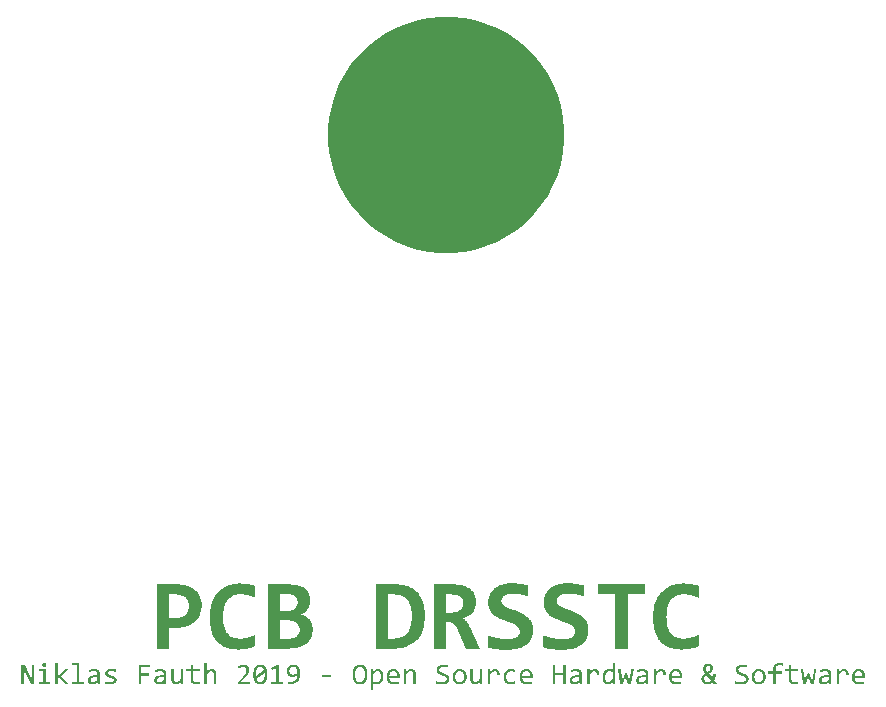
<source format=gto>
G04 Layer_Color=65535*
%FSLAX25Y25*%
%MOIN*%
G70*
G01*
G75*
G36*
X-50862Y-176558D02*
X-50815D01*
X-50698Y-176574D01*
X-50566Y-176590D01*
X-50418Y-176621D01*
X-50262Y-176660D01*
X-50106Y-176714D01*
X-50099D01*
X-50091Y-176722D01*
X-50067Y-176730D01*
X-50036Y-176745D01*
X-49958Y-176784D01*
X-49865Y-176839D01*
X-49756Y-176909D01*
X-49639Y-176995D01*
X-49514Y-177096D01*
X-49405Y-177221D01*
X-49390Y-177236D01*
X-49374Y-177260D01*
X-49358Y-177283D01*
X-49304Y-177361D01*
X-49234Y-177462D01*
X-49164Y-177594D01*
X-49086Y-177750D01*
X-49008Y-177929D01*
X-48938Y-178132D01*
Y-178140D01*
X-48930Y-178155D01*
X-48922Y-178187D01*
X-48914Y-178233D01*
X-48899Y-178288D01*
X-48883Y-178350D01*
X-48868Y-178428D01*
X-48852Y-178514D01*
X-48836Y-178607D01*
X-48821Y-178709D01*
X-48805Y-178825D01*
X-48790Y-178942D01*
X-48774Y-179207D01*
X-48766Y-179495D01*
Y-179503D01*
Y-179534D01*
Y-179589D01*
Y-179651D01*
X-48774Y-179737D01*
X-48782Y-179830D01*
Y-179931D01*
X-48798Y-180048D01*
X-48805Y-180173D01*
X-48821Y-180305D01*
X-48868Y-180578D01*
X-48922Y-180851D01*
X-49000Y-181116D01*
Y-181123D01*
X-49008Y-181147D01*
X-49024Y-181178D01*
X-49039Y-181225D01*
X-49062Y-181287D01*
X-49094Y-181349D01*
X-49132Y-181427D01*
X-49172Y-181505D01*
X-49265Y-181684D01*
X-49374Y-181871D01*
X-49514Y-182058D01*
X-49670Y-182229D01*
X-49678Y-182237D01*
X-49693Y-182245D01*
X-49717Y-182269D01*
X-49748Y-182300D01*
X-49795Y-182339D01*
X-49841Y-182378D01*
X-49904Y-182424D01*
X-49974Y-182471D01*
X-50130Y-182572D01*
X-50317Y-182681D01*
X-50535Y-182783D01*
X-50769Y-182868D01*
X-50776D01*
X-50800Y-182876D01*
X-50831Y-182884D01*
X-50885Y-182899D01*
X-50948Y-182915D01*
X-51018Y-182931D01*
X-51103Y-182954D01*
X-51205Y-182970D01*
X-51306Y-182985D01*
X-51423Y-183009D01*
X-51547Y-183024D01*
X-51680Y-183040D01*
X-51968Y-183063D01*
X-52280Y-183071D01*
X-52809D01*
Y-182323D01*
X-52108D01*
X-52054Y-182315D01*
X-51991D01*
X-51844Y-182307D01*
X-51672Y-182292D01*
X-51493Y-182269D01*
X-51306Y-182237D01*
X-51127Y-182198D01*
X-51119D01*
X-51103Y-182191D01*
X-51080Y-182183D01*
X-51049Y-182175D01*
X-50963Y-182144D01*
X-50854Y-182105D01*
X-50730Y-182050D01*
X-50605Y-181988D01*
X-50472Y-181910D01*
X-50356Y-181825D01*
X-50340Y-181817D01*
X-50301Y-181778D01*
X-50247Y-181723D01*
X-50176Y-181653D01*
X-50099Y-181567D01*
X-50021Y-181466D01*
X-49951Y-181349D01*
X-49880Y-181217D01*
Y-181209D01*
X-49873Y-181201D01*
X-49857Y-181155D01*
X-49826Y-181077D01*
X-49795Y-180983D01*
X-49756Y-180859D01*
X-49725Y-180718D01*
X-49701Y-180562D01*
X-49678Y-180399D01*
X-49654Y-180196D01*
X-49670Y-180204D01*
X-49709Y-180227D01*
X-49771Y-180259D01*
X-49857Y-180305D01*
X-49966Y-180352D01*
X-50091Y-180399D01*
X-50223Y-180446D01*
X-50371Y-180492D01*
X-50379D01*
X-50387Y-180500D01*
X-50410D01*
X-50441Y-180508D01*
X-50527Y-180524D01*
X-50636Y-180547D01*
X-50761Y-180570D01*
X-50916Y-180586D01*
X-51080Y-180594D01*
X-51251Y-180601D01*
X-51329D01*
X-51376Y-180594D01*
X-51423D01*
X-51540Y-180586D01*
X-51672Y-180570D01*
X-51820Y-180539D01*
X-51960Y-180508D01*
X-52108Y-180461D01*
X-52116D01*
X-52124Y-180453D01*
X-52171Y-180438D01*
X-52241Y-180407D01*
X-52319Y-180360D01*
X-52420Y-180305D01*
X-52521Y-180235D01*
X-52622Y-180157D01*
X-52724Y-180064D01*
X-52732Y-180048D01*
X-52763Y-180017D01*
X-52809Y-179963D01*
X-52856Y-179893D01*
X-52918Y-179799D01*
X-52981Y-179698D01*
X-53035Y-179581D01*
X-53090Y-179456D01*
Y-179448D01*
X-53098Y-179441D01*
X-53105Y-179394D01*
X-53129Y-179324D01*
X-53144Y-179230D01*
X-53168Y-179114D01*
X-53191Y-178989D01*
X-53199Y-178841D01*
X-53207Y-178693D01*
Y-178685D01*
Y-178670D01*
Y-178646D01*
Y-178615D01*
X-53199Y-178529D01*
X-53183Y-178420D01*
X-53168Y-178288D01*
X-53144Y-178148D01*
X-53105Y-178000D01*
X-53051Y-177852D01*
Y-177844D01*
X-53043Y-177836D01*
X-53020Y-177789D01*
X-52981Y-177711D01*
X-52934Y-177618D01*
X-52864Y-177517D01*
X-52786Y-177400D01*
X-52693Y-177283D01*
X-52591Y-177174D01*
X-52576Y-177158D01*
X-52537Y-177127D01*
X-52474Y-177073D01*
X-52389Y-177010D01*
X-52288Y-176940D01*
X-52171Y-176862D01*
X-52038Y-176784D01*
X-51890Y-176722D01*
X-51882D01*
X-51875Y-176714D01*
X-51851Y-176706D01*
X-51820Y-176699D01*
X-51734Y-176667D01*
X-51625Y-176636D01*
X-51485Y-176605D01*
X-51337Y-176574D01*
X-51166Y-176558D01*
X-50987Y-176551D01*
X-50909D01*
X-50862Y-176558D01*
D02*
G37*
G36*
X43420Y-178046D02*
X43529Y-178054D01*
X43654Y-178062D01*
X43787Y-178077D01*
X43927Y-178109D01*
X44067Y-178140D01*
X44075D01*
X44083Y-178148D01*
X44129Y-178155D01*
X44192Y-178179D01*
X44277Y-178218D01*
X44371Y-178257D01*
X44472Y-178311D01*
X44573Y-178374D01*
X44675Y-178444D01*
X44682Y-178451D01*
X44714Y-178483D01*
X44760Y-178522D01*
X44815Y-178584D01*
X44877Y-178654D01*
X44940Y-178740D01*
X45002Y-178841D01*
X45056Y-178950D01*
X45064Y-178965D01*
X45080Y-179005D01*
X45103Y-179067D01*
X45126Y-179153D01*
X45150Y-179262D01*
X45173Y-179378D01*
X45189Y-179519D01*
X45197Y-179667D01*
Y-183071D01*
X44425D01*
X44402Y-182409D01*
X44394Y-182416D01*
X44386Y-182424D01*
X44363Y-182448D01*
X44332Y-182471D01*
X44254Y-182541D01*
X44145Y-182627D01*
X44020Y-182720D01*
X43880Y-182822D01*
X43732Y-182907D01*
X43576Y-182985D01*
X43569D01*
X43561Y-182993D01*
X43537Y-183001D01*
X43506Y-183009D01*
X43420Y-183040D01*
X43311Y-183071D01*
X43179Y-183102D01*
X43031Y-183133D01*
X42875Y-183149D01*
X42704Y-183157D01*
X42634D01*
X42556Y-183149D01*
X42454Y-183141D01*
X42345Y-183133D01*
X42221Y-183110D01*
X42096Y-183086D01*
X41979Y-183055D01*
X41964Y-183047D01*
X41932Y-183032D01*
X41878Y-183009D01*
X41808Y-182977D01*
X41730Y-182938D01*
X41644Y-182884D01*
X41566Y-182822D01*
X41489Y-182759D01*
X41481Y-182752D01*
X41457Y-182728D01*
X41418Y-182681D01*
X41379Y-182627D01*
X41333Y-182564D01*
X41286Y-182487D01*
X41239Y-182401D01*
X41200Y-182307D01*
Y-182292D01*
X41185Y-182261D01*
X41177Y-182214D01*
X41161Y-182144D01*
X41146Y-182058D01*
X41130Y-181965D01*
X41122Y-181863D01*
X41115Y-181754D01*
Y-181747D01*
Y-181723D01*
Y-181684D01*
X41122Y-181630D01*
X41130Y-181567D01*
X41146Y-181497D01*
X41161Y-181412D01*
X41185Y-181326D01*
X41216Y-181232D01*
X41247Y-181139D01*
X41294Y-181045D01*
X41348Y-180944D01*
X41411Y-180851D01*
X41489Y-180757D01*
X41574Y-180672D01*
X41668Y-180586D01*
X41675Y-180578D01*
X41691Y-180570D01*
X41722Y-180547D01*
X41769Y-180524D01*
X41831Y-180485D01*
X41901Y-180453D01*
X41987Y-180414D01*
X42081Y-180376D01*
X42190Y-180337D01*
X42314Y-180298D01*
X42447Y-180259D01*
X42595Y-180227D01*
X42750Y-180204D01*
X42922Y-180181D01*
X43109Y-180173D01*
X43304Y-180165D01*
X44332D01*
Y-179737D01*
Y-179729D01*
Y-179713D01*
Y-179698D01*
X44324Y-179667D01*
X44316Y-179581D01*
X44293Y-179488D01*
X44262Y-179371D01*
X44207Y-179254D01*
X44137Y-179145D01*
X44044Y-179036D01*
X44028Y-179028D01*
X43989Y-178997D01*
X43927Y-178950D01*
X43833Y-178903D01*
X43709Y-178857D01*
X43561Y-178810D01*
X43389Y-178779D01*
X43187Y-178771D01*
X43117D01*
X43031Y-178779D01*
X42930D01*
X42805Y-178794D01*
X42665Y-178810D01*
X42517Y-178833D01*
X42361Y-178864D01*
X42353D01*
X42345Y-178872D01*
X42322D01*
X42291Y-178880D01*
X42213Y-178903D01*
X42104Y-178934D01*
X41979Y-178973D01*
X41839Y-179012D01*
X41683Y-179067D01*
X41528Y-179129D01*
Y-178358D01*
X41535D01*
X41559Y-178350D01*
X41590Y-178334D01*
X41629Y-178327D01*
X41683Y-178303D01*
X41746Y-178288D01*
X41886Y-178249D01*
X41894D01*
X41925Y-178241D01*
X41964Y-178226D01*
X42018Y-178210D01*
X42081Y-178194D01*
X42151Y-178179D01*
X42307Y-178148D01*
X42314D01*
X42345Y-178140D01*
X42392Y-178132D01*
X42447Y-178116D01*
X42517Y-178109D01*
X42603Y-178093D01*
X42774Y-178070D01*
X42782D01*
X42813Y-178062D01*
X42860D01*
X42922Y-178054D01*
X43000Y-178046D01*
X43078D01*
X43257Y-178039D01*
X43335D01*
X43420Y-178046D01*
D02*
G37*
G36*
X65575D02*
X65684Y-178054D01*
X65809Y-178062D01*
X65941Y-178077D01*
X66082Y-178109D01*
X66222Y-178140D01*
X66230D01*
X66237Y-178148D01*
X66284Y-178155D01*
X66346Y-178179D01*
X66432Y-178218D01*
X66526Y-178257D01*
X66627Y-178311D01*
X66728Y-178374D01*
X66829Y-178444D01*
X66837Y-178451D01*
X66868Y-178483D01*
X66915Y-178522D01*
X66970Y-178584D01*
X67032Y-178654D01*
X67094Y-178740D01*
X67157Y-178841D01*
X67211Y-178950D01*
X67219Y-178965D01*
X67234Y-179005D01*
X67258Y-179067D01*
X67281Y-179153D01*
X67305Y-179262D01*
X67328Y-179378D01*
X67343Y-179519D01*
X67351Y-179667D01*
Y-183071D01*
X66580D01*
X66557Y-182409D01*
X66549Y-182416D01*
X66541Y-182424D01*
X66518Y-182448D01*
X66487Y-182471D01*
X66409Y-182541D01*
X66300Y-182627D01*
X66175Y-182720D01*
X66035Y-182822D01*
X65887Y-182907D01*
X65731Y-182985D01*
X65723D01*
X65715Y-182993D01*
X65692Y-183001D01*
X65661Y-183009D01*
X65575Y-183040D01*
X65466Y-183071D01*
X65334Y-183102D01*
X65186Y-183133D01*
X65030Y-183149D01*
X64859Y-183157D01*
X64788D01*
X64710Y-183149D01*
X64609Y-183141D01*
X64500Y-183133D01*
X64376Y-183110D01*
X64251Y-183086D01*
X64134Y-183055D01*
X64118Y-183047D01*
X64087Y-183032D01*
X64033Y-183009D01*
X63963Y-182977D01*
X63885Y-182938D01*
X63799Y-182884D01*
X63721Y-182822D01*
X63643Y-182759D01*
X63635Y-182752D01*
X63612Y-182728D01*
X63573Y-182681D01*
X63534Y-182627D01*
X63487Y-182564D01*
X63441Y-182487D01*
X63394Y-182401D01*
X63355Y-182307D01*
Y-182292D01*
X63340Y-182261D01*
X63332Y-182214D01*
X63316Y-182144D01*
X63301Y-182058D01*
X63285Y-181965D01*
X63277Y-181863D01*
X63269Y-181754D01*
Y-181747D01*
Y-181723D01*
Y-181684D01*
X63277Y-181630D01*
X63285Y-181567D01*
X63301Y-181497D01*
X63316Y-181412D01*
X63340Y-181326D01*
X63371Y-181232D01*
X63402Y-181139D01*
X63449Y-181045D01*
X63503Y-180944D01*
X63565Y-180851D01*
X63643Y-180757D01*
X63729Y-180672D01*
X63823Y-180586D01*
X63830Y-180578D01*
X63846Y-180570D01*
X63877Y-180547D01*
X63924Y-180524D01*
X63986Y-180485D01*
X64056Y-180453D01*
X64142Y-180414D01*
X64235Y-180376D01*
X64344Y-180337D01*
X64469Y-180298D01*
X64601Y-180259D01*
X64749Y-180227D01*
X64905Y-180204D01*
X65077Y-180181D01*
X65264Y-180173D01*
X65458Y-180165D01*
X66487D01*
Y-179737D01*
Y-179729D01*
Y-179713D01*
Y-179698D01*
X66479Y-179667D01*
X66471Y-179581D01*
X66448Y-179488D01*
X66417Y-179371D01*
X66362Y-179254D01*
X66292Y-179145D01*
X66198Y-179036D01*
X66183Y-179028D01*
X66144Y-178997D01*
X66082Y-178950D01*
X65988Y-178903D01*
X65863Y-178857D01*
X65715Y-178810D01*
X65544Y-178779D01*
X65342Y-178771D01*
X65271D01*
X65186Y-178779D01*
X65084D01*
X64960Y-178794D01*
X64820Y-178810D01*
X64672Y-178833D01*
X64516Y-178864D01*
X64508D01*
X64500Y-178872D01*
X64477D01*
X64446Y-178880D01*
X64368Y-178903D01*
X64259Y-178934D01*
X64134Y-178973D01*
X63994Y-179012D01*
X63838Y-179067D01*
X63682Y-179129D01*
Y-178358D01*
X63690D01*
X63713Y-178350D01*
X63745Y-178334D01*
X63784Y-178327D01*
X63838Y-178303D01*
X63900Y-178288D01*
X64041Y-178249D01*
X64048D01*
X64079Y-178241D01*
X64118Y-178226D01*
X64173Y-178210D01*
X64235Y-178194D01*
X64305Y-178179D01*
X64461Y-178148D01*
X64469D01*
X64500Y-178140D01*
X64547Y-178132D01*
X64601Y-178116D01*
X64672Y-178109D01*
X64757Y-178093D01*
X64929Y-178070D01*
X64936D01*
X64968Y-178062D01*
X65014D01*
X65077Y-178054D01*
X65154Y-178046D01*
X65232D01*
X65412Y-178039D01*
X65490D01*
X65575Y-178046D01*
D02*
G37*
G36*
X-55770Y-182276D02*
X-54336D01*
Y-183071D01*
X-58372D01*
Y-182276D01*
X-56720D01*
Y-177571D01*
X-58262Y-178412D01*
X-58574Y-177680D01*
X-56533Y-176605D01*
X-55770D01*
Y-182276D01*
D02*
G37*
G36*
X-95047Y-178046D02*
X-94938Y-178054D01*
X-94813Y-178062D01*
X-94681Y-178077D01*
X-94541Y-178109D01*
X-94400Y-178140D01*
X-94392D01*
X-94385Y-178148D01*
X-94338Y-178155D01*
X-94276Y-178179D01*
X-94190Y-178218D01*
X-94096Y-178257D01*
X-93995Y-178311D01*
X-93894Y-178374D01*
X-93793Y-178444D01*
X-93785Y-178451D01*
X-93754Y-178483D01*
X-93707Y-178522D01*
X-93652Y-178584D01*
X-93590Y-178654D01*
X-93528Y-178740D01*
X-93465Y-178841D01*
X-93411Y-178950D01*
X-93403Y-178965D01*
X-93388Y-179005D01*
X-93364Y-179067D01*
X-93341Y-179153D01*
X-93317Y-179262D01*
X-93294Y-179378D01*
X-93278Y-179519D01*
X-93271Y-179667D01*
Y-183071D01*
X-94042D01*
X-94065Y-182409D01*
X-94073Y-182416D01*
X-94081Y-182424D01*
X-94104Y-182448D01*
X-94135Y-182471D01*
X-94213Y-182541D01*
X-94322Y-182627D01*
X-94447Y-182720D01*
X-94587Y-182822D01*
X-94735Y-182907D01*
X-94891Y-182985D01*
X-94899D01*
X-94907Y-182993D01*
X-94930Y-183001D01*
X-94961Y-183009D01*
X-95047Y-183040D01*
X-95156Y-183071D01*
X-95288Y-183102D01*
X-95436Y-183133D01*
X-95592Y-183149D01*
X-95763Y-183157D01*
X-95834D01*
X-95912Y-183149D01*
X-96013Y-183141D01*
X-96122Y-183133D01*
X-96246Y-183110D01*
X-96371Y-183086D01*
X-96488Y-183055D01*
X-96504Y-183047D01*
X-96535Y-183032D01*
X-96589Y-183009D01*
X-96659Y-182977D01*
X-96737Y-182938D01*
X-96823Y-182884D01*
X-96901Y-182822D01*
X-96979Y-182759D01*
X-96987Y-182752D01*
X-97010Y-182728D01*
X-97049Y-182681D01*
X-97088Y-182627D01*
X-97135Y-182564D01*
X-97181Y-182487D01*
X-97228Y-182401D01*
X-97267Y-182307D01*
Y-182292D01*
X-97282Y-182261D01*
X-97290Y-182214D01*
X-97306Y-182144D01*
X-97321Y-182058D01*
X-97337Y-181965D01*
X-97345Y-181863D01*
X-97353Y-181754D01*
Y-181747D01*
Y-181723D01*
Y-181684D01*
X-97345Y-181630D01*
X-97337Y-181567D01*
X-97321Y-181497D01*
X-97306Y-181412D01*
X-97282Y-181326D01*
X-97251Y-181232D01*
X-97220Y-181139D01*
X-97174Y-181045D01*
X-97119Y-180944D01*
X-97057Y-180851D01*
X-96979Y-180757D01*
X-96893Y-180672D01*
X-96800Y-180586D01*
X-96792Y-180578D01*
X-96776Y-180570D01*
X-96745Y-180547D01*
X-96698Y-180524D01*
X-96636Y-180485D01*
X-96566Y-180453D01*
X-96480Y-180414D01*
X-96387Y-180376D01*
X-96278Y-180337D01*
X-96153Y-180298D01*
X-96021Y-180259D01*
X-95873Y-180227D01*
X-95717Y-180204D01*
X-95545Y-180181D01*
X-95358Y-180173D01*
X-95164Y-180165D01*
X-94135D01*
Y-179737D01*
Y-179729D01*
Y-179713D01*
Y-179698D01*
X-94143Y-179667D01*
X-94151Y-179581D01*
X-94174Y-179488D01*
X-94205Y-179371D01*
X-94260Y-179254D01*
X-94330Y-179145D01*
X-94424Y-179036D01*
X-94439Y-179028D01*
X-94478Y-178997D01*
X-94541Y-178950D01*
X-94634Y-178903D01*
X-94759Y-178857D01*
X-94907Y-178810D01*
X-95078Y-178779D01*
X-95280Y-178771D01*
X-95351D01*
X-95436Y-178779D01*
X-95538D01*
X-95662Y-178794D01*
X-95802Y-178810D01*
X-95951Y-178833D01*
X-96106Y-178864D01*
X-96114D01*
X-96122Y-178872D01*
X-96145D01*
X-96176Y-178880D01*
X-96254Y-178903D01*
X-96363Y-178934D01*
X-96488Y-178973D01*
X-96628Y-179012D01*
X-96784Y-179067D01*
X-96940Y-179129D01*
Y-178358D01*
X-96932D01*
X-96909Y-178350D01*
X-96877Y-178334D01*
X-96838Y-178327D01*
X-96784Y-178303D01*
X-96722Y-178288D01*
X-96581Y-178249D01*
X-96574D01*
X-96543Y-178241D01*
X-96504Y-178226D01*
X-96449Y-178210D01*
X-96387Y-178194D01*
X-96317Y-178179D01*
X-96161Y-178148D01*
X-96153D01*
X-96122Y-178140D01*
X-96075Y-178132D01*
X-96021Y-178116D01*
X-95951Y-178109D01*
X-95865Y-178093D01*
X-95693Y-178070D01*
X-95686D01*
X-95654Y-178062D01*
X-95608D01*
X-95545Y-178054D01*
X-95468Y-178046D01*
X-95390D01*
X-95210Y-178039D01*
X-95132D01*
X-95047Y-178046D01*
D02*
G37*
G36*
X-79747Y-178132D02*
X-79778Y-178911D01*
X-79771Y-178903D01*
X-79747Y-178872D01*
X-79700Y-178825D01*
X-79654Y-178771D01*
X-79591Y-178709D01*
X-79521Y-178638D01*
X-79381Y-178506D01*
X-79373Y-178498D01*
X-79350Y-178475D01*
X-79311Y-178444D01*
X-79256Y-178405D01*
X-79202Y-178366D01*
X-79140Y-178319D01*
X-78999Y-178233D01*
X-78992Y-178226D01*
X-78968Y-178218D01*
X-78929Y-178202D01*
X-78875Y-178179D01*
X-78820Y-178155D01*
X-78750Y-178124D01*
X-78602Y-178085D01*
X-78594D01*
X-78563Y-178077D01*
X-78524Y-178070D01*
X-78470Y-178062D01*
X-78407Y-178054D01*
X-78337Y-178046D01*
X-78181Y-178039D01*
X-78111D01*
X-78057Y-178046D01*
X-77995Y-178054D01*
X-77924Y-178062D01*
X-77846Y-178077D01*
X-77761Y-178093D01*
X-77574Y-178148D01*
X-77480Y-178187D01*
X-77387Y-178226D01*
X-77293Y-178280D01*
X-77200Y-178342D01*
X-77114Y-178412D01*
X-77036Y-178490D01*
X-77029Y-178498D01*
X-77021Y-178514D01*
X-76997Y-178537D01*
X-76974Y-178576D01*
X-76943Y-178623D01*
X-76912Y-178677D01*
X-76873Y-178747D01*
X-76834Y-178825D01*
X-76795Y-178919D01*
X-76756Y-179020D01*
X-76725Y-179129D01*
X-76694Y-179254D01*
X-76670Y-179386D01*
X-76647Y-179526D01*
X-76639Y-179682D01*
X-76631Y-179846D01*
Y-183071D01*
X-77488D01*
Y-179916D01*
Y-179908D01*
Y-179893D01*
Y-179861D01*
Y-179822D01*
X-77496Y-179776D01*
Y-179721D01*
X-77512Y-179596D01*
X-77543Y-179456D01*
X-77582Y-179316D01*
X-77636Y-179184D01*
X-77706Y-179067D01*
X-77714Y-179051D01*
X-77745Y-179020D01*
X-77792Y-178973D01*
X-77862Y-178919D01*
X-77948Y-178872D01*
X-78057Y-178825D01*
X-78181Y-178794D01*
X-78322Y-178779D01*
X-78384D01*
X-78423Y-178786D01*
X-78532Y-178794D01*
X-78641Y-178825D01*
X-78649D01*
X-78664Y-178833D01*
X-78696Y-178849D01*
X-78735Y-178864D01*
X-78836Y-178911D01*
X-78953Y-178989D01*
X-78961Y-178997D01*
X-78984Y-179012D01*
X-79015Y-179036D01*
X-79062Y-179075D01*
X-79109Y-179121D01*
X-79171Y-179176D01*
X-79241Y-179238D01*
X-79311Y-179308D01*
X-79319Y-179316D01*
X-79342Y-179340D01*
X-79381Y-179386D01*
X-79436Y-179441D01*
X-79498Y-179511D01*
X-79576Y-179596D01*
X-79654Y-179690D01*
X-79747Y-179799D01*
Y-183071D01*
X-80604D01*
Y-176114D01*
X-79747D01*
Y-178132D01*
D02*
G37*
G36*
X-67470Y-176558D02*
X-67369Y-176566D01*
X-67244Y-176582D01*
X-67120Y-176605D01*
X-66979Y-176636D01*
X-66847Y-176683D01*
X-66839D01*
X-66831Y-176691D01*
X-66785Y-176706D01*
X-66722Y-176738D01*
X-66637Y-176777D01*
X-66543Y-176823D01*
X-66442Y-176893D01*
X-66341Y-176963D01*
X-66239Y-177049D01*
X-66232Y-177057D01*
X-66200Y-177096D01*
X-66154Y-177143D01*
X-66091Y-177213D01*
X-66029Y-177298D01*
X-65967Y-177400D01*
X-65897Y-177517D01*
X-65842Y-177641D01*
X-65834Y-177657D01*
X-65819Y-177704D01*
X-65795Y-177774D01*
X-65764Y-177867D01*
X-65741Y-177984D01*
X-65718Y-178124D01*
X-65702Y-178272D01*
X-65694Y-178428D01*
Y-178436D01*
Y-178444D01*
Y-178490D01*
X-65702Y-178560D01*
X-65710Y-178654D01*
X-65718Y-178755D01*
X-65733Y-178872D01*
X-65764Y-178989D01*
X-65795Y-179114D01*
X-65803Y-179129D01*
X-65811Y-179168D01*
X-65834Y-179230D01*
X-65873Y-179308D01*
X-65912Y-179402D01*
X-65967Y-179511D01*
X-66029Y-179628D01*
X-66099Y-179745D01*
X-66107Y-179760D01*
X-66130Y-179799D01*
X-66177Y-179861D01*
X-66232Y-179939D01*
X-66309Y-180041D01*
X-66395Y-180150D01*
X-66489Y-180266D01*
X-66598Y-180391D01*
X-66613Y-180407D01*
X-66652Y-180446D01*
X-66715Y-180516D01*
X-66800Y-180601D01*
X-66909Y-180710D01*
X-67026Y-180835D01*
X-67166Y-180975D01*
X-67314Y-181123D01*
X-68475Y-182253D01*
X-65351D01*
Y-183071D01*
X-69589D01*
Y-182307D01*
X-67930Y-180656D01*
X-67922Y-180648D01*
X-67914Y-180640D01*
X-67891Y-180617D01*
X-67860Y-180586D01*
X-67790Y-180516D01*
X-67688Y-180414D01*
X-67587Y-180305D01*
X-67478Y-180189D01*
X-67369Y-180072D01*
X-67268Y-179955D01*
X-67260Y-179939D01*
X-67229Y-179908D01*
X-67182Y-179846D01*
X-67120Y-179776D01*
X-67057Y-179690D01*
X-66995Y-179604D01*
X-66925Y-179511D01*
X-66870Y-179417D01*
X-66863Y-179410D01*
X-66847Y-179378D01*
X-66824Y-179332D01*
X-66793Y-179269D01*
X-66761Y-179199D01*
X-66722Y-179121D01*
X-66699Y-179043D01*
X-66676Y-178958D01*
Y-178950D01*
X-66668Y-178919D01*
X-66660Y-178872D01*
X-66645Y-178817D01*
X-66637Y-178747D01*
X-66629Y-178670D01*
X-66621Y-178490D01*
Y-178483D01*
Y-178451D01*
Y-178405D01*
X-66629Y-178342D01*
X-66637Y-178272D01*
X-66652Y-178194D01*
X-66691Y-178039D01*
Y-178031D01*
X-66699Y-178000D01*
X-66715Y-177961D01*
X-66738Y-177906D01*
X-66800Y-177789D01*
X-66886Y-177665D01*
X-66894Y-177657D01*
X-66909Y-177633D01*
X-66940Y-177610D01*
X-66979Y-177571D01*
X-67026Y-177532D01*
X-67089Y-177485D01*
X-67151Y-177446D01*
X-67229Y-177408D01*
X-67237Y-177400D01*
X-67268Y-177392D01*
X-67314Y-177376D01*
X-67369Y-177353D01*
X-67447Y-177337D01*
X-67532Y-177322D01*
X-67626Y-177314D01*
X-67735Y-177306D01*
X-67805D01*
X-67883Y-177314D01*
X-67984Y-177330D01*
X-68101Y-177353D01*
X-68226Y-177384D01*
X-68350Y-177431D01*
X-68483Y-177493D01*
X-68498Y-177501D01*
X-68537Y-177524D01*
X-68600Y-177563D01*
X-68686Y-177618D01*
X-68779Y-177688D01*
X-68880Y-177766D01*
X-68989Y-177859D01*
X-69098Y-177961D01*
X-69566Y-177400D01*
X-69558Y-177392D01*
X-69550Y-177384D01*
X-69503Y-177337D01*
X-69425Y-177267D01*
X-69324Y-177182D01*
X-69207Y-177080D01*
X-69059Y-176979D01*
X-68904Y-176878D01*
X-68732Y-176784D01*
X-68724D01*
X-68709Y-176777D01*
X-68686Y-176761D01*
X-68647Y-176745D01*
X-68600Y-176730D01*
X-68545Y-176706D01*
X-68483Y-176691D01*
X-68413Y-176667D01*
X-68249Y-176621D01*
X-68062Y-176590D01*
X-67852Y-176558D01*
X-67626Y-176551D01*
X-67556D01*
X-67470Y-176558D01*
D02*
G37*
G36*
X87465Y-176270D02*
X87559Y-176278D01*
X87668Y-176294D01*
X87784Y-176309D01*
X87901Y-176340D01*
X88018Y-176379D01*
X88034Y-176387D01*
X88073Y-176403D01*
X88127Y-176426D01*
X88197Y-176465D01*
X88275Y-176504D01*
X88361Y-176558D01*
X88447Y-176621D01*
X88525Y-176691D01*
X88532Y-176699D01*
X88556Y-176722D01*
X88595Y-176769D01*
X88641Y-176823D01*
X88688Y-176886D01*
X88735Y-176963D01*
X88789Y-177049D01*
X88828Y-177143D01*
X88836Y-177150D01*
X88844Y-177189D01*
X88859Y-177236D01*
X88883Y-177306D01*
X88898Y-177392D01*
X88914Y-177485D01*
X88922Y-177587D01*
X88930Y-177696D01*
Y-177704D01*
Y-177711D01*
Y-177758D01*
X88922Y-177828D01*
X88914Y-177914D01*
X88898Y-178015D01*
X88875Y-178124D01*
X88844Y-178233D01*
X88797Y-178342D01*
X88789Y-178358D01*
X88774Y-178389D01*
X88750Y-178444D01*
X88712Y-178506D01*
X88665Y-178584D01*
X88610Y-178662D01*
X88540Y-178747D01*
X88470Y-178833D01*
X88462Y-178841D01*
X88431Y-178872D01*
X88392Y-178911D01*
X88338Y-178958D01*
X88267Y-179020D01*
X88190Y-179082D01*
X88096Y-179153D01*
X88003Y-179215D01*
X87995Y-179223D01*
X87956Y-179246D01*
X87909Y-179277D01*
X87839Y-179316D01*
X87761Y-179363D01*
X87668Y-179417D01*
X87473Y-179534D01*
X88743Y-181123D01*
Y-181116D01*
X88750Y-181100D01*
X88766Y-181061D01*
X88774Y-181022D01*
X88789Y-180960D01*
X88813Y-180897D01*
X88828Y-180820D01*
X88844Y-180726D01*
X88867Y-180633D01*
X88883Y-180524D01*
X88898Y-180407D01*
X88914Y-180282D01*
X88937Y-180009D01*
X88945Y-179713D01*
X89810D01*
Y-179721D01*
Y-179745D01*
Y-179776D01*
Y-179822D01*
Y-179877D01*
X89802Y-179947D01*
Y-180017D01*
X89794Y-180103D01*
X89779Y-180282D01*
X89755Y-180485D01*
X89724Y-180687D01*
X89678Y-180890D01*
Y-180897D01*
X89670Y-180913D01*
X89662Y-180944D01*
X89654Y-180975D01*
X89639Y-181022D01*
X89623Y-181077D01*
X89584Y-181209D01*
X89537Y-181349D01*
X89467Y-181513D01*
X89397Y-181676D01*
X89311Y-181832D01*
X90308Y-183071D01*
X89171D01*
X88743Y-182541D01*
X88727Y-182557D01*
X88680Y-182588D01*
X88610Y-182642D01*
X88517Y-182705D01*
X88400Y-182783D01*
X88260Y-182853D01*
X88112Y-182931D01*
X87956Y-182993D01*
X87948D01*
X87940Y-183001D01*
X87917Y-183009D01*
X87878Y-183016D01*
X87839Y-183024D01*
X87792Y-183040D01*
X87683Y-183063D01*
X87543Y-183094D01*
X87387Y-183118D01*
X87216Y-183133D01*
X87029Y-183141D01*
X86951D01*
X86904Y-183133D01*
X86857D01*
X86741Y-183125D01*
X86608Y-183110D01*
X86468Y-183086D01*
X86320Y-183055D01*
X86180Y-183009D01*
X86172D01*
X86164Y-183001D01*
X86117Y-182985D01*
X86047Y-182954D01*
X85962Y-182915D01*
X85868Y-182861D01*
X85759Y-182798D01*
X85658Y-182728D01*
X85557Y-182642D01*
X85549Y-182635D01*
X85518Y-182596D01*
X85471Y-182549D01*
X85416Y-182479D01*
X85354Y-182401D01*
X85292Y-182300D01*
X85229Y-182191D01*
X85175Y-182074D01*
Y-182066D01*
X85167Y-182058D01*
X85159Y-182011D01*
X85136Y-181949D01*
X85113Y-181856D01*
X85089Y-181747D01*
X85074Y-181622D01*
X85058Y-181490D01*
X85050Y-181342D01*
Y-181334D01*
Y-181326D01*
Y-181279D01*
X85058Y-181209D01*
X85066Y-181116D01*
X85074Y-181014D01*
X85089Y-180905D01*
X85113Y-180788D01*
X85144Y-180679D01*
X85151Y-180664D01*
X85159Y-180633D01*
X85183Y-180570D01*
X85214Y-180500D01*
X85253Y-180422D01*
X85299Y-180337D01*
X85409Y-180157D01*
X85416Y-180150D01*
X85440Y-180119D01*
X85471Y-180072D01*
X85525Y-180017D01*
X85580Y-179955D01*
X85642Y-179885D01*
X85798Y-179752D01*
X85806Y-179745D01*
X85837Y-179721D01*
X85884Y-179690D01*
X85938Y-179643D01*
X86008Y-179596D01*
X86086Y-179542D01*
X86258Y-179425D01*
X86149Y-179277D01*
Y-179269D01*
X86133Y-179262D01*
X86102Y-179215D01*
X86055Y-179153D01*
X85993Y-179059D01*
X85923Y-178958D01*
X85853Y-178841D01*
X85790Y-178716D01*
X85736Y-178592D01*
Y-178584D01*
X85728Y-178576D01*
X85712Y-178529D01*
X85697Y-178459D01*
X85673Y-178374D01*
X85642Y-178272D01*
X85627Y-178155D01*
X85611Y-178031D01*
X85603Y-177906D01*
Y-177898D01*
Y-177891D01*
Y-177844D01*
X85611Y-177774D01*
X85619Y-177688D01*
X85627Y-177587D01*
X85650Y-177478D01*
X85673Y-177361D01*
X85712Y-177252D01*
X85720Y-177236D01*
X85736Y-177197D01*
X85759Y-177143D01*
X85798Y-177073D01*
X85845Y-176987D01*
X85907Y-176901D01*
X85969Y-176815D01*
X86047Y-176730D01*
X86055Y-176722D01*
X86086Y-176691D01*
X86133Y-176652D01*
X86195Y-176605D01*
X86273Y-176551D01*
X86367Y-176496D01*
X86468Y-176434D01*
X86585Y-176387D01*
X86600Y-176379D01*
X86639Y-176364D01*
X86709Y-176348D01*
X86803Y-176325D01*
X86912Y-176301D01*
X87037Y-176278D01*
X87177Y-176270D01*
X87325Y-176262D01*
X87395D01*
X87465Y-176270D01*
D02*
G37*
G36*
X122637Y-183071D02*
X121601D01*
X120884Y-181007D01*
X120744Y-180500D01*
X120580Y-181038D01*
X119895Y-183071D01*
X118890D01*
X118173Y-178132D01*
X119007D01*
X119428Y-181497D01*
X119513Y-182237D01*
X119723Y-181591D01*
X120440Y-179363D01*
X121056D01*
X121835Y-181560D01*
X122053Y-182206D01*
X122123Y-181521D01*
X122512Y-178132D01*
X123361D01*
X122637Y-183071D01*
D02*
G37*
G36*
X-137354D02*
X-138546D01*
X-140346Y-179059D01*
X-140860Y-177766D01*
Y-181014D01*
Y-183071D01*
X-141732D01*
Y-176636D01*
X-140564D01*
X-138850Y-180438D01*
X-138227Y-181910D01*
Y-178467D01*
Y-176636D01*
X-137354D01*
Y-183071D01*
D02*
G37*
G36*
X-38375Y-180788D02*
X-41319D01*
Y-179978D01*
X-38375D01*
Y-180788D01*
D02*
G37*
G36*
X61711Y-183071D02*
X60675D01*
X59959Y-181007D01*
X59818Y-180500D01*
X59655Y-181038D01*
X58969Y-183071D01*
X57964D01*
X57248Y-178132D01*
X58081D01*
X58502Y-181497D01*
X58588Y-182237D01*
X58798Y-181591D01*
X59515Y-179363D01*
X60130D01*
X60909Y-181560D01*
X61127Y-182206D01*
X61197Y-181521D01*
X61587Y-178132D01*
X62436D01*
X61711Y-183071D01*
D02*
G37*
G36*
X126501Y-178046D02*
X126610Y-178054D01*
X126734Y-178062D01*
X126867Y-178077D01*
X127007Y-178109D01*
X127147Y-178140D01*
X127155D01*
X127163Y-178148D01*
X127210Y-178155D01*
X127272Y-178179D01*
X127358Y-178218D01*
X127451Y-178257D01*
X127552Y-178311D01*
X127654Y-178374D01*
X127755Y-178444D01*
X127763Y-178451D01*
X127794Y-178483D01*
X127841Y-178522D01*
X127895Y-178584D01*
X127957Y-178654D01*
X128020Y-178740D01*
X128082Y-178841D01*
X128137Y-178950D01*
X128145Y-178965D01*
X128160Y-179005D01*
X128183Y-179067D01*
X128207Y-179153D01*
X128230Y-179262D01*
X128253Y-179378D01*
X128269Y-179519D01*
X128277Y-179667D01*
Y-183071D01*
X127506D01*
X127482Y-182409D01*
X127474Y-182416D01*
X127467Y-182424D01*
X127443Y-182448D01*
X127412Y-182471D01*
X127334Y-182541D01*
X127225Y-182627D01*
X127101Y-182720D01*
X126960Y-182822D01*
X126812Y-182907D01*
X126657Y-182985D01*
X126649D01*
X126641Y-182993D01*
X126618Y-183001D01*
X126586Y-183009D01*
X126501Y-183040D01*
X126392Y-183071D01*
X126259Y-183102D01*
X126111Y-183133D01*
X125955Y-183149D01*
X125784Y-183157D01*
X125714D01*
X125636Y-183149D01*
X125535Y-183141D01*
X125426Y-183133D01*
X125301Y-183110D01*
X125177Y-183086D01*
X125060Y-183055D01*
X125044Y-183047D01*
X125013Y-183032D01*
X124958Y-183009D01*
X124888Y-182977D01*
X124810Y-182938D01*
X124725Y-182884D01*
X124647Y-182822D01*
X124569Y-182759D01*
X124561Y-182752D01*
X124538Y-182728D01*
X124499Y-182681D01*
X124460Y-182627D01*
X124413Y-182564D01*
X124366Y-182487D01*
X124320Y-182401D01*
X124281Y-182307D01*
Y-182292D01*
X124265Y-182261D01*
X124257Y-182214D01*
X124242Y-182144D01*
X124226Y-182058D01*
X124211Y-181965D01*
X124203Y-181863D01*
X124195Y-181754D01*
Y-181747D01*
Y-181723D01*
Y-181684D01*
X124203Y-181630D01*
X124211Y-181567D01*
X124226Y-181497D01*
X124242Y-181412D01*
X124265Y-181326D01*
X124296Y-181232D01*
X124327Y-181139D01*
X124374Y-181045D01*
X124429Y-180944D01*
X124491Y-180851D01*
X124569Y-180757D01*
X124655Y-180672D01*
X124748Y-180586D01*
X124756Y-180578D01*
X124771Y-180570D01*
X124803Y-180547D01*
X124849Y-180524D01*
X124912Y-180485D01*
X124982Y-180453D01*
X125067Y-180414D01*
X125161Y-180376D01*
X125270Y-180337D01*
X125395Y-180298D01*
X125527Y-180259D01*
X125675Y-180227D01*
X125831Y-180204D01*
X126002Y-180181D01*
X126189Y-180173D01*
X126384Y-180165D01*
X127412D01*
Y-179737D01*
Y-179729D01*
Y-179713D01*
Y-179698D01*
X127404Y-179667D01*
X127397Y-179581D01*
X127373Y-179488D01*
X127342Y-179371D01*
X127288Y-179254D01*
X127217Y-179145D01*
X127124Y-179036D01*
X127108Y-179028D01*
X127069Y-178997D01*
X127007Y-178950D01*
X126914Y-178903D01*
X126789Y-178857D01*
X126641Y-178810D01*
X126470Y-178779D01*
X126267Y-178771D01*
X126197D01*
X126111Y-178779D01*
X126010D01*
X125885Y-178794D01*
X125745Y-178810D01*
X125597Y-178833D01*
X125441Y-178864D01*
X125434D01*
X125426Y-178872D01*
X125402D01*
X125371Y-178880D01*
X125293Y-178903D01*
X125184Y-178934D01*
X125060Y-178973D01*
X124919Y-179012D01*
X124764Y-179067D01*
X124608Y-179129D01*
Y-178358D01*
X124616D01*
X124639Y-178350D01*
X124670Y-178334D01*
X124709Y-178327D01*
X124764Y-178303D01*
X124826Y-178288D01*
X124966Y-178249D01*
X124974D01*
X125005Y-178241D01*
X125044Y-178226D01*
X125099Y-178210D01*
X125161Y-178194D01*
X125231Y-178179D01*
X125387Y-178148D01*
X125395D01*
X125426Y-178140D01*
X125472Y-178132D01*
X125527Y-178116D01*
X125597Y-178109D01*
X125683Y-178093D01*
X125854Y-178070D01*
X125862D01*
X125893Y-178062D01*
X125940D01*
X126002Y-178054D01*
X126080Y-178046D01*
X126158D01*
X126337Y-178039D01*
X126415D01*
X126501Y-178046D01*
D02*
G37*
G36*
X-87709Y-183071D02*
X-88480D01*
X-88511Y-182276D01*
X-88519Y-182284D01*
X-88550Y-182315D01*
X-88589Y-182370D01*
X-88643Y-182424D01*
X-88706Y-182494D01*
X-88784Y-182564D01*
X-88854Y-182635D01*
X-88932Y-182705D01*
X-88939Y-182712D01*
X-88963Y-182728D01*
X-89010Y-182759D01*
X-89056Y-182798D01*
X-89119Y-182837D01*
X-89181Y-182884D01*
X-89329Y-182970D01*
X-89337Y-182977D01*
X-89360Y-182985D01*
X-89399Y-183001D01*
X-89454Y-183024D01*
X-89508Y-183047D01*
X-89578Y-183071D01*
X-89726Y-183110D01*
X-89734D01*
X-89757Y-183118D01*
X-89796Y-183125D01*
X-89851Y-183133D01*
X-89913Y-183141D01*
X-89983Y-183149D01*
X-90147Y-183157D01*
X-90217D01*
X-90272Y-183149D01*
X-90334Y-183141D01*
X-90412Y-183133D01*
X-90490Y-183118D01*
X-90575Y-183102D01*
X-90762Y-183047D01*
X-90856Y-183009D01*
X-90957Y-182970D01*
X-91050Y-182915D01*
X-91136Y-182861D01*
X-91222Y-182790D01*
X-91300Y-182712D01*
X-91308Y-182705D01*
X-91315Y-182689D01*
X-91331Y-182666D01*
X-91362Y-182627D01*
X-91386Y-182580D01*
X-91417Y-182526D01*
X-91456Y-182456D01*
X-91487Y-182378D01*
X-91526Y-182292D01*
X-91557Y-182191D01*
X-91596Y-182074D01*
X-91619Y-181957D01*
X-91643Y-181825D01*
X-91666Y-181684D01*
X-91674Y-181528D01*
X-91681Y-181365D01*
Y-178132D01*
X-90825D01*
Y-181295D01*
Y-181310D01*
Y-181342D01*
X-90817Y-181396D01*
X-90809Y-181474D01*
X-90801Y-181560D01*
X-90778Y-181653D01*
X-90754Y-181754D01*
X-90716Y-181856D01*
X-90677Y-181965D01*
X-90614Y-182066D01*
X-90552Y-182159D01*
X-90466Y-182245D01*
X-90373Y-182323D01*
X-90256Y-182378D01*
X-90123Y-182409D01*
X-89976Y-182424D01*
X-89913D01*
X-89874Y-182416D01*
X-89773Y-182409D01*
X-89664Y-182385D01*
X-89656D01*
X-89640Y-182378D01*
X-89609Y-182362D01*
X-89570Y-182346D01*
X-89469Y-182300D01*
X-89352Y-182222D01*
X-89345Y-182214D01*
X-89321Y-182198D01*
X-89290Y-182175D01*
X-89243Y-182136D01*
X-89189Y-182097D01*
X-89126Y-182043D01*
X-89064Y-181980D01*
X-88994Y-181910D01*
X-88986Y-181902D01*
X-88963Y-181871D01*
X-88924Y-181832D01*
X-88869Y-181770D01*
X-88807Y-181700D01*
X-88737Y-181614D01*
X-88651Y-181521D01*
X-88565Y-181412D01*
Y-178132D01*
X-87709D01*
Y-183071D01*
D02*
G37*
G36*
X11988D02*
X11217D01*
X11185Y-182276D01*
X11178Y-182284D01*
X11146Y-182315D01*
X11107Y-182370D01*
X11053Y-182424D01*
X10991Y-182494D01*
X10913Y-182564D01*
X10843Y-182635D01*
X10765Y-182705D01*
X10757Y-182712D01*
X10734Y-182728D01*
X10687Y-182759D01*
X10640Y-182798D01*
X10578Y-182837D01*
X10515Y-182884D01*
X10368Y-182970D01*
X10360Y-182977D01*
X10336Y-182985D01*
X10297Y-183001D01*
X10243Y-183024D01*
X10188Y-183047D01*
X10118Y-183071D01*
X9970Y-183110D01*
X9962D01*
X9939Y-183118D01*
X9900Y-183125D01*
X9845Y-183133D01*
X9783Y-183141D01*
X9713Y-183149D01*
X9550Y-183157D01*
X9479D01*
X9425Y-183149D01*
X9363Y-183141D01*
X9285Y-183133D01*
X9207Y-183118D01*
X9121Y-183102D01*
X8934Y-183047D01*
X8841Y-183009D01*
X8739Y-182970D01*
X8646Y-182915D01*
X8560Y-182861D01*
X8474Y-182790D01*
X8397Y-182712D01*
X8389Y-182705D01*
X8381Y-182689D01*
X8365Y-182666D01*
X8334Y-182627D01*
X8311Y-182580D01*
X8280Y-182526D01*
X8241Y-182456D01*
X8210Y-182378D01*
X8171Y-182292D01*
X8140Y-182191D01*
X8101Y-182074D01*
X8077Y-181957D01*
X8054Y-181825D01*
X8031Y-181684D01*
X8023Y-181528D01*
X8015Y-181365D01*
Y-178132D01*
X8872D01*
Y-181295D01*
Y-181310D01*
Y-181342D01*
X8880Y-181396D01*
X8887Y-181474D01*
X8895Y-181560D01*
X8918Y-181653D01*
X8942Y-181754D01*
X8981Y-181856D01*
X9020Y-181965D01*
X9082Y-182066D01*
X9144Y-182159D01*
X9230Y-182245D01*
X9324Y-182323D01*
X9441Y-182378D01*
X9573Y-182409D01*
X9721Y-182424D01*
X9783D01*
X9822Y-182416D01*
X9923Y-182409D01*
X10033Y-182385D01*
X10040D01*
X10056Y-182378D01*
X10087Y-182362D01*
X10126Y-182346D01*
X10227Y-182300D01*
X10344Y-182222D01*
X10352Y-182214D01*
X10375Y-182198D01*
X10406Y-182175D01*
X10453Y-182136D01*
X10508Y-182097D01*
X10570Y-182043D01*
X10632Y-181980D01*
X10702Y-181910D01*
X10710Y-181902D01*
X10734Y-181871D01*
X10773Y-181832D01*
X10827Y-181770D01*
X10889Y-181700D01*
X10960Y-181614D01*
X11045Y-181521D01*
X11131Y-181412D01*
Y-178132D01*
X11988D01*
Y-183071D01*
D02*
G37*
G36*
X26797Y-178046D02*
X26851D01*
X26968Y-178062D01*
X27116Y-178077D01*
X27264Y-178109D01*
X27420Y-178148D01*
X27576Y-178202D01*
X27583D01*
X27591Y-178210D01*
X27646Y-178233D01*
X27716Y-178272D01*
X27809Y-178319D01*
X27911Y-178389D01*
X28027Y-178467D01*
X28137Y-178560D01*
X28245Y-178670D01*
X28261Y-178685D01*
X28292Y-178724D01*
X28339Y-178786D01*
X28401Y-178872D01*
X28464Y-178973D01*
X28534Y-179098D01*
X28604Y-179238D01*
X28658Y-179394D01*
Y-179402D01*
X28666Y-179410D01*
X28674Y-179433D01*
X28682Y-179464D01*
X28690Y-179511D01*
X28705Y-179558D01*
X28736Y-179667D01*
X28760Y-179807D01*
X28783Y-179971D01*
X28799Y-180150D01*
X28806Y-180344D01*
Y-180352D01*
Y-180376D01*
Y-180407D01*
Y-180446D01*
Y-180547D01*
X28799Y-180648D01*
Y-180656D01*
Y-180672D01*
Y-180695D01*
X28791Y-180726D01*
Y-180796D01*
X28783Y-180874D01*
X25317D01*
Y-180882D01*
Y-180905D01*
Y-180944D01*
X25324Y-180999D01*
X25332Y-181061D01*
X25340Y-181139D01*
X25355Y-181217D01*
X25371Y-181302D01*
X25418Y-181497D01*
X25496Y-181692D01*
X25542Y-181786D01*
X25597Y-181879D01*
X25667Y-181965D01*
X25737Y-182043D01*
X25745Y-182050D01*
X25760Y-182058D01*
X25784Y-182081D01*
X25815Y-182105D01*
X25862Y-182136D01*
X25916Y-182167D01*
X25979Y-182206D01*
X26049Y-182237D01*
X26127Y-182276D01*
X26220Y-182315D01*
X26321Y-182346D01*
X26430Y-182378D01*
X26547Y-182401D01*
X26680Y-182424D01*
X26812Y-182432D01*
X26960Y-182440D01*
X27093D01*
X27155Y-182432D01*
X27233D01*
X27389Y-182424D01*
X27428D01*
X27466Y-182416D01*
X27521D01*
X27591Y-182409D01*
X27661Y-182401D01*
X27809Y-182385D01*
X27817D01*
X27840Y-182378D01*
X27879Y-182370D01*
X27934Y-182362D01*
X27988Y-182354D01*
X28059Y-182339D01*
X28191Y-182315D01*
X28199D01*
X28222Y-182307D01*
X28261Y-182300D01*
X28308Y-182292D01*
X28417Y-182261D01*
X28541Y-182229D01*
Y-182931D01*
X28526Y-182938D01*
X28479Y-182946D01*
X28409Y-182970D01*
X28308Y-182985D01*
X28191Y-183016D01*
X28059Y-183040D01*
X27911Y-183071D01*
X27747Y-183094D01*
X27731D01*
X27700Y-183102D01*
X27669D01*
X27630Y-183110D01*
X27583D01*
X27466Y-183125D01*
X27334Y-183133D01*
X27178Y-183149D01*
X27015Y-183157D01*
X26726D01*
X26672Y-183149D01*
X26610D01*
X26462Y-183133D01*
X26290Y-183118D01*
X26103Y-183086D01*
X25916Y-183040D01*
X25737Y-182985D01*
X25729D01*
X25714Y-182977D01*
X25690Y-182970D01*
X25659Y-182954D01*
X25581Y-182915D01*
X25472Y-182861D01*
X25355Y-182790D01*
X25231Y-182705D01*
X25106Y-182604D01*
X24989Y-182487D01*
X24974Y-182471D01*
X24943Y-182424D01*
X24888Y-182354D01*
X24826Y-182261D01*
X24756Y-182144D01*
X24686Y-182011D01*
X24623Y-181856D01*
X24561Y-181684D01*
Y-181676D01*
X24553Y-181661D01*
X24545Y-181638D01*
X24538Y-181599D01*
X24530Y-181552D01*
X24514Y-181505D01*
X24506Y-181443D01*
X24491Y-181373D01*
X24467Y-181209D01*
X24444Y-181030D01*
X24428Y-180827D01*
X24421Y-180609D01*
Y-180601D01*
Y-180586D01*
Y-180555D01*
Y-180524D01*
X24428Y-180477D01*
Y-180422D01*
X24436Y-180290D01*
X24460Y-180142D01*
X24483Y-179978D01*
X24522Y-179799D01*
X24569Y-179628D01*
Y-179620D01*
X24576Y-179604D01*
X24584Y-179581D01*
X24600Y-179550D01*
X24631Y-179464D01*
X24678Y-179347D01*
X24740Y-179223D01*
X24818Y-179082D01*
X24904Y-178942D01*
X25005Y-178810D01*
Y-178802D01*
X25021Y-178794D01*
X25059Y-178755D01*
X25122Y-178685D01*
X25200Y-178607D01*
X25301Y-178522D01*
X25425Y-178428D01*
X25558Y-178334D01*
X25706Y-178249D01*
X25714D01*
X25722Y-178241D01*
X25745Y-178226D01*
X25784Y-178218D01*
X25823Y-178202D01*
X25870Y-178179D01*
X25986Y-178140D01*
X26127Y-178109D01*
X26290Y-178070D01*
X26469Y-178046D01*
X26664Y-178039D01*
X26750D01*
X26797Y-178046D01*
D02*
G37*
G36*
X76645D02*
X76699D01*
X76816Y-178062D01*
X76964Y-178077D01*
X77112Y-178109D01*
X77268Y-178148D01*
X77424Y-178202D01*
X77432D01*
X77439Y-178210D01*
X77494Y-178233D01*
X77564Y-178272D01*
X77658Y-178319D01*
X77759Y-178389D01*
X77876Y-178467D01*
X77985Y-178560D01*
X78094Y-178670D01*
X78109Y-178685D01*
X78140Y-178724D01*
X78187Y-178786D01*
X78250Y-178872D01*
X78312Y-178973D01*
X78382Y-179098D01*
X78452Y-179238D01*
X78507Y-179394D01*
Y-179402D01*
X78514Y-179410D01*
X78522Y-179433D01*
X78530Y-179464D01*
X78538Y-179511D01*
X78553Y-179558D01*
X78584Y-179667D01*
X78608Y-179807D01*
X78631Y-179971D01*
X78647Y-180150D01*
X78655Y-180344D01*
Y-180352D01*
Y-180376D01*
Y-180407D01*
Y-180446D01*
Y-180547D01*
X78647Y-180648D01*
Y-180656D01*
Y-180672D01*
Y-180695D01*
X78639Y-180726D01*
Y-180796D01*
X78631Y-180874D01*
X75165D01*
Y-180882D01*
Y-180905D01*
Y-180944D01*
X75173Y-180999D01*
X75180Y-181061D01*
X75188Y-181139D01*
X75204Y-181217D01*
X75219Y-181302D01*
X75266Y-181497D01*
X75344Y-181692D01*
X75391Y-181786D01*
X75445Y-181879D01*
X75515Y-181965D01*
X75585Y-182043D01*
X75593Y-182050D01*
X75609Y-182058D01*
X75632Y-182081D01*
X75663Y-182105D01*
X75710Y-182136D01*
X75765Y-182167D01*
X75827Y-182206D01*
X75897Y-182237D01*
X75975Y-182276D01*
X76068Y-182315D01*
X76170Y-182346D01*
X76279Y-182378D01*
X76395Y-182401D01*
X76528Y-182424D01*
X76660Y-182432D01*
X76808Y-182440D01*
X76941D01*
X77003Y-182432D01*
X77081D01*
X77237Y-182424D01*
X77276D01*
X77315Y-182416D01*
X77369D01*
X77439Y-182409D01*
X77509Y-182401D01*
X77658Y-182385D01*
X77665D01*
X77689Y-182378D01*
X77728Y-182370D01*
X77782Y-182362D01*
X77837Y-182354D01*
X77907Y-182339D01*
X78039Y-182315D01*
X78047D01*
X78070Y-182307D01*
X78109Y-182300D01*
X78156Y-182292D01*
X78265Y-182261D01*
X78390Y-182229D01*
Y-182931D01*
X78374Y-182938D01*
X78327Y-182946D01*
X78257Y-182970D01*
X78156Y-182985D01*
X78039Y-183016D01*
X77907Y-183040D01*
X77759Y-183071D01*
X77595Y-183094D01*
X77580D01*
X77548Y-183102D01*
X77517D01*
X77478Y-183110D01*
X77432D01*
X77315Y-183125D01*
X77182Y-183133D01*
X77026Y-183149D01*
X76863Y-183157D01*
X76575D01*
X76520Y-183149D01*
X76458D01*
X76310Y-183133D01*
X76138Y-183118D01*
X75951Y-183086D01*
X75765Y-183040D01*
X75585Y-182985D01*
X75578D01*
X75562Y-182977D01*
X75539Y-182970D01*
X75507Y-182954D01*
X75429Y-182915D01*
X75321Y-182861D01*
X75204Y-182790D01*
X75079Y-182705D01*
X74954Y-182604D01*
X74837Y-182487D01*
X74822Y-182471D01*
X74791Y-182424D01*
X74736Y-182354D01*
X74674Y-182261D01*
X74604Y-182144D01*
X74534Y-182011D01*
X74471Y-181856D01*
X74409Y-181684D01*
Y-181676D01*
X74401Y-181661D01*
X74393Y-181638D01*
X74386Y-181599D01*
X74378Y-181552D01*
X74362Y-181505D01*
X74354Y-181443D01*
X74339Y-181373D01*
X74316Y-181209D01*
X74292Y-181030D01*
X74277Y-180827D01*
X74269Y-180609D01*
Y-180601D01*
Y-180586D01*
Y-180555D01*
Y-180524D01*
X74277Y-180477D01*
Y-180422D01*
X74284Y-180290D01*
X74308Y-180142D01*
X74331Y-179978D01*
X74370Y-179799D01*
X74417Y-179628D01*
Y-179620D01*
X74425Y-179604D01*
X74432Y-179581D01*
X74448Y-179550D01*
X74479Y-179464D01*
X74526Y-179347D01*
X74588Y-179223D01*
X74666Y-179082D01*
X74752Y-178942D01*
X74853Y-178810D01*
Y-178802D01*
X74869Y-178794D01*
X74908Y-178755D01*
X74970Y-178685D01*
X75048Y-178607D01*
X75149Y-178522D01*
X75274Y-178428D01*
X75406Y-178334D01*
X75554Y-178249D01*
X75562D01*
X75570Y-178241D01*
X75593Y-178226D01*
X75632Y-178218D01*
X75671Y-178202D01*
X75718Y-178179D01*
X75835Y-178140D01*
X75975Y-178109D01*
X76138Y-178070D01*
X76318Y-178046D01*
X76512Y-178039D01*
X76598D01*
X76645Y-178046D01*
D02*
G37*
G36*
X104338D02*
X104393D01*
X104517Y-178062D01*
X104665Y-178077D01*
X104829Y-178109D01*
X104993Y-178155D01*
X105156Y-178210D01*
X105164D01*
X105172Y-178218D01*
X105195Y-178226D01*
X105226Y-178241D01*
X105304Y-178280D01*
X105405Y-178334D01*
X105515Y-178397D01*
X105631Y-178483D01*
X105748Y-178584D01*
X105865Y-178693D01*
X105881Y-178709D01*
X105912Y-178747D01*
X105966Y-178817D01*
X106036Y-178911D01*
X106107Y-179020D01*
X106184Y-179153D01*
X106255Y-179308D01*
X106317Y-179480D01*
Y-179488D01*
X106325Y-179503D01*
X106333Y-179526D01*
X106340Y-179565D01*
X106356Y-179604D01*
X106364Y-179659D01*
X106379Y-179721D01*
X106395Y-179791D01*
X106426Y-179955D01*
X106449Y-180134D01*
X106465Y-180344D01*
X106473Y-180562D01*
Y-180570D01*
Y-180586D01*
Y-180617D01*
Y-180656D01*
X106465Y-180710D01*
Y-180773D01*
X106449Y-180913D01*
X106434Y-181077D01*
X106403Y-181256D01*
X106364Y-181435D01*
X106309Y-181622D01*
Y-181630D01*
X106301Y-181645D01*
X106293Y-181669D01*
X106278Y-181700D01*
X106239Y-181793D01*
X106192Y-181902D01*
X106122Y-182027D01*
X106036Y-182167D01*
X105943Y-182307D01*
X105834Y-182440D01*
X105818Y-182456D01*
X105779Y-182494D01*
X105717Y-182557D01*
X105631Y-182635D01*
X105522Y-182720D01*
X105398Y-182806D01*
X105250Y-182892D01*
X105094Y-182970D01*
X105086D01*
X105070Y-182977D01*
X105047Y-182985D01*
X105016Y-183001D01*
X104977Y-183016D01*
X104930Y-183032D01*
X104806Y-183063D01*
X104658Y-183094D01*
X104494Y-183125D01*
X104307Y-183149D01*
X104104Y-183157D01*
X104011D01*
X103964Y-183149D01*
X103910D01*
X103785Y-183133D01*
X103637Y-183118D01*
X103474Y-183086D01*
X103310Y-183047D01*
X103146Y-182993D01*
X103139D01*
X103131Y-182985D01*
X103107Y-182977D01*
X103076Y-182962D01*
X102998Y-182923D01*
X102897Y-182868D01*
X102788Y-182806D01*
X102663Y-182720D01*
X102547Y-182619D01*
X102430Y-182510D01*
X102414Y-182494D01*
X102383Y-182456D01*
X102328Y-182385D01*
X102266Y-182292D01*
X102196Y-182175D01*
X102118Y-182043D01*
X102048Y-181895D01*
X101986Y-181723D01*
Y-181715D01*
X101978Y-181700D01*
X101970Y-181676D01*
X101962Y-181638D01*
X101954Y-181591D01*
X101939Y-181544D01*
X101923Y-181482D01*
X101916Y-181412D01*
X101884Y-181248D01*
X101861Y-181061D01*
X101845Y-180859D01*
X101838Y-180633D01*
Y-180625D01*
Y-180609D01*
Y-180578D01*
Y-180531D01*
X101845Y-180485D01*
Y-180422D01*
X101861Y-180282D01*
X101877Y-180119D01*
X101900Y-179947D01*
X101939Y-179760D01*
X101993Y-179581D01*
Y-179573D01*
X102001Y-179558D01*
X102009Y-179534D01*
X102025Y-179503D01*
X102064Y-179410D01*
X102110Y-179300D01*
X102180Y-179176D01*
X102258Y-179036D01*
X102352Y-178895D01*
X102461Y-178763D01*
Y-178755D01*
X102476Y-178747D01*
X102515Y-178709D01*
X102585Y-178646D01*
X102671Y-178568D01*
X102780Y-178483D01*
X102905Y-178397D01*
X103053Y-178311D01*
X103209Y-178233D01*
X103217D01*
X103232Y-178226D01*
X103255Y-178218D01*
X103287Y-178202D01*
X103325Y-178187D01*
X103372Y-178171D01*
X103497Y-178132D01*
X103645Y-178101D01*
X103808Y-178070D01*
X103996Y-178046D01*
X104198Y-178039D01*
X104291D01*
X104338Y-178046D01*
D02*
G37*
G36*
X4642D02*
X4696D01*
X4821Y-178062D01*
X4969Y-178077D01*
X5133Y-178109D01*
X5296Y-178155D01*
X5460Y-178210D01*
X5468D01*
X5475Y-178218D01*
X5499Y-178226D01*
X5530Y-178241D01*
X5608Y-178280D01*
X5709Y-178334D01*
X5818Y-178397D01*
X5935Y-178483D01*
X6052Y-178584D01*
X6169Y-178693D01*
X6184Y-178709D01*
X6215Y-178747D01*
X6270Y-178817D01*
X6340Y-178911D01*
X6410Y-179020D01*
X6488Y-179153D01*
X6558Y-179308D01*
X6621Y-179480D01*
Y-179488D01*
X6628Y-179503D01*
X6636Y-179526D01*
X6644Y-179565D01*
X6659Y-179604D01*
X6667Y-179659D01*
X6683Y-179721D01*
X6698Y-179791D01*
X6729Y-179955D01*
X6753Y-180134D01*
X6769Y-180344D01*
X6776Y-180562D01*
Y-180570D01*
Y-180586D01*
Y-180617D01*
Y-180656D01*
X6769Y-180710D01*
Y-180773D01*
X6753Y-180913D01*
X6737Y-181077D01*
X6706Y-181256D01*
X6667Y-181435D01*
X6613Y-181622D01*
Y-181630D01*
X6605Y-181645D01*
X6597Y-181669D01*
X6582Y-181700D01*
X6543Y-181793D01*
X6496Y-181902D01*
X6426Y-182027D01*
X6340Y-182167D01*
X6247Y-182307D01*
X6137Y-182440D01*
X6122Y-182456D01*
X6083Y-182494D01*
X6021Y-182557D01*
X5935Y-182635D01*
X5826Y-182720D01*
X5701Y-182806D01*
X5553Y-182892D01*
X5397Y-182970D01*
X5390D01*
X5374Y-182977D01*
X5351Y-182985D01*
X5320Y-183001D01*
X5281Y-183016D01*
X5234Y-183032D01*
X5109Y-183063D01*
X4961Y-183094D01*
X4798Y-183125D01*
X4611Y-183149D01*
X4408Y-183157D01*
X4315D01*
X4268Y-183149D01*
X4213D01*
X4089Y-183133D01*
X3941Y-183118D01*
X3777Y-183086D01*
X3613Y-183047D01*
X3450Y-182993D01*
X3442D01*
X3434Y-182985D01*
X3411Y-182977D01*
X3380Y-182962D01*
X3302Y-182923D01*
X3201Y-182868D01*
X3092Y-182806D01*
X2967Y-182720D01*
X2850Y-182619D01*
X2733Y-182510D01*
X2718Y-182494D01*
X2686Y-182456D01*
X2632Y-182385D01*
X2570Y-182292D01*
X2500Y-182175D01*
X2422Y-182043D01*
X2352Y-181895D01*
X2289Y-181723D01*
Y-181715D01*
X2281Y-181700D01*
X2274Y-181676D01*
X2266Y-181638D01*
X2258Y-181591D01*
X2242Y-181544D01*
X2227Y-181482D01*
X2219Y-181412D01*
X2188Y-181248D01*
X2165Y-181061D01*
X2149Y-180859D01*
X2141Y-180633D01*
Y-180625D01*
Y-180609D01*
Y-180578D01*
Y-180531D01*
X2149Y-180485D01*
Y-180422D01*
X2165Y-180282D01*
X2180Y-180119D01*
X2204Y-179947D01*
X2242Y-179760D01*
X2297Y-179581D01*
Y-179573D01*
X2305Y-179558D01*
X2313Y-179534D01*
X2328Y-179503D01*
X2367Y-179410D01*
X2414Y-179300D01*
X2484Y-179176D01*
X2562Y-179036D01*
X2655Y-178895D01*
X2764Y-178763D01*
Y-178755D01*
X2780Y-178747D01*
X2819Y-178709D01*
X2889Y-178646D01*
X2975Y-178568D01*
X3084Y-178483D01*
X3209Y-178397D01*
X3356Y-178311D01*
X3512Y-178233D01*
X3520D01*
X3536Y-178226D01*
X3559Y-178218D01*
X3590Y-178202D01*
X3629Y-178187D01*
X3676Y-178171D01*
X3801Y-178132D01*
X3949Y-178101D01*
X4112Y-178070D01*
X4299Y-178046D01*
X4502Y-178039D01*
X4595D01*
X4642Y-178046D01*
D02*
G37*
G36*
X-61822Y-176558D02*
X-61768D01*
X-61643Y-176574D01*
X-61503Y-176597D01*
X-61339Y-176636D01*
X-61184Y-176683D01*
X-61020Y-176745D01*
X-61012D01*
X-61005Y-176753D01*
X-60981Y-176769D01*
X-60950Y-176784D01*
X-60872Y-176831D01*
X-60771Y-176893D01*
X-60654Y-176979D01*
X-60537Y-177080D01*
X-60413Y-177205D01*
X-60296Y-177353D01*
Y-177361D01*
X-60280Y-177369D01*
X-60264Y-177392D01*
X-60249Y-177423D01*
X-60218Y-177462D01*
X-60194Y-177517D01*
X-60155Y-177571D01*
X-60124Y-177633D01*
X-60046Y-177781D01*
X-59968Y-177961D01*
X-59898Y-178155D01*
X-59828Y-178381D01*
Y-178389D01*
X-59820Y-178412D01*
X-59813Y-178444D01*
X-59805Y-178490D01*
X-59789Y-178553D01*
X-59774Y-178623D01*
X-59758Y-178709D01*
X-59742Y-178802D01*
X-59735Y-178903D01*
X-59719Y-179020D01*
X-59704Y-179137D01*
X-59688Y-179269D01*
X-59672Y-179550D01*
X-59665Y-179861D01*
Y-179869D01*
Y-179893D01*
Y-179931D01*
Y-179986D01*
X-59672Y-180048D01*
Y-180126D01*
X-59680Y-180212D01*
Y-180305D01*
X-59704Y-180516D01*
X-59727Y-180742D01*
X-59766Y-180975D01*
X-59813Y-181209D01*
Y-181217D01*
X-59820Y-181232D01*
X-59828Y-181264D01*
X-59844Y-181310D01*
X-59859Y-181365D01*
X-59875Y-181419D01*
X-59922Y-181560D01*
X-59984Y-181723D01*
X-60062Y-181902D01*
X-60155Y-182074D01*
X-60264Y-182245D01*
Y-182253D01*
X-60280Y-182261D01*
X-60296Y-182284D01*
X-60319Y-182315D01*
X-60381Y-182393D01*
X-60467Y-182494D01*
X-60576Y-182604D01*
X-60701Y-182712D01*
X-60849Y-182822D01*
X-61012Y-182923D01*
X-61020D01*
X-61036Y-182931D01*
X-61059Y-182946D01*
X-61090Y-182962D01*
X-61137Y-182977D01*
X-61184Y-182993D01*
X-61246Y-183016D01*
X-61308Y-183040D01*
X-61464Y-183079D01*
X-61643Y-183118D01*
X-61838Y-183149D01*
X-62056Y-183157D01*
X-62142D01*
X-62189Y-183149D01*
X-62243D01*
X-62368Y-183133D01*
X-62516Y-183110D01*
X-62672Y-183079D01*
X-62835Y-183032D01*
X-62999Y-182970D01*
X-63007D01*
X-63014Y-182962D01*
X-63038Y-182946D01*
X-63069Y-182931D01*
X-63147Y-182884D01*
X-63248Y-182822D01*
X-63357Y-182736D01*
X-63482Y-182635D01*
X-63606Y-182510D01*
X-63723Y-182370D01*
Y-182362D01*
X-63739Y-182354D01*
X-63754Y-182331D01*
X-63770Y-182300D01*
X-63793Y-182253D01*
X-63824Y-182206D01*
X-63856Y-182152D01*
X-63895Y-182089D01*
X-63965Y-181941D01*
X-64043Y-181762D01*
X-64113Y-181567D01*
X-64183Y-181342D01*
Y-181334D01*
X-64191Y-181310D01*
X-64198Y-181279D01*
X-64206Y-181232D01*
X-64222Y-181170D01*
X-64230Y-181100D01*
X-64245Y-181014D01*
X-64261Y-180921D01*
X-64276Y-180820D01*
X-64292Y-180703D01*
X-64300Y-180586D01*
X-64315Y-180453D01*
X-64331Y-180173D01*
X-64339Y-179861D01*
Y-179854D01*
Y-179830D01*
Y-179791D01*
Y-179737D01*
X-64331Y-179674D01*
Y-179596D01*
X-64323Y-179511D01*
Y-179417D01*
X-64300Y-179207D01*
X-64276Y-178981D01*
X-64237Y-178747D01*
X-64191Y-178514D01*
Y-178506D01*
X-64183Y-178490D01*
X-64175Y-178451D01*
X-64160Y-178412D01*
X-64144Y-178358D01*
X-64128Y-178296D01*
X-64082Y-178155D01*
X-64019Y-177992D01*
X-63941Y-177820D01*
X-63848Y-177641D01*
X-63747Y-177470D01*
Y-177462D01*
X-63731Y-177454D01*
X-63715Y-177431D01*
X-63692Y-177400D01*
X-63630Y-177322D01*
X-63544Y-177221D01*
X-63435Y-177111D01*
X-63310Y-177003D01*
X-63162Y-176893D01*
X-63007Y-176792D01*
X-62999D01*
X-62983Y-176784D01*
X-62960Y-176769D01*
X-62929Y-176753D01*
X-62882Y-176738D01*
X-62835Y-176714D01*
X-62773Y-176691D01*
X-62703Y-176667D01*
X-62555Y-176628D01*
X-62375Y-176590D01*
X-62173Y-176558D01*
X-61955Y-176551D01*
X-61869D01*
X-61822Y-176558D01*
D02*
G37*
G36*
X-28567D02*
X-28505Y-176566D01*
X-28357Y-176582D01*
X-28193Y-176605D01*
X-28006Y-176652D01*
X-27827Y-176706D01*
X-27648Y-176784D01*
X-27640D01*
X-27624Y-176792D01*
X-27601Y-176808D01*
X-27570Y-176823D01*
X-27484Y-176878D01*
X-27375Y-176948D01*
X-27250Y-177041D01*
X-27126Y-177150D01*
X-26993Y-177283D01*
X-26877Y-177431D01*
Y-177439D01*
X-26861Y-177446D01*
X-26845Y-177470D01*
X-26830Y-177509D01*
X-26799Y-177548D01*
X-26775Y-177594D01*
X-26744Y-177649D01*
X-26705Y-177719D01*
X-26635Y-177867D01*
X-26557Y-178039D01*
X-26487Y-178241D01*
X-26425Y-178459D01*
Y-178467D01*
X-26417Y-178483D01*
X-26409Y-178522D01*
X-26401Y-178568D01*
X-26386Y-178623D01*
X-26378Y-178685D01*
X-26362Y-178763D01*
X-26347Y-178857D01*
X-26331Y-178950D01*
X-26316Y-179051D01*
X-26292Y-179285D01*
X-26277Y-179542D01*
X-26269Y-179815D01*
Y-179822D01*
Y-179854D01*
Y-179900D01*
Y-179963D01*
X-26277Y-180033D01*
Y-180119D01*
X-26285Y-180220D01*
X-26292Y-180329D01*
X-26323Y-180562D01*
X-26355Y-180812D01*
X-26409Y-181061D01*
X-26479Y-181310D01*
Y-181318D01*
X-26487Y-181342D01*
X-26503Y-181373D01*
X-26518Y-181412D01*
X-26534Y-181466D01*
X-26565Y-181528D01*
X-26627Y-181676D01*
X-26705Y-181840D01*
X-26799Y-182019D01*
X-26908Y-182191D01*
X-27032Y-182354D01*
Y-182362D01*
X-27048Y-182370D01*
X-27095Y-182416D01*
X-27165Y-182494D01*
X-27258Y-182580D01*
X-27383Y-182681D01*
X-27515Y-182783D01*
X-27671Y-182876D01*
X-27843Y-182962D01*
X-27850D01*
X-27866Y-182970D01*
X-27889Y-182977D01*
X-27920Y-182993D01*
X-27967Y-183009D01*
X-28014Y-183024D01*
X-28139Y-183055D01*
X-28286Y-183094D01*
X-28450Y-183125D01*
X-28637Y-183149D01*
X-28824Y-183157D01*
X-28925D01*
X-28980Y-183149D01*
X-29042Y-183141D01*
X-29190Y-183125D01*
X-29362Y-183102D01*
X-29541Y-183063D01*
X-29728Y-183009D01*
X-29907Y-182938D01*
X-29915D01*
X-29930Y-182931D01*
X-29954Y-182915D01*
X-29985Y-182899D01*
X-30070Y-182845D01*
X-30172Y-182775D01*
X-30296Y-182681D01*
X-30421Y-182572D01*
X-30553Y-182440D01*
X-30670Y-182292D01*
Y-182284D01*
X-30686Y-182269D01*
X-30701Y-182245D01*
X-30717Y-182214D01*
X-30748Y-182175D01*
X-30771Y-182121D01*
X-30803Y-182066D01*
X-30842Y-182004D01*
X-30912Y-181848D01*
X-30990Y-181676D01*
X-31060Y-181474D01*
X-31122Y-181256D01*
Y-181248D01*
X-31130Y-181225D01*
X-31138Y-181193D01*
X-31145Y-181147D01*
X-31153Y-181092D01*
X-31169Y-181022D01*
X-31177Y-180944D01*
X-31192Y-180859D01*
X-31208Y-180757D01*
X-31216Y-180656D01*
X-31239Y-180422D01*
X-31255Y-180165D01*
X-31262Y-179893D01*
Y-179885D01*
Y-179854D01*
Y-179807D01*
Y-179752D01*
X-31255Y-179674D01*
Y-179589D01*
X-31247Y-179488D01*
X-31239Y-179386D01*
X-31216Y-179153D01*
X-31177Y-178903D01*
X-31130Y-178646D01*
X-31067Y-178405D01*
Y-178397D01*
X-31060Y-178374D01*
X-31044Y-178342D01*
X-31029Y-178296D01*
X-31013Y-178249D01*
X-30982Y-178187D01*
X-30920Y-178039D01*
X-30842Y-177875D01*
X-30748Y-177704D01*
X-30647Y-177532D01*
X-30522Y-177369D01*
X-30514Y-177361D01*
X-30507Y-177353D01*
X-30483Y-177330D01*
X-30460Y-177298D01*
X-30390Y-177228D01*
X-30288Y-177135D01*
X-30172Y-177034D01*
X-30031Y-176932D01*
X-29876Y-176839D01*
X-29712Y-176753D01*
X-29704D01*
X-29689Y-176745D01*
X-29665Y-176738D01*
X-29634Y-176722D01*
X-29587Y-176706D01*
X-29533Y-176691D01*
X-29416Y-176652D01*
X-29268Y-176613D01*
X-29097Y-176582D01*
X-28918Y-176558D01*
X-28723Y-176551D01*
X-28622D01*
X-28567Y-176558D01*
D02*
G37*
G36*
X-17513Y-178046D02*
X-17458D01*
X-17342Y-178062D01*
X-17194Y-178077D01*
X-17045Y-178109D01*
X-16890Y-178148D01*
X-16734Y-178202D01*
X-16726D01*
X-16718Y-178210D01*
X-16664Y-178233D01*
X-16594Y-178272D01*
X-16500Y-178319D01*
X-16399Y-178389D01*
X-16282Y-178467D01*
X-16173Y-178560D01*
X-16064Y-178670D01*
X-16048Y-178685D01*
X-16017Y-178724D01*
X-15970Y-178786D01*
X-15908Y-178872D01*
X-15846Y-178973D01*
X-15776Y-179098D01*
X-15706Y-179238D01*
X-15651Y-179394D01*
Y-179402D01*
X-15643Y-179410D01*
X-15636Y-179433D01*
X-15628Y-179464D01*
X-15620Y-179511D01*
X-15604Y-179558D01*
X-15573Y-179667D01*
X-15550Y-179807D01*
X-15527Y-179971D01*
X-15511Y-180150D01*
X-15503Y-180344D01*
Y-180352D01*
Y-180376D01*
Y-180407D01*
Y-180446D01*
Y-180547D01*
X-15511Y-180648D01*
Y-180656D01*
Y-180672D01*
Y-180695D01*
X-15519Y-180726D01*
Y-180796D01*
X-15527Y-180874D01*
X-18993D01*
Y-180882D01*
Y-180905D01*
Y-180944D01*
X-18985Y-180999D01*
X-18978Y-181061D01*
X-18970Y-181139D01*
X-18954Y-181217D01*
X-18938Y-181302D01*
X-18892Y-181497D01*
X-18814Y-181692D01*
X-18767Y-181786D01*
X-18713Y-181879D01*
X-18643Y-181965D01*
X-18572Y-182043D01*
X-18565Y-182050D01*
X-18549Y-182058D01*
X-18526Y-182081D01*
X-18495Y-182105D01*
X-18448Y-182136D01*
X-18393Y-182167D01*
X-18331Y-182206D01*
X-18261Y-182237D01*
X-18183Y-182276D01*
X-18089Y-182315D01*
X-17988Y-182346D01*
X-17879Y-182378D01*
X-17762Y-182401D01*
X-17630Y-182424D01*
X-17497Y-182432D01*
X-17349Y-182440D01*
X-17217D01*
X-17155Y-182432D01*
X-17077D01*
X-16921Y-182424D01*
X-16882D01*
X-16843Y-182416D01*
X-16789D01*
X-16718Y-182409D01*
X-16648Y-182401D01*
X-16500Y-182385D01*
X-16492D01*
X-16469Y-182378D01*
X-16430Y-182370D01*
X-16376Y-182362D01*
X-16321Y-182354D01*
X-16251Y-182339D01*
X-16118Y-182315D01*
X-16111D01*
X-16087Y-182307D01*
X-16048Y-182300D01*
X-16002Y-182292D01*
X-15893Y-182261D01*
X-15768Y-182229D01*
Y-182931D01*
X-15784Y-182938D01*
X-15830Y-182946D01*
X-15900Y-182970D01*
X-16002Y-182985D01*
X-16118Y-183016D01*
X-16251Y-183040D01*
X-16399Y-183071D01*
X-16563Y-183094D01*
X-16578D01*
X-16609Y-183102D01*
X-16641D01*
X-16679Y-183110D01*
X-16726D01*
X-16843Y-183125D01*
X-16975Y-183133D01*
X-17131Y-183149D01*
X-17295Y-183157D01*
X-17583D01*
X-17638Y-183149D01*
X-17700D01*
X-17848Y-183133D01*
X-18019Y-183118D01*
X-18206Y-183086D01*
X-18393Y-183040D01*
X-18572Y-182985D01*
X-18580D01*
X-18596Y-182977D01*
X-18619Y-182970D01*
X-18650Y-182954D01*
X-18728Y-182915D01*
X-18837Y-182861D01*
X-18954Y-182790D01*
X-19079Y-182705D01*
X-19203Y-182604D01*
X-19320Y-182487D01*
X-19336Y-182471D01*
X-19367Y-182424D01*
X-19421Y-182354D01*
X-19484Y-182261D01*
X-19554Y-182144D01*
X-19624Y-182011D01*
X-19686Y-181856D01*
X-19749Y-181684D01*
Y-181676D01*
X-19757Y-181661D01*
X-19764Y-181638D01*
X-19772Y-181599D01*
X-19780Y-181552D01*
X-19795Y-181505D01*
X-19803Y-181443D01*
X-19819Y-181373D01*
X-19842Y-181209D01*
X-19865Y-181030D01*
X-19881Y-180827D01*
X-19889Y-180609D01*
Y-180601D01*
Y-180586D01*
Y-180555D01*
Y-180524D01*
X-19881Y-180477D01*
Y-180422D01*
X-19873Y-180290D01*
X-19850Y-180142D01*
X-19827Y-179978D01*
X-19788Y-179799D01*
X-19741Y-179628D01*
Y-179620D01*
X-19733Y-179604D01*
X-19725Y-179581D01*
X-19710Y-179550D01*
X-19679Y-179464D01*
X-19632Y-179347D01*
X-19569Y-179223D01*
X-19492Y-179082D01*
X-19406Y-178942D01*
X-19305Y-178810D01*
Y-178802D01*
X-19289Y-178794D01*
X-19250Y-178755D01*
X-19188Y-178685D01*
X-19110Y-178607D01*
X-19009Y-178522D01*
X-18884Y-178428D01*
X-18752Y-178334D01*
X-18604Y-178249D01*
X-18596D01*
X-18588Y-178241D01*
X-18565Y-178226D01*
X-18526Y-178218D01*
X-18487Y-178202D01*
X-18440Y-178179D01*
X-18323Y-178140D01*
X-18183Y-178109D01*
X-18019Y-178070D01*
X-17840Y-178046D01*
X-17645Y-178039D01*
X-17560D01*
X-17513Y-178046D01*
D02*
G37*
G36*
X137570D02*
X137625D01*
X137742Y-178062D01*
X137890Y-178077D01*
X138038Y-178109D01*
X138194Y-178148D01*
X138349Y-178202D01*
X138357D01*
X138365Y-178210D01*
X138419Y-178233D01*
X138490Y-178272D01*
X138583Y-178319D01*
X138684Y-178389D01*
X138801Y-178467D01*
X138910Y-178560D01*
X139019Y-178670D01*
X139035Y-178685D01*
X139066Y-178724D01*
X139113Y-178786D01*
X139175Y-178872D01*
X139237Y-178973D01*
X139307Y-179098D01*
X139378Y-179238D01*
X139432Y-179394D01*
Y-179402D01*
X139440Y-179410D01*
X139448Y-179433D01*
X139456Y-179464D01*
X139463Y-179511D01*
X139479Y-179558D01*
X139510Y-179667D01*
X139533Y-179807D01*
X139557Y-179971D01*
X139572Y-180150D01*
X139580Y-180344D01*
Y-180352D01*
Y-180376D01*
Y-180407D01*
Y-180446D01*
Y-180547D01*
X139572Y-180648D01*
Y-180656D01*
Y-180672D01*
Y-180695D01*
X139565Y-180726D01*
Y-180796D01*
X139557Y-180874D01*
X136090D01*
Y-180882D01*
Y-180905D01*
Y-180944D01*
X136098Y-180999D01*
X136106Y-181061D01*
X136114Y-181139D01*
X136129Y-181217D01*
X136145Y-181302D01*
X136192Y-181497D01*
X136269Y-181692D01*
X136316Y-181786D01*
X136371Y-181879D01*
X136441Y-181965D01*
X136511Y-182043D01*
X136519Y-182050D01*
X136534Y-182058D01*
X136558Y-182081D01*
X136589Y-182105D01*
X136636Y-182136D01*
X136690Y-182167D01*
X136752Y-182206D01*
X136822Y-182237D01*
X136900Y-182276D01*
X136994Y-182315D01*
X137095Y-182346D01*
X137204Y-182378D01*
X137321Y-182401D01*
X137453Y-182424D01*
X137586Y-182432D01*
X137734Y-182440D01*
X137866D01*
X137929Y-182432D01*
X138007D01*
X138162Y-182424D01*
X138201D01*
X138240Y-182416D01*
X138295D01*
X138365Y-182409D01*
X138435Y-182401D01*
X138583Y-182385D01*
X138591D01*
X138614Y-182378D01*
X138653Y-182370D01*
X138708Y-182362D01*
X138762Y-182354D01*
X138832Y-182339D01*
X138965Y-182315D01*
X138973D01*
X138996Y-182307D01*
X139035Y-182300D01*
X139082Y-182292D01*
X139191Y-182261D01*
X139315Y-182229D01*
Y-182931D01*
X139300Y-182938D01*
X139253Y-182946D01*
X139183Y-182970D01*
X139082Y-182985D01*
X138965Y-183016D01*
X138832Y-183040D01*
X138684Y-183071D01*
X138521Y-183094D01*
X138505D01*
X138474Y-183102D01*
X138443D01*
X138404Y-183110D01*
X138357D01*
X138240Y-183125D01*
X138108Y-183133D01*
X137952Y-183149D01*
X137788Y-183157D01*
X137500D01*
X137446Y-183149D01*
X137383D01*
X137235Y-183133D01*
X137064Y-183118D01*
X136877Y-183086D01*
X136690Y-183040D01*
X136511Y-182985D01*
X136503D01*
X136488Y-182977D01*
X136464Y-182970D01*
X136433Y-182954D01*
X136355Y-182915D01*
X136246Y-182861D01*
X136129Y-182790D01*
X136005Y-182705D01*
X135880Y-182604D01*
X135763Y-182487D01*
X135748Y-182471D01*
X135716Y-182424D01*
X135662Y-182354D01*
X135600Y-182261D01*
X135529Y-182144D01*
X135459Y-182011D01*
X135397Y-181856D01*
X135335Y-181684D01*
Y-181676D01*
X135327Y-181661D01*
X135319Y-181638D01*
X135311Y-181599D01*
X135303Y-181552D01*
X135288Y-181505D01*
X135280Y-181443D01*
X135265Y-181373D01*
X135241Y-181209D01*
X135218Y-181030D01*
X135202Y-180827D01*
X135194Y-180609D01*
Y-180601D01*
Y-180586D01*
Y-180555D01*
Y-180524D01*
X135202Y-180477D01*
Y-180422D01*
X135210Y-180290D01*
X135233Y-180142D01*
X135257Y-179978D01*
X135296Y-179799D01*
X135342Y-179628D01*
Y-179620D01*
X135350Y-179604D01*
X135358Y-179581D01*
X135374Y-179550D01*
X135405Y-179464D01*
X135451Y-179347D01*
X135514Y-179223D01*
X135592Y-179082D01*
X135677Y-178942D01*
X135779Y-178810D01*
Y-178802D01*
X135794Y-178794D01*
X135833Y-178755D01*
X135896Y-178685D01*
X135973Y-178607D01*
X136075Y-178522D01*
X136199Y-178428D01*
X136332Y-178334D01*
X136480Y-178249D01*
X136488D01*
X136495Y-178241D01*
X136519Y-178226D01*
X136558Y-178218D01*
X136597Y-178202D01*
X136643Y-178179D01*
X136760Y-178140D01*
X136900Y-178109D01*
X137064Y-178070D01*
X137243Y-178046D01*
X137438Y-178039D01*
X137524D01*
X137570Y-178046D01*
D02*
G37*
G36*
X-122359Y-182354D02*
X-120886D01*
Y-183071D01*
X-124851D01*
Y-182354D01*
X-123223D01*
Y-176815D01*
X-124688D01*
Y-176114D01*
X-122359D01*
Y-182354D01*
D02*
G37*
G36*
X-117202Y-178046D02*
X-117093Y-178054D01*
X-116968Y-178062D01*
X-116835Y-178077D01*
X-116695Y-178109D01*
X-116555Y-178140D01*
X-116547D01*
X-116539Y-178148D01*
X-116493Y-178155D01*
X-116430Y-178179D01*
X-116345Y-178218D01*
X-116251Y-178257D01*
X-116150Y-178311D01*
X-116049Y-178374D01*
X-115947Y-178444D01*
X-115940Y-178451D01*
X-115908Y-178483D01*
X-115862Y-178522D01*
X-115807Y-178584D01*
X-115745Y-178654D01*
X-115682Y-178740D01*
X-115620Y-178841D01*
X-115566Y-178950D01*
X-115558Y-178965D01*
X-115542Y-179005D01*
X-115519Y-179067D01*
X-115496Y-179153D01*
X-115472Y-179262D01*
X-115449Y-179378D01*
X-115433Y-179519D01*
X-115426Y-179667D01*
Y-183071D01*
X-116197D01*
X-116220Y-182409D01*
X-116228Y-182416D01*
X-116236Y-182424D01*
X-116259Y-182448D01*
X-116290Y-182471D01*
X-116368Y-182541D01*
X-116477Y-182627D01*
X-116602Y-182720D01*
X-116742Y-182822D01*
X-116890Y-182907D01*
X-117046Y-182985D01*
X-117054D01*
X-117061Y-182993D01*
X-117085Y-183001D01*
X-117116Y-183009D01*
X-117202Y-183040D01*
X-117311Y-183071D01*
X-117443Y-183102D01*
X-117591Y-183133D01*
X-117747Y-183149D01*
X-117918Y-183157D01*
X-117988D01*
X-118066Y-183149D01*
X-118167Y-183141D01*
X-118277Y-183133D01*
X-118401Y-183110D01*
X-118526Y-183086D01*
X-118643Y-183055D01*
X-118658Y-183047D01*
X-118690Y-183032D01*
X-118744Y-183009D01*
X-118814Y-182977D01*
X-118892Y-182938D01*
X-118978Y-182884D01*
X-119056Y-182822D01*
X-119133Y-182759D01*
X-119141Y-182752D01*
X-119165Y-182728D01*
X-119204Y-182681D01*
X-119243Y-182627D01*
X-119289Y-182564D01*
X-119336Y-182487D01*
X-119383Y-182401D01*
X-119422Y-182307D01*
Y-182292D01*
X-119437Y-182261D01*
X-119445Y-182214D01*
X-119461Y-182144D01*
X-119476Y-182058D01*
X-119492Y-181965D01*
X-119500Y-181863D01*
X-119507Y-181754D01*
Y-181747D01*
Y-181723D01*
Y-181684D01*
X-119500Y-181630D01*
X-119492Y-181567D01*
X-119476Y-181497D01*
X-119461Y-181412D01*
X-119437Y-181326D01*
X-119406Y-181232D01*
X-119375Y-181139D01*
X-119328Y-181045D01*
X-119274Y-180944D01*
X-119211Y-180851D01*
X-119133Y-180757D01*
X-119048Y-180672D01*
X-118954Y-180586D01*
X-118947Y-180578D01*
X-118931Y-180570D01*
X-118900Y-180547D01*
X-118853Y-180524D01*
X-118791Y-180485D01*
X-118721Y-180453D01*
X-118635Y-180414D01*
X-118542Y-180376D01*
X-118432Y-180337D01*
X-118308Y-180298D01*
X-118175Y-180259D01*
X-118027Y-180227D01*
X-117871Y-180204D01*
X-117700Y-180181D01*
X-117513Y-180173D01*
X-117318Y-180165D01*
X-116290D01*
Y-179737D01*
Y-179729D01*
Y-179713D01*
Y-179698D01*
X-116298Y-179667D01*
X-116306Y-179581D01*
X-116329Y-179488D01*
X-116360Y-179371D01*
X-116415Y-179254D01*
X-116485Y-179145D01*
X-116578Y-179036D01*
X-116594Y-179028D01*
X-116633Y-178997D01*
X-116695Y-178950D01*
X-116789Y-178903D01*
X-116913Y-178857D01*
X-117061Y-178810D01*
X-117233Y-178779D01*
X-117435Y-178771D01*
X-117505D01*
X-117591Y-178779D01*
X-117692D01*
X-117817Y-178794D01*
X-117957Y-178810D01*
X-118105Y-178833D01*
X-118261Y-178864D01*
X-118269D01*
X-118277Y-178872D01*
X-118300D01*
X-118331Y-178880D01*
X-118409Y-178903D01*
X-118518Y-178934D01*
X-118643Y-178973D01*
X-118783Y-179012D01*
X-118939Y-179067D01*
X-119095Y-179129D01*
Y-178358D01*
X-119087D01*
X-119063Y-178350D01*
X-119032Y-178334D01*
X-118993Y-178327D01*
X-118939Y-178303D01*
X-118876Y-178288D01*
X-118736Y-178249D01*
X-118728D01*
X-118697Y-178241D01*
X-118658Y-178226D01*
X-118604Y-178210D01*
X-118542Y-178194D01*
X-118471Y-178179D01*
X-118315Y-178148D01*
X-118308D01*
X-118277Y-178140D01*
X-118230Y-178132D01*
X-118175Y-178116D01*
X-118105Y-178109D01*
X-118019Y-178093D01*
X-117848Y-178070D01*
X-117840D01*
X-117809Y-178062D01*
X-117762D01*
X-117700Y-178054D01*
X-117622Y-178046D01*
X-117544D01*
X-117365Y-178039D01*
X-117287D01*
X-117202Y-178046D01*
D02*
G37*
G36*
X-98903Y-177384D02*
X-101637D01*
Y-179472D01*
X-99051D01*
Y-180204D01*
X-101637D01*
Y-183071D01*
X-102533D01*
Y-176636D01*
X-98903D01*
Y-177384D01*
D02*
G37*
G36*
X-129486Y-180391D02*
X-127259Y-178132D01*
X-126129D01*
X-128450Y-180414D01*
X-126004Y-183071D01*
X-127181D01*
X-129486Y-180422D01*
Y-183071D01*
X-130343D01*
Y-176114D01*
X-129486D01*
Y-180391D01*
D02*
G37*
G36*
X-84382Y-178132D02*
X-82162D01*
Y-178849D01*
X-84382D01*
Y-181365D01*
Y-181373D01*
Y-181388D01*
Y-181412D01*
X-84374Y-181450D01*
X-84367Y-181544D01*
X-84343Y-181661D01*
X-84312Y-181793D01*
X-84265Y-181926D01*
X-84195Y-182050D01*
X-84102Y-182159D01*
X-84086Y-182167D01*
X-84047Y-182198D01*
X-83985Y-182237D01*
X-83891Y-182284D01*
X-83775Y-182339D01*
X-83635Y-182378D01*
X-83463Y-182409D01*
X-83268Y-182416D01*
X-83183D01*
X-83113Y-182409D01*
X-83042D01*
X-82949Y-182401D01*
X-82855Y-182393D01*
X-82754Y-182385D01*
X-82739D01*
X-82707Y-182378D01*
X-82645Y-182370D01*
X-82575Y-182354D01*
X-82489Y-182339D01*
X-82388Y-182315D01*
X-82279Y-182292D01*
X-82162Y-182261D01*
Y-183001D01*
X-82178D01*
X-82217Y-183009D01*
X-82271Y-183024D01*
X-82349Y-183040D01*
X-82443Y-183055D01*
X-82544Y-183071D01*
X-82653Y-183086D01*
X-82770Y-183102D01*
X-82785D01*
X-82824Y-183110D01*
X-82879Y-183118D01*
X-82964D01*
X-83058Y-183125D01*
X-83159Y-183133D01*
X-83276Y-183141D01*
X-83479D01*
X-83549Y-183133D01*
X-83627Y-183125D01*
X-83712Y-183118D01*
X-83814Y-183102D01*
X-83915Y-183086D01*
X-84141Y-183040D01*
X-84374Y-182962D01*
X-84491Y-182915D01*
X-84593Y-182861D01*
X-84694Y-182790D01*
X-84787Y-182720D01*
X-84795Y-182712D01*
X-84803Y-182697D01*
X-84826Y-182674D01*
X-84857Y-182642D01*
X-84889Y-182596D01*
X-84928Y-182541D01*
X-84974Y-182479D01*
X-85013Y-182401D01*
X-85052Y-182315D01*
X-85099Y-182222D01*
X-85138Y-182113D01*
X-85169Y-182004D01*
X-85200Y-181871D01*
X-85216Y-181739D01*
X-85231Y-181591D01*
X-85239Y-181435D01*
Y-178849D01*
X-86618D01*
Y-178132D01*
X-85239D01*
Y-176777D01*
X-84382Y-176551D01*
Y-178132D01*
D02*
G37*
G36*
X115010D02*
X117231D01*
Y-178849D01*
X115010D01*
Y-181365D01*
Y-181373D01*
Y-181388D01*
Y-181412D01*
X115018Y-181450D01*
X115026Y-181544D01*
X115050Y-181661D01*
X115081Y-181793D01*
X115127Y-181926D01*
X115198Y-182050D01*
X115291Y-182159D01*
X115307Y-182167D01*
X115346Y-182198D01*
X115408Y-182237D01*
X115501Y-182284D01*
X115618Y-182339D01*
X115758Y-182378D01*
X115930Y-182409D01*
X116124Y-182416D01*
X116210D01*
X116280Y-182409D01*
X116350D01*
X116444Y-182401D01*
X116537Y-182393D01*
X116639Y-182385D01*
X116654D01*
X116685Y-182378D01*
X116748Y-182370D01*
X116818Y-182354D01*
X116903Y-182339D01*
X117005Y-182315D01*
X117114Y-182292D01*
X117231Y-182261D01*
Y-183001D01*
X117215D01*
X117176Y-183009D01*
X117122Y-183024D01*
X117044Y-183040D01*
X116950Y-183055D01*
X116849Y-183071D01*
X116740Y-183086D01*
X116623Y-183102D01*
X116607D01*
X116569Y-183110D01*
X116514Y-183118D01*
X116428D01*
X116335Y-183125D01*
X116234Y-183133D01*
X116117Y-183141D01*
X115914D01*
X115844Y-183133D01*
X115766Y-183125D01*
X115681Y-183118D01*
X115579Y-183102D01*
X115478Y-183086D01*
X115252Y-183040D01*
X115018Y-182962D01*
X114901Y-182915D01*
X114800Y-182861D01*
X114699Y-182790D01*
X114605Y-182720D01*
X114598Y-182712D01*
X114590Y-182697D01*
X114567Y-182674D01*
X114535Y-182642D01*
X114504Y-182596D01*
X114465Y-182541D01*
X114418Y-182479D01*
X114380Y-182401D01*
X114341Y-182315D01*
X114294Y-182222D01*
X114255Y-182113D01*
X114224Y-182004D01*
X114193Y-181871D01*
X114177Y-181739D01*
X114161Y-181591D01*
X114154Y-181435D01*
Y-178849D01*
X112775D01*
Y-178132D01*
X114154D01*
Y-176777D01*
X115010Y-176551D01*
Y-178132D01*
D02*
G37*
G36*
X-133436Y-182354D02*
X-131964D01*
Y-183071D01*
X-135929D01*
Y-182354D01*
X-134301D01*
Y-178841D01*
X-135765D01*
Y-178132D01*
X-133436D01*
Y-182354D01*
D02*
G37*
G36*
X132717Y-178046D02*
X132787Y-178054D01*
X132857Y-178062D01*
X132935Y-178077D01*
X133029Y-178101D01*
X133216Y-178163D01*
X133309Y-178202D01*
X133411Y-178249D01*
X133504Y-178303D01*
X133590Y-178374D01*
X133675Y-178451D01*
X133753Y-178537D01*
X133761Y-178545D01*
X133769Y-178560D01*
X133792Y-178592D01*
X133816Y-178631D01*
X133847Y-178685D01*
X133878Y-178747D01*
X133917Y-178825D01*
X133948Y-178911D01*
X133987Y-179005D01*
X134018Y-179114D01*
X134049Y-179238D01*
X134081Y-179371D01*
X134104Y-179519D01*
X134119Y-179674D01*
X134127Y-179838D01*
Y-180017D01*
X133263D01*
Y-180009D01*
Y-179986D01*
Y-179955D01*
Y-179908D01*
X133255Y-179861D01*
Y-179799D01*
X133239Y-179659D01*
X133216Y-179503D01*
X133185Y-179347D01*
X133138Y-179199D01*
X133107Y-179137D01*
X133068Y-179075D01*
X133060Y-179059D01*
X133029Y-179028D01*
X132982Y-178981D01*
X132920Y-178927D01*
X132834Y-178872D01*
X132733Y-178825D01*
X132608Y-178794D01*
X132468Y-178779D01*
X132406D01*
X132359Y-178786D01*
X132304Y-178794D01*
X132250Y-178802D01*
X132117Y-178841D01*
X132110D01*
X132086Y-178849D01*
X132055Y-178864D01*
X132008Y-178888D01*
X131954Y-178919D01*
X131892Y-178950D01*
X131759Y-179043D01*
X131751Y-179051D01*
X131728Y-179067D01*
X131689Y-179098D01*
X131642Y-179137D01*
X131588Y-179184D01*
X131518Y-179246D01*
X131447Y-179316D01*
X131369Y-179394D01*
X131362Y-179402D01*
X131338Y-179433D01*
X131292Y-179480D01*
X131237Y-179534D01*
X131175Y-179612D01*
X131097Y-179698D01*
X131019Y-179791D01*
X130933Y-179900D01*
Y-183071D01*
X130069D01*
Y-178132D01*
X130848D01*
X130871Y-179043D01*
X130879Y-179036D01*
X130894Y-179020D01*
X130918Y-178989D01*
X130949Y-178958D01*
X131035Y-178864D01*
X131144Y-178747D01*
X131268Y-178623D01*
X131416Y-178498D01*
X131572Y-178381D01*
X131728Y-178280D01*
X131736D01*
X131751Y-178272D01*
X131767Y-178257D01*
X131806Y-178241D01*
X131884Y-178202D01*
X132001Y-178155D01*
X132125Y-178116D01*
X132273Y-178077D01*
X132429Y-178046D01*
X132593Y-178039D01*
X132663D01*
X132717Y-178046D01*
D02*
G37*
G36*
X66282Y-153178D02*
X60411D01*
Y-171260D01*
X56280D01*
Y-153178D01*
X50408D01*
Y-149800D01*
X66282D01*
Y-153178D01*
D02*
G37*
G36*
X2709Y-149826D02*
X3125D01*
X3644Y-149878D01*
X4164Y-149930D01*
X4735Y-150008D01*
X5281Y-150112D01*
X5307D01*
X5359Y-150138D01*
X5411D01*
X5515Y-150164D01*
X5801Y-150242D01*
X6138Y-150346D01*
X6528Y-150502D01*
X6944Y-150658D01*
X7359Y-150891D01*
X7749Y-151125D01*
X7801Y-151151D01*
X7905Y-151255D01*
X8087Y-151411D01*
X8321Y-151619D01*
X8580Y-151879D01*
X8840Y-152190D01*
X9074Y-152554D01*
X9308Y-152970D01*
X9334Y-153022D01*
X9386Y-153178D01*
X9490Y-153412D01*
X9594Y-153723D01*
X9698Y-154139D01*
X9802Y-154607D01*
X9854Y-155152D01*
X9879Y-155750D01*
Y-155802D01*
Y-155958D01*
X9854Y-156166D01*
X9827Y-156451D01*
X9802Y-156789D01*
X9724Y-157127D01*
X9646Y-157490D01*
X9516Y-157854D01*
X9490Y-157906D01*
X9464Y-158010D01*
X9386Y-158166D01*
X9282Y-158400D01*
X9126Y-158634D01*
X8970Y-158893D01*
X8788Y-159179D01*
X8555Y-159439D01*
X8529Y-159465D01*
X8450Y-159543D01*
X8321Y-159673D01*
X8139Y-159803D01*
X7931Y-159985D01*
X7671Y-160166D01*
X7385Y-160348D01*
X7074Y-160504D01*
X7048Y-160530D01*
X6918Y-160582D01*
X6762Y-160634D01*
X6528Y-160738D01*
X6242Y-160816D01*
X5931Y-160920D01*
X5567Y-160998D01*
X5203Y-161076D01*
X5229D01*
X5333Y-161102D01*
X5489Y-161154D01*
X5671Y-161258D01*
X5904Y-161362D01*
X6138Y-161517D01*
X6372Y-161725D01*
X6632Y-161985D01*
X6658Y-162011D01*
X6736Y-162115D01*
X6866Y-162297D01*
X7048Y-162531D01*
X7230Y-162816D01*
X7463Y-163180D01*
X7697Y-163596D01*
X7957Y-164089D01*
X11386Y-171260D01*
X6658D01*
X3618Y-164375D01*
X3592Y-164323D01*
X3540Y-164219D01*
X3436Y-164037D01*
X3306Y-163830D01*
X3151Y-163570D01*
X2943Y-163336D01*
X2709Y-163102D01*
X2423Y-162894D01*
X2397Y-162868D01*
X2293Y-162816D01*
X2111Y-162738D01*
X1904Y-162635D01*
X1644Y-162531D01*
X1332Y-162453D01*
X994Y-162401D01*
X605Y-162375D01*
X-149D01*
Y-171260D01*
X-4176D01*
Y-149800D01*
X2527D01*
X2709Y-149826D01*
D02*
G37*
G36*
X-22561Y-178046D02*
X-22460Y-178062D01*
X-22343Y-178085D01*
X-22218Y-178116D01*
X-22094Y-178155D01*
X-21969Y-178218D01*
X-21953Y-178226D01*
X-21914Y-178249D01*
X-21860Y-178288D01*
X-21782Y-178350D01*
X-21696Y-178420D01*
X-21610Y-178506D01*
X-21517Y-178607D01*
X-21431Y-178724D01*
X-21423Y-178740D01*
X-21392Y-178779D01*
X-21353Y-178849D01*
X-21307Y-178942D01*
X-21252Y-179051D01*
X-21198Y-179184D01*
X-21151Y-179340D01*
X-21104Y-179503D01*
Y-179511D01*
X-21096Y-179526D01*
Y-179550D01*
X-21089Y-179581D01*
X-21081Y-179628D01*
X-21073Y-179674D01*
X-21050Y-179799D01*
X-21026Y-179947D01*
X-21011Y-180119D01*
X-21003Y-180313D01*
X-20995Y-180516D01*
Y-180524D01*
Y-180547D01*
Y-180578D01*
Y-180625D01*
X-21003Y-180687D01*
Y-180749D01*
X-21011Y-180827D01*
X-21018Y-180905D01*
X-21042Y-181084D01*
X-21073Y-181279D01*
X-21120Y-181482D01*
X-21182Y-181669D01*
Y-181676D01*
X-21190Y-181692D01*
X-21198Y-181715D01*
X-21213Y-181747D01*
X-21260Y-181840D01*
X-21315Y-181957D01*
X-21392Y-182081D01*
X-21478Y-182222D01*
X-21579Y-182354D01*
X-21696Y-182487D01*
X-21712Y-182502D01*
X-21751Y-182541D01*
X-21821Y-182596D01*
X-21914Y-182674D01*
X-22023Y-182752D01*
X-22156Y-182829D01*
X-22296Y-182907D01*
X-22460Y-182977D01*
X-22467D01*
X-22483Y-182985D01*
X-22506Y-182993D01*
X-22537Y-183001D01*
X-22576Y-183016D01*
X-22623Y-183024D01*
X-22748Y-183055D01*
X-22888Y-183086D01*
X-23052Y-183110D01*
X-23231Y-183125D01*
X-23418Y-183133D01*
X-23504D01*
X-23566Y-183125D01*
X-23636D01*
X-23722Y-183118D01*
X-23893Y-183102D01*
X-23901D01*
X-23932Y-183094D01*
X-23979D01*
X-24041Y-183086D01*
X-24111Y-183071D01*
X-24189Y-183055D01*
X-24360Y-183024D01*
Y-185089D01*
X-25217D01*
Y-178132D01*
X-24462D01*
X-24407Y-178965D01*
X-24399Y-178958D01*
X-24392Y-178942D01*
X-24368Y-178919D01*
X-24345Y-178880D01*
X-24267Y-178794D01*
X-24166Y-178685D01*
X-24049Y-178568D01*
X-23916Y-178444D01*
X-23776Y-178334D01*
X-23620Y-178249D01*
X-23613D01*
X-23605Y-178241D01*
X-23581Y-178226D01*
X-23550Y-178218D01*
X-23511Y-178202D01*
X-23464Y-178179D01*
X-23348Y-178140D01*
X-23215Y-178109D01*
X-23059Y-178070D01*
X-22888Y-178046D01*
X-22709Y-178039D01*
X-22639D01*
X-22561Y-178046D01*
D02*
G37*
G36*
X71792D02*
X71862Y-178054D01*
X71932Y-178062D01*
X72010Y-178077D01*
X72103Y-178101D01*
X72290Y-178163D01*
X72384Y-178202D01*
X72485Y-178249D01*
X72578Y-178303D01*
X72664Y-178374D01*
X72750Y-178451D01*
X72828Y-178537D01*
X72835Y-178545D01*
X72843Y-178560D01*
X72867Y-178592D01*
X72890Y-178631D01*
X72921Y-178685D01*
X72952Y-178747D01*
X72991Y-178825D01*
X73022Y-178911D01*
X73061Y-179005D01*
X73093Y-179114D01*
X73124Y-179238D01*
X73155Y-179371D01*
X73178Y-179519D01*
X73194Y-179674D01*
X73202Y-179838D01*
Y-180017D01*
X72337D01*
Y-180009D01*
Y-179986D01*
Y-179955D01*
Y-179908D01*
X72329Y-179861D01*
Y-179799D01*
X72313Y-179659D01*
X72290Y-179503D01*
X72259Y-179347D01*
X72212Y-179199D01*
X72181Y-179137D01*
X72142Y-179075D01*
X72134Y-179059D01*
X72103Y-179028D01*
X72057Y-178981D01*
X71994Y-178927D01*
X71908Y-178872D01*
X71807Y-178825D01*
X71683Y-178794D01*
X71542Y-178779D01*
X71480D01*
X71433Y-178786D01*
X71379Y-178794D01*
X71324Y-178802D01*
X71192Y-178841D01*
X71184D01*
X71161Y-178849D01*
X71130Y-178864D01*
X71083Y-178888D01*
X71028Y-178919D01*
X70966Y-178950D01*
X70833Y-179043D01*
X70826Y-179051D01*
X70802Y-179067D01*
X70763Y-179098D01*
X70717Y-179137D01*
X70662Y-179184D01*
X70592Y-179246D01*
X70522Y-179316D01*
X70444Y-179394D01*
X70436Y-179402D01*
X70413Y-179433D01*
X70366Y-179480D01*
X70311Y-179534D01*
X70249Y-179612D01*
X70171Y-179698D01*
X70093Y-179791D01*
X70008Y-179900D01*
Y-183071D01*
X69143D01*
Y-178132D01*
X69922D01*
X69945Y-179043D01*
X69953Y-179036D01*
X69969Y-179020D01*
X69992Y-178989D01*
X70023Y-178958D01*
X70109Y-178864D01*
X70218Y-178747D01*
X70343Y-178623D01*
X70491Y-178498D01*
X70647Y-178381D01*
X70802Y-178280D01*
X70810D01*
X70826Y-178272D01*
X70841Y-178257D01*
X70880Y-178241D01*
X70958Y-178202D01*
X71075Y-178155D01*
X71200Y-178116D01*
X71348Y-178077D01*
X71503Y-178046D01*
X71667Y-178039D01*
X71737D01*
X71792Y-178046D01*
D02*
G37*
G36*
X-616Y-176558D02*
X-484Y-176566D01*
X-453D01*
X-414Y-176574D01*
X-359D01*
X-305Y-176582D01*
X-235Y-176590D01*
X-94Y-176613D01*
X-87D01*
X-63Y-176621D01*
X-24D01*
X30Y-176628D01*
X85Y-176636D01*
X147Y-176652D01*
X287Y-176675D01*
X295D01*
X318Y-176683D01*
X357D01*
X404Y-176691D01*
X521Y-176714D01*
X646Y-176738D01*
Y-177524D01*
X638D01*
X630Y-177517D01*
X607D01*
X583Y-177509D01*
X505Y-177485D01*
X404Y-177470D01*
X295Y-177439D01*
X163Y-177415D01*
X22Y-177392D01*
X-118Y-177369D01*
X-134D01*
X-180Y-177361D01*
X-258Y-177345D01*
X-352Y-177337D01*
X-461Y-177322D01*
X-585Y-177314D01*
X-850Y-177306D01*
X-975D01*
X-1037Y-177314D01*
X-1107Y-177322D01*
X-1271Y-177337D01*
X-1450Y-177369D01*
X-1637Y-177415D01*
X-1808Y-177478D01*
X-1886Y-177517D01*
X-1956Y-177563D01*
X-1972Y-177571D01*
X-2011Y-177610D01*
X-2065Y-177665D01*
X-2128Y-177743D01*
X-2198Y-177836D01*
X-2252Y-177953D01*
X-2291Y-178085D01*
X-2299Y-178155D01*
X-2307Y-178233D01*
Y-178241D01*
Y-178280D01*
X-2299Y-178327D01*
X-2291Y-178389D01*
X-2276Y-178459D01*
X-2245Y-178537D01*
X-2213Y-178615D01*
X-2167Y-178685D01*
X-2159Y-178693D01*
X-2143Y-178716D01*
X-2104Y-178755D01*
X-2065Y-178794D01*
X-2011Y-178849D01*
X-1941Y-178903D01*
X-1871Y-178965D01*
X-1785Y-179020D01*
X-1777Y-179028D01*
X-1746Y-179043D01*
X-1691Y-179075D01*
X-1629Y-179106D01*
X-1551Y-179153D01*
X-1458Y-179199D01*
X-1357Y-179246D01*
X-1247Y-179293D01*
X-1232Y-179300D01*
X-1193Y-179316D01*
X-1138Y-179340D01*
X-1053Y-179371D01*
X-967Y-179402D01*
X-858Y-179448D01*
X-632Y-179542D01*
X-616Y-179550D01*
X-577Y-179565D01*
X-515Y-179589D01*
X-437Y-179620D01*
X-336Y-179667D01*
X-235Y-179713D01*
X-9Y-179822D01*
X7Y-179830D01*
X46Y-179846D01*
X100Y-179877D01*
X170Y-179924D01*
X256Y-179978D01*
X350Y-180033D01*
X435Y-180103D01*
X529Y-180181D01*
X537Y-180189D01*
X568Y-180220D01*
X614Y-180259D01*
X661Y-180313D01*
X723Y-180391D01*
X786Y-180469D01*
X848Y-180562D01*
X910Y-180664D01*
X918Y-180679D01*
X934Y-180710D01*
X957Y-180773D01*
X988Y-180851D01*
X1012Y-180952D01*
X1035Y-181061D01*
X1051Y-181193D01*
X1058Y-181334D01*
Y-181342D01*
Y-181357D01*
Y-181380D01*
Y-181412D01*
X1051Y-181497D01*
X1035Y-181606D01*
X1012Y-181731D01*
X973Y-181863D01*
X926Y-182004D01*
X864Y-182136D01*
X856Y-182152D01*
X833Y-182191D01*
X786Y-182253D01*
X731Y-182339D01*
X653Y-182424D01*
X568Y-182518D01*
X459Y-182619D01*
X342Y-182705D01*
X326Y-182712D01*
X287Y-182744D01*
X217Y-182783D01*
X116Y-182829D01*
X-1Y-182884D01*
X-134Y-182946D01*
X-289Y-183001D01*
X-461Y-183047D01*
X-468D01*
X-484Y-183055D01*
X-507D01*
X-538Y-183063D01*
X-585Y-183071D01*
X-640Y-183079D01*
X-764Y-183102D01*
X-920Y-183125D01*
X-1092Y-183141D01*
X-1286Y-183149D01*
X-1497Y-183157D01*
X-1660D01*
X-1738Y-183149D01*
X-1824D01*
X-2011Y-183133D01*
X-2050D01*
X-2104Y-183125D01*
X-2167Y-183118D01*
X-2237D01*
X-2322Y-183110D01*
X-2494Y-183086D01*
X-2502D01*
X-2533Y-183079D01*
X-2579D01*
X-2634Y-183071D01*
X-2704Y-183063D01*
X-2782Y-183047D01*
X-2938Y-183024D01*
X-2946D01*
X-2969Y-183016D01*
X-3008Y-183009D01*
X-3063Y-183001D01*
X-3179Y-182970D01*
X-3304Y-182938D01*
Y-182089D01*
X-3296D01*
X-3288Y-182097D01*
X-3242Y-182113D01*
X-3164Y-182136D01*
X-3063Y-182167D01*
X-2938Y-182206D01*
X-2798Y-182237D01*
X-2642Y-182276D01*
X-2478Y-182307D01*
X-2455D01*
X-2431Y-182315D01*
X-2400Y-182323D01*
X-2354D01*
X-2299Y-182331D01*
X-2245Y-182339D01*
X-2174Y-182346D01*
X-2019Y-182362D01*
X-1847Y-182370D01*
X-1645Y-182385D01*
X-1286D01*
X-1185Y-182378D01*
X-1076Y-182370D01*
X-951Y-182362D01*
X-835Y-182346D01*
X-718Y-182323D01*
X-702D01*
X-663Y-182307D01*
X-609Y-182292D01*
X-538Y-182269D01*
X-461Y-182245D01*
X-383Y-182214D01*
X-305Y-182175D01*
X-227Y-182128D01*
X-219Y-182121D01*
X-196Y-182105D01*
X-165Y-182074D01*
X-126Y-182035D01*
X-79Y-181988D01*
X-32Y-181933D01*
X7Y-181879D01*
X46Y-181809D01*
X53Y-181801D01*
X61Y-181778D01*
X77Y-181739D01*
X93Y-181684D01*
X108Y-181622D01*
X124Y-181552D01*
X139Y-181466D01*
Y-181380D01*
Y-181365D01*
Y-181334D01*
X131Y-181287D01*
X124Y-181225D01*
X100Y-181155D01*
X77Y-181084D01*
X38Y-181007D01*
X-9Y-180936D01*
X-17Y-180929D01*
X-32Y-180905D01*
X-71Y-180866D01*
X-110Y-180827D01*
X-165Y-180773D01*
X-235Y-180718D01*
X-305Y-180664D01*
X-390Y-180609D01*
X-398Y-180601D01*
X-429Y-180586D01*
X-484Y-180555D01*
X-546Y-180524D01*
X-624Y-180477D01*
X-718Y-180438D01*
X-819Y-180391D01*
X-928Y-180344D01*
X-944Y-180337D01*
X-983Y-180321D01*
X-1037Y-180298D01*
X-1123Y-180266D01*
X-1216Y-180227D01*
X-1318Y-180189D01*
X-1434Y-180142D01*
X-1551Y-180095D01*
X-1567Y-180087D01*
X-1606Y-180072D01*
X-1668Y-180048D01*
X-1746Y-180009D01*
X-1839Y-179971D01*
X-1941Y-179924D01*
X-2167Y-179815D01*
X-2182Y-179807D01*
X-2221Y-179791D01*
X-2276Y-179760D01*
X-2346Y-179713D01*
X-2431Y-179667D01*
X-2525Y-179604D01*
X-2704Y-179464D01*
X-2712Y-179456D01*
X-2743Y-179425D01*
X-2782Y-179386D01*
X-2837Y-179324D01*
X-2899Y-179254D01*
X-2961Y-179168D01*
X-3023Y-179082D01*
X-3086Y-178981D01*
X-3094Y-178965D01*
X-3109Y-178934D01*
X-3133Y-178872D01*
X-3156Y-178794D01*
X-3179Y-178701D01*
X-3203Y-178584D01*
X-3218Y-178459D01*
X-3226Y-178327D01*
Y-178319D01*
Y-178311D01*
Y-178272D01*
X-3218Y-178202D01*
X-3210Y-178116D01*
X-3195Y-178023D01*
X-3171Y-177906D01*
X-3140Y-177789D01*
X-3094Y-177672D01*
X-3086Y-177657D01*
X-3070Y-177618D01*
X-3031Y-177556D01*
X-2985Y-177485D01*
X-2930Y-177392D01*
X-2852Y-177298D01*
X-2767Y-177205D01*
X-2665Y-177111D01*
X-2650Y-177104D01*
X-2611Y-177073D01*
X-2548Y-177026D01*
X-2463Y-176963D01*
X-2354Y-176901D01*
X-2221Y-176839D01*
X-2081Y-176769D01*
X-1917Y-176706D01*
X-1910D01*
X-1894Y-176699D01*
X-1871Y-176691D01*
X-1832Y-176683D01*
X-1793Y-176667D01*
X-1738Y-176660D01*
X-1676Y-176644D01*
X-1606Y-176628D01*
X-1450Y-176597D01*
X-1263Y-176574D01*
X-1060Y-176558D01*
X-835Y-176551D01*
X-679D01*
X-616Y-176558D01*
D02*
G37*
G36*
X111154Y-176068D02*
X111225D01*
X111295Y-176075D01*
X111466Y-176091D01*
X111653Y-176107D01*
X111871Y-176138D01*
X112097Y-176177D01*
Y-176917D01*
X112089D01*
X112066Y-176909D01*
X112035Y-176901D01*
X111980Y-176893D01*
X111926Y-176886D01*
X111856Y-176870D01*
X111778Y-176862D01*
X111700Y-176847D01*
X111513Y-176823D01*
X111318Y-176800D01*
X111123Y-176784D01*
X110936Y-176777D01*
X110890D01*
X110827Y-176784D01*
X110757Y-176792D01*
X110671Y-176815D01*
X110570Y-176839D01*
X110469Y-176878D01*
X110360Y-176925D01*
X110251Y-176995D01*
X110150Y-177073D01*
X110048Y-177174D01*
X109963Y-177291D01*
X109892Y-177431D01*
X109830Y-177587D01*
X109799Y-177781D01*
X109783Y-177992D01*
Y-178849D01*
X111941D01*
Y-179565D01*
X109783D01*
Y-183071D01*
X108911D01*
Y-179565D01*
X107322D01*
Y-178849D01*
X108911D01*
Y-178039D01*
Y-178031D01*
Y-178015D01*
Y-177992D01*
X108919Y-177953D01*
Y-177906D01*
X108926Y-177859D01*
X108942Y-177727D01*
X108973Y-177579D01*
X109020Y-177415D01*
X109082Y-177236D01*
X109168Y-177049D01*
X109277Y-176862D01*
X109409Y-176683D01*
X109487Y-176597D01*
X109573Y-176520D01*
X109674Y-176442D01*
X109776Y-176372D01*
X109885Y-176301D01*
X110009Y-176239D01*
X110142Y-176192D01*
X110282Y-176146D01*
X110438Y-176107D01*
X110601Y-176083D01*
X110773Y-176068D01*
X110960Y-176060D01*
X111100D01*
X111154Y-176068D01*
D02*
G37*
G36*
X-133919D02*
X-133833Y-176083D01*
X-133740Y-176114D01*
X-133732D01*
X-133716Y-176122D01*
X-133693Y-176138D01*
X-133670Y-176153D01*
X-133599Y-176200D01*
X-133529Y-176262D01*
X-133522Y-176270D01*
X-133514Y-176278D01*
X-133475Y-176325D01*
X-133428Y-176395D01*
X-133381Y-176480D01*
Y-176488D01*
X-133374Y-176504D01*
X-133366Y-176527D01*
X-133350Y-176558D01*
X-133335Y-176636D01*
X-133327Y-176738D01*
Y-176745D01*
Y-176761D01*
Y-176792D01*
X-133335Y-176823D01*
X-133350Y-176909D01*
X-133381Y-177003D01*
Y-177010D01*
X-133389Y-177018D01*
X-133420Y-177073D01*
X-133467Y-177143D01*
X-133529Y-177213D01*
X-133545Y-177228D01*
X-133584Y-177267D01*
X-133654Y-177314D01*
X-133740Y-177361D01*
X-133747D01*
X-133763Y-177369D01*
X-133786Y-177376D01*
X-133818Y-177384D01*
X-133903Y-177400D01*
X-134005Y-177408D01*
X-134059D01*
X-134090Y-177400D01*
X-134176Y-177384D01*
X-134269Y-177361D01*
X-134277D01*
X-134293Y-177353D01*
X-134316Y-177337D01*
X-134340Y-177322D01*
X-134417Y-177275D01*
X-134488Y-177213D01*
Y-177205D01*
X-134503Y-177197D01*
X-134534Y-177150D01*
X-134581Y-177088D01*
X-134628Y-177003D01*
Y-176995D01*
X-134636Y-176979D01*
X-134643Y-176956D01*
X-134651Y-176925D01*
X-134667Y-176839D01*
X-134675Y-176738D01*
Y-176730D01*
Y-176714D01*
Y-176683D01*
X-134667Y-176652D01*
X-134651Y-176566D01*
X-134628Y-176480D01*
Y-176473D01*
X-134620Y-176457D01*
X-134604Y-176434D01*
X-134589Y-176403D01*
X-134542Y-176332D01*
X-134488Y-176262D01*
X-134480Y-176255D01*
X-134472Y-176247D01*
X-134425Y-176208D01*
X-134355Y-176161D01*
X-134269Y-176114D01*
X-134262D01*
X-134246Y-176107D01*
X-134223Y-176099D01*
X-134192Y-176083D01*
X-134106Y-176068D01*
X-134005Y-176060D01*
X-133950D01*
X-133919Y-176068D01*
D02*
G37*
G36*
X99080Y-176558D02*
X99212Y-176566D01*
X99244D01*
X99282Y-176574D01*
X99337D01*
X99392Y-176582D01*
X99462Y-176590D01*
X99602Y-176613D01*
X99610D01*
X99633Y-176621D01*
X99672D01*
X99727Y-176628D01*
X99781Y-176636D01*
X99843Y-176652D01*
X99984Y-176675D01*
X99991D01*
X100015Y-176683D01*
X100054D01*
X100101Y-176691D01*
X100217Y-176714D01*
X100342Y-176738D01*
Y-177524D01*
X100334D01*
X100326Y-177517D01*
X100303D01*
X100280Y-177509D01*
X100202Y-177485D01*
X100101Y-177470D01*
X99991Y-177439D01*
X99859Y-177415D01*
X99719Y-177392D01*
X99578Y-177369D01*
X99563D01*
X99516Y-177361D01*
X99438Y-177345D01*
X99345Y-177337D01*
X99236Y-177322D01*
X99111Y-177314D01*
X98846Y-177306D01*
X98722D01*
X98659Y-177314D01*
X98589Y-177322D01*
X98426Y-177337D01*
X98247Y-177369D01*
X98059Y-177415D01*
X97888Y-177478D01*
X97810Y-177517D01*
X97740Y-177563D01*
X97724Y-177571D01*
X97686Y-177610D01*
X97631Y-177665D01*
X97569Y-177743D01*
X97499Y-177836D01*
X97444Y-177953D01*
X97405Y-178085D01*
X97397Y-178155D01*
X97390Y-178233D01*
Y-178241D01*
Y-178280D01*
X97397Y-178327D01*
X97405Y-178389D01*
X97421Y-178459D01*
X97452Y-178537D01*
X97483Y-178615D01*
X97530Y-178685D01*
X97538Y-178693D01*
X97553Y-178716D01*
X97592Y-178755D01*
X97631Y-178794D01*
X97686Y-178849D01*
X97756Y-178903D01*
X97826Y-178965D01*
X97912Y-179020D01*
X97919Y-179028D01*
X97950Y-179043D01*
X98005Y-179075D01*
X98067Y-179106D01*
X98145Y-179153D01*
X98239Y-179199D01*
X98340Y-179246D01*
X98449Y-179293D01*
X98465Y-179300D01*
X98504Y-179316D01*
X98558Y-179340D01*
X98644Y-179371D01*
X98729Y-179402D01*
X98839Y-179448D01*
X99064Y-179542D01*
X99080Y-179550D01*
X99119Y-179565D01*
X99181Y-179589D01*
X99259Y-179620D01*
X99360Y-179667D01*
X99462Y-179713D01*
X99688Y-179822D01*
X99703Y-179830D01*
X99742Y-179846D01*
X99797Y-179877D01*
X99867Y-179924D01*
X99953Y-179978D01*
X100046Y-180033D01*
X100132Y-180103D01*
X100225Y-180181D01*
X100233Y-180189D01*
X100264Y-180220D01*
X100311Y-180259D01*
X100358Y-180313D01*
X100420Y-180391D01*
X100482Y-180469D01*
X100545Y-180562D01*
X100607Y-180664D01*
X100615Y-180679D01*
X100630Y-180710D01*
X100654Y-180773D01*
X100685Y-180851D01*
X100708Y-180952D01*
X100732Y-181061D01*
X100747Y-181193D01*
X100755Y-181334D01*
Y-181342D01*
Y-181357D01*
Y-181380D01*
Y-181412D01*
X100747Y-181497D01*
X100732Y-181606D01*
X100708Y-181731D01*
X100669Y-181863D01*
X100622Y-182004D01*
X100560Y-182136D01*
X100552Y-182152D01*
X100529Y-182191D01*
X100482Y-182253D01*
X100428Y-182339D01*
X100350Y-182424D01*
X100264Y-182518D01*
X100155Y-182619D01*
X100038Y-182705D01*
X100023Y-182712D01*
X99984Y-182744D01*
X99914Y-182783D01*
X99812Y-182829D01*
X99695Y-182884D01*
X99563Y-182946D01*
X99407Y-183001D01*
X99236Y-183047D01*
X99228D01*
X99212Y-183055D01*
X99189D01*
X99158Y-183063D01*
X99111Y-183071D01*
X99057Y-183079D01*
X98932Y-183102D01*
X98776Y-183125D01*
X98605Y-183141D01*
X98410Y-183149D01*
X98200Y-183157D01*
X98036D01*
X97958Y-183149D01*
X97873D01*
X97686Y-183133D01*
X97647D01*
X97592Y-183125D01*
X97530Y-183118D01*
X97460D01*
X97374Y-183110D01*
X97203Y-183086D01*
X97195D01*
X97164Y-183079D01*
X97117D01*
X97062Y-183071D01*
X96992Y-183063D01*
X96914Y-183047D01*
X96759Y-183024D01*
X96751D01*
X96727Y-183016D01*
X96688Y-183009D01*
X96634Y-183001D01*
X96517Y-182970D01*
X96392Y-182938D01*
Y-182089D01*
X96400D01*
X96408Y-182097D01*
X96455Y-182113D01*
X96533Y-182136D01*
X96634Y-182167D01*
X96759Y-182206D01*
X96899Y-182237D01*
X97055Y-182276D01*
X97218Y-182307D01*
X97241D01*
X97265Y-182315D01*
X97296Y-182323D01*
X97343D01*
X97397Y-182331D01*
X97452Y-182339D01*
X97522Y-182346D01*
X97678Y-182362D01*
X97849Y-182370D01*
X98052Y-182385D01*
X98410D01*
X98511Y-182378D01*
X98620Y-182370D01*
X98745Y-182362D01*
X98862Y-182346D01*
X98979Y-182323D01*
X98994D01*
X99033Y-182307D01*
X99088Y-182292D01*
X99158Y-182269D01*
X99236Y-182245D01*
X99314Y-182214D01*
X99392Y-182175D01*
X99470Y-182128D01*
X99477Y-182121D01*
X99501Y-182105D01*
X99532Y-182074D01*
X99571Y-182035D01*
X99617Y-181988D01*
X99664Y-181933D01*
X99703Y-181879D01*
X99742Y-181809D01*
X99750Y-181801D01*
X99758Y-181778D01*
X99773Y-181739D01*
X99789Y-181684D01*
X99805Y-181622D01*
X99820Y-181552D01*
X99836Y-181466D01*
Y-181380D01*
Y-181365D01*
Y-181334D01*
X99828Y-181287D01*
X99820Y-181225D01*
X99797Y-181155D01*
X99773Y-181084D01*
X99734Y-181007D01*
X99688Y-180936D01*
X99680Y-180929D01*
X99664Y-180905D01*
X99625Y-180866D01*
X99586Y-180827D01*
X99532Y-180773D01*
X99462Y-180718D01*
X99392Y-180664D01*
X99306Y-180609D01*
X99298Y-180601D01*
X99267Y-180586D01*
X99212Y-180555D01*
X99150Y-180524D01*
X99072Y-180477D01*
X98979Y-180438D01*
X98877Y-180391D01*
X98768Y-180344D01*
X98753Y-180337D01*
X98714Y-180321D01*
X98659Y-180298D01*
X98574Y-180266D01*
X98480Y-180227D01*
X98379Y-180189D01*
X98262Y-180142D01*
X98145Y-180095D01*
X98130Y-180087D01*
X98091Y-180072D01*
X98028Y-180048D01*
X97950Y-180009D01*
X97857Y-179971D01*
X97756Y-179924D01*
X97530Y-179815D01*
X97514Y-179807D01*
X97475Y-179791D01*
X97421Y-179760D01*
X97351Y-179713D01*
X97265Y-179667D01*
X97171Y-179604D01*
X96992Y-179464D01*
X96984Y-179456D01*
X96953Y-179425D01*
X96914Y-179386D01*
X96860Y-179324D01*
X96798Y-179254D01*
X96735Y-179168D01*
X96673Y-179082D01*
X96611Y-178981D01*
X96603Y-178965D01*
X96587Y-178934D01*
X96564Y-178872D01*
X96540Y-178794D01*
X96517Y-178701D01*
X96494Y-178584D01*
X96478Y-178459D01*
X96470Y-178327D01*
Y-178319D01*
Y-178311D01*
Y-178272D01*
X96478Y-178202D01*
X96486Y-178116D01*
X96501Y-178023D01*
X96525Y-177906D01*
X96556Y-177789D01*
X96603Y-177672D01*
X96611Y-177657D01*
X96626Y-177618D01*
X96665Y-177556D01*
X96712Y-177485D01*
X96766Y-177392D01*
X96844Y-177298D01*
X96930Y-177205D01*
X97031Y-177111D01*
X97047Y-177104D01*
X97086Y-177073D01*
X97148Y-177026D01*
X97234Y-176963D01*
X97343Y-176901D01*
X97475Y-176839D01*
X97615Y-176769D01*
X97779Y-176706D01*
X97787D01*
X97802Y-176699D01*
X97826Y-176691D01*
X97865Y-176683D01*
X97904Y-176667D01*
X97958Y-176660D01*
X98021Y-176644D01*
X98091Y-176628D01*
X98247Y-176597D01*
X98433Y-176574D01*
X98636Y-176558D01*
X98862Y-176551D01*
X99018D01*
X99080Y-176558D01*
D02*
G37*
G36*
X-16412Y-149826D02*
X-16152D01*
X-15867Y-149852D01*
X-15581Y-149878D01*
X-14906Y-149956D01*
X-14178Y-150060D01*
X-13425Y-150216D01*
X-12723Y-150424D01*
X-12697D01*
X-12645Y-150450D01*
X-12541Y-150502D01*
X-12411Y-150528D01*
X-12256Y-150606D01*
X-12074Y-150684D01*
X-11658Y-150891D01*
X-11164Y-151151D01*
X-10645Y-151489D01*
X-10151Y-151879D01*
X-9657Y-152320D01*
X-9631Y-152346D01*
X-9606Y-152372D01*
X-9528Y-152450D01*
X-9450Y-152554D01*
X-9346Y-152684D01*
X-9242Y-152814D01*
X-8956Y-153204D01*
X-8644Y-153671D01*
X-8332Y-154217D01*
X-8047Y-154867D01*
X-7787Y-155568D01*
Y-155594D01*
X-7761Y-155646D01*
X-7735Y-155776D01*
X-7683Y-155906D01*
X-7631Y-156114D01*
X-7579Y-156347D01*
X-7527Y-156607D01*
X-7475Y-156893D01*
X-7423Y-157231D01*
X-7371Y-157594D01*
X-7319Y-157958D01*
X-7267Y-158374D01*
X-7189Y-159283D01*
X-7163Y-160270D01*
Y-160296D01*
Y-160374D01*
Y-160504D01*
Y-160686D01*
X-7189Y-160920D01*
Y-161180D01*
X-7215Y-161465D01*
X-7241Y-161777D01*
X-7319Y-162479D01*
X-7423Y-163232D01*
X-7579Y-164037D01*
X-7787Y-164817D01*
Y-164843D01*
X-7813Y-164895D01*
X-7865Y-165025D01*
X-7891Y-165155D01*
X-7969Y-165336D01*
X-8047Y-165544D01*
X-8255Y-166012D01*
X-8540Y-166558D01*
X-8852Y-167129D01*
X-9242Y-167701D01*
X-9709Y-168272D01*
X-9736Y-168298D01*
X-9761Y-168324D01*
X-9839Y-168402D01*
X-9943Y-168506D01*
X-10073Y-168636D01*
X-10229Y-168766D01*
X-10619Y-169078D01*
X-11086Y-169441D01*
X-11658Y-169805D01*
X-12333Y-170169D01*
X-13061Y-170480D01*
X-13087D01*
X-13165Y-170506D01*
X-13269Y-170558D01*
X-13425Y-170610D01*
X-13607Y-170662D01*
X-13840Y-170714D01*
X-14126Y-170792D01*
X-14438Y-170870D01*
X-14776Y-170948D01*
X-15139Y-171000D01*
X-15555Y-171078D01*
X-15971Y-171130D01*
X-16438Y-171182D01*
X-16906Y-171234D01*
X-17945Y-171260D01*
X-23375D01*
Y-149800D01*
X-16620D01*
X-16412Y-149826D01*
D02*
G37*
G36*
X-52083D02*
X-51771D01*
X-51433Y-149878D01*
X-51044Y-149904D01*
X-50628Y-149956D01*
X-49719Y-150112D01*
X-48809Y-150346D01*
X-48368Y-150502D01*
X-47952Y-150658D01*
X-47562Y-150865D01*
X-47199Y-151099D01*
X-47173Y-151125D01*
X-47121Y-151151D01*
X-47017Y-151229D01*
X-46913Y-151333D01*
X-46783Y-151463D01*
X-46627Y-151645D01*
X-46445Y-151827D01*
X-46263Y-152061D01*
X-46108Y-152320D01*
X-45926Y-152606D01*
X-45770Y-152918D01*
X-45640Y-153256D01*
X-45536Y-153645D01*
X-45432Y-154061D01*
X-45380Y-154503D01*
X-45354Y-154970D01*
Y-154996D01*
Y-155100D01*
Y-155256D01*
X-45380Y-155464D01*
X-45406Y-155698D01*
X-45432Y-155984D01*
X-45562Y-156555D01*
Y-156581D01*
X-45588Y-156685D01*
X-45640Y-156815D01*
X-45692Y-157023D01*
X-45770Y-157231D01*
X-45874Y-157465D01*
X-46133Y-157958D01*
X-46159Y-157984D01*
X-46211Y-158062D01*
X-46289Y-158192D01*
X-46393Y-158322D01*
X-46549Y-158504D01*
X-46705Y-158686D01*
X-47121Y-159075D01*
X-47147Y-159101D01*
X-47225Y-159153D01*
X-47355Y-159257D01*
X-47510Y-159361D01*
X-47718Y-159491D01*
X-47952Y-159621D01*
X-48238Y-159751D01*
X-48524Y-159855D01*
X-48498D01*
X-48394Y-159881D01*
X-48238Y-159907D01*
X-48030Y-159959D01*
X-47796Y-160037D01*
X-47536Y-160140D01*
X-46991Y-160374D01*
X-46965Y-160400D01*
X-46861Y-160452D01*
X-46731Y-160530D01*
X-46549Y-160634D01*
X-46341Y-160790D01*
X-46133Y-160972D01*
X-45692Y-161387D01*
X-45666Y-161413D01*
X-45588Y-161491D01*
X-45510Y-161621D01*
X-45380Y-161777D01*
X-45250Y-162011D01*
X-45094Y-162245D01*
X-44964Y-162505D01*
X-44834Y-162816D01*
X-44808Y-162842D01*
X-44783Y-162972D01*
X-44730Y-163128D01*
X-44653Y-163362D01*
X-44601Y-163648D01*
X-44549Y-163960D01*
X-44523Y-164297D01*
X-44497Y-164687D01*
Y-164713D01*
Y-164843D01*
X-44523Y-164999D01*
Y-165233D01*
X-44575Y-165492D01*
X-44601Y-165804D01*
X-44679Y-166168D01*
X-44783Y-166532D01*
X-44886Y-166947D01*
X-45042Y-167337D01*
X-45224Y-167753D01*
X-45432Y-168168D01*
X-45692Y-168558D01*
X-45978Y-168948D01*
X-46315Y-169285D01*
X-46705Y-169623D01*
X-46731Y-169649D01*
X-46809Y-169701D01*
X-46939Y-169779D01*
X-47121Y-169883D01*
X-47355Y-170013D01*
X-47614Y-170143D01*
X-47952Y-170299D01*
X-48316Y-170429D01*
X-48757Y-170584D01*
X-49225Y-170740D01*
X-49745Y-170870D01*
X-50316Y-171000D01*
X-50940Y-171104D01*
X-51615Y-171182D01*
X-52317Y-171234D01*
X-53070Y-171260D01*
X-59591D01*
Y-149800D01*
X-52317D01*
X-52083Y-149826D01*
D02*
G37*
G36*
X-89650D02*
X-89208D01*
X-88949Y-149852D01*
X-88377Y-149904D01*
X-87753Y-150008D01*
X-87130Y-150112D01*
X-86506Y-150268D01*
X-86480D01*
X-86428Y-150294D01*
X-86351Y-150320D01*
X-86247Y-150346D01*
X-85935Y-150450D01*
X-85571Y-150606D01*
X-85129Y-150788D01*
X-84688Y-151021D01*
X-84220Y-151281D01*
X-83804Y-151593D01*
X-83753Y-151619D01*
X-83623Y-151749D01*
X-83441Y-151931D01*
X-83181Y-152190D01*
X-82921Y-152476D01*
X-82635Y-152840D01*
X-82376Y-153256D01*
X-82142Y-153723D01*
Y-153749D01*
X-82116Y-153775D01*
X-82090Y-153853D01*
X-82064Y-153957D01*
X-81960Y-154217D01*
X-81856Y-154555D01*
X-81752Y-154996D01*
X-81648Y-155490D01*
X-81596Y-156061D01*
X-81570Y-156659D01*
Y-156685D01*
Y-156737D01*
Y-156815D01*
Y-156945D01*
X-81596Y-157075D01*
Y-157257D01*
X-81648Y-157672D01*
X-81700Y-158140D01*
X-81804Y-158660D01*
X-81960Y-159205D01*
X-82142Y-159751D01*
Y-159777D01*
X-82168Y-159803D01*
X-82194Y-159881D01*
X-82246Y-159985D01*
X-82376Y-160244D01*
X-82557Y-160582D01*
X-82791Y-160972D01*
X-83077Y-161387D01*
X-83415Y-161803D01*
X-83804Y-162219D01*
X-83856Y-162271D01*
X-84012Y-162375D01*
X-84246Y-162557D01*
X-84558Y-162790D01*
X-84948Y-163050D01*
X-85415Y-163310D01*
X-85935Y-163570D01*
X-86532Y-163804D01*
X-86558D01*
X-86610Y-163830D01*
X-86688Y-163856D01*
X-86818Y-163882D01*
X-86974Y-163934D01*
X-87156Y-163985D01*
X-87390Y-164037D01*
X-87624Y-164089D01*
X-88195Y-164193D01*
X-88845Y-164297D01*
X-89572Y-164349D01*
X-90351Y-164375D01*
X-92378D01*
Y-171260D01*
X-96457D01*
Y-149800D01*
X-89832D01*
X-89650Y-149826D01*
D02*
G37*
G36*
X79714Y-149541D02*
X80207Y-149566D01*
X80441D01*
X80623Y-149592D01*
X80805Y-149618D01*
X81013D01*
X81480Y-149696D01*
X81506D01*
X81584Y-149722D01*
X81714D01*
X81870Y-149748D01*
X82052Y-149774D01*
X82260Y-149826D01*
X82727Y-149930D01*
X82753D01*
X82831Y-149956D01*
X82961Y-149982D01*
X83143Y-150034D01*
X83351Y-150086D01*
X83585Y-150138D01*
X84078Y-150294D01*
Y-154295D01*
X84052D01*
X84026Y-154269D01*
X83948Y-154243D01*
X83845Y-154191D01*
X83559Y-154061D01*
X83221Y-153931D01*
X82805Y-153775D01*
X82364Y-153619D01*
X81896Y-153489D01*
X81402Y-153360D01*
X81376D01*
X81350Y-153334D01*
X81195Y-153308D01*
X80935Y-153256D01*
X80649Y-153204D01*
X80285Y-153152D01*
X79896Y-153126D01*
X79506Y-153074D01*
X78856D01*
X78571Y-153100D01*
X78207Y-153152D01*
X77791Y-153204D01*
X77376Y-153308D01*
X76908Y-153463D01*
X76492Y-153645D01*
X76440Y-153671D01*
X76310Y-153749D01*
X76103Y-153879D01*
X75869Y-154035D01*
X75583Y-154269D01*
X75271Y-154529D01*
X74985Y-154841D01*
X74699Y-155178D01*
X74674Y-155230D01*
X74596Y-155360D01*
X74466Y-155568D01*
X74310Y-155854D01*
X74154Y-156191D01*
X73998Y-156581D01*
X73816Y-157049D01*
X73686Y-157542D01*
Y-157568D01*
Y-157594D01*
X73660Y-157672D01*
X73634Y-157776D01*
X73582Y-158062D01*
X73530Y-158426D01*
X73479Y-158867D01*
X73427Y-159387D01*
X73400Y-159959D01*
X73375Y-160556D01*
Y-160582D01*
Y-160634D01*
Y-160712D01*
Y-160842D01*
Y-160998D01*
X73400Y-161180D01*
X73427Y-161595D01*
X73453Y-162063D01*
X73505Y-162583D01*
X73582Y-163128D01*
X73686Y-163648D01*
Y-163674D01*
X73712Y-163700D01*
Y-163778D01*
X73738Y-163882D01*
X73842Y-164141D01*
X73946Y-164453D01*
X74102Y-164817D01*
X74258Y-165207D01*
X74492Y-165596D01*
X74726Y-165986D01*
X74752Y-166038D01*
X74855Y-166142D01*
X75011Y-166298D01*
X75219Y-166506D01*
X75479Y-166739D01*
X75791Y-166973D01*
X76154Y-167207D01*
X76544Y-167415D01*
X76596Y-167441D01*
X76752Y-167493D01*
X76960Y-167571D01*
X77272Y-167649D01*
X77661Y-167753D01*
X78103Y-167831D01*
X78623Y-167882D01*
X79168Y-167908D01*
X79376D01*
X79506Y-167882D01*
X79688D01*
X79870Y-167857D01*
X80311Y-167805D01*
X80337D01*
X80415Y-167779D01*
X80545Y-167753D01*
X80727Y-167727D01*
X80909Y-167701D01*
X81143Y-167649D01*
X81610Y-167545D01*
X81636D01*
X81714Y-167519D01*
X81844Y-167467D01*
X82026Y-167415D01*
X82208Y-167363D01*
X82416Y-167285D01*
X82883Y-167129D01*
X82909D01*
X82987Y-167077D01*
X83117Y-167051D01*
X83273Y-166973D01*
X83663Y-166817D01*
X84078Y-166635D01*
Y-170403D01*
X84052D01*
X84026Y-170429D01*
X83948Y-170455D01*
X83819Y-170506D01*
X83559Y-170610D01*
X83195Y-170740D01*
X82753Y-170870D01*
X82286Y-171026D01*
X81792Y-171156D01*
X81273Y-171260D01*
X81221D01*
X81143Y-171286D01*
X81039Y-171312D01*
X80779Y-171338D01*
X80441Y-171390D01*
X80026Y-171442D01*
X79558Y-171494D01*
X79038Y-171520D01*
X78519Y-171546D01*
X78129D01*
X77921Y-171520D01*
X77687D01*
X77427Y-171494D01*
X77142Y-171468D01*
X76492Y-171390D01*
X75817Y-171260D01*
X75115Y-171104D01*
X74414Y-170870D01*
X74388D01*
X74336Y-170844D01*
X74232Y-170792D01*
X74128Y-170740D01*
X73972Y-170662D01*
X73790Y-170584D01*
X73375Y-170377D01*
X72881Y-170091D01*
X72387Y-169753D01*
X71894Y-169337D01*
X71400Y-168870D01*
X71374Y-168844D01*
X71348Y-168818D01*
X71296Y-168740D01*
X71192Y-168636D01*
X71088Y-168506D01*
X70984Y-168324D01*
X70725Y-167934D01*
X70413Y-167467D01*
X70101Y-166895D01*
X69815Y-166246D01*
X69555Y-165518D01*
Y-165492D01*
X69529Y-165414D01*
X69503Y-165310D01*
X69452Y-165155D01*
X69400Y-164973D01*
X69348Y-164739D01*
X69296Y-164479D01*
X69244Y-164193D01*
X69192Y-163856D01*
X69140Y-163492D01*
X69088Y-163128D01*
X69036Y-162712D01*
X68958Y-161829D01*
X68932Y-160868D01*
Y-160842D01*
Y-160738D01*
Y-160608D01*
Y-160400D01*
X68958Y-160166D01*
Y-159907D01*
X68984Y-159595D01*
X69010Y-159257D01*
X69088Y-158504D01*
X69218Y-157698D01*
X69374Y-156867D01*
X69608Y-156061D01*
Y-156036D01*
X69634Y-155958D01*
X69685Y-155854D01*
X69737Y-155698D01*
X69815Y-155516D01*
X69893Y-155308D01*
X70127Y-154815D01*
X70387Y-154269D01*
X70725Y-153671D01*
X71140Y-153074D01*
X71582Y-152502D01*
X71608Y-152476D01*
X71634Y-152450D01*
X71712Y-152372D01*
X71816Y-152269D01*
X72076Y-152009D01*
X72439Y-151671D01*
X72907Y-151333D01*
X73427Y-150944D01*
X74024Y-150606D01*
X74674Y-150294D01*
X74699D01*
X74752Y-150268D01*
X74855Y-150216D01*
X75011Y-150164D01*
X75167Y-150112D01*
X75375Y-150034D01*
X75609Y-149982D01*
X75895Y-149904D01*
X76180Y-149826D01*
X76492Y-149748D01*
X77194Y-149644D01*
X77973Y-149541D01*
X78804Y-149515D01*
X79480D01*
X79714Y-149541D01*
D02*
G37*
G36*
X-68061D02*
X-67567Y-149566D01*
X-67333D01*
X-67151Y-149592D01*
X-66969Y-149618D01*
X-66761D01*
X-66294Y-149696D01*
X-66268D01*
X-66190Y-149722D01*
X-66060D01*
X-65904Y-149748D01*
X-65722Y-149774D01*
X-65514Y-149826D01*
X-65047Y-149930D01*
X-65021D01*
X-64943Y-149956D01*
X-64813Y-149982D01*
X-64631Y-150034D01*
X-64423Y-150086D01*
X-64189Y-150138D01*
X-63696Y-150294D01*
Y-154295D01*
X-63722D01*
X-63748Y-154269D01*
X-63826Y-154243D01*
X-63930Y-154191D01*
X-64215Y-154061D01*
X-64553Y-153931D01*
X-64969Y-153775D01*
X-65411Y-153619D01*
X-65878Y-153489D01*
X-66372Y-153360D01*
X-66398D01*
X-66424Y-153334D01*
X-66580Y-153308D01*
X-66839Y-153256D01*
X-67125Y-153204D01*
X-67489Y-153152D01*
X-67879Y-153126D01*
X-68268Y-153074D01*
X-68918D01*
X-69204Y-153100D01*
X-69567Y-153152D01*
X-69983Y-153204D01*
X-70399Y-153308D01*
X-70866Y-153463D01*
X-71282Y-153645D01*
X-71334Y-153671D01*
X-71464Y-153749D01*
X-71672Y-153879D01*
X-71906Y-154035D01*
X-72191Y-154269D01*
X-72503Y-154529D01*
X-72789Y-154841D01*
X-73075Y-155178D01*
X-73101Y-155230D01*
X-73179Y-155360D01*
X-73308Y-155568D01*
X-73464Y-155854D01*
X-73620Y-156191D01*
X-73776Y-156581D01*
X-73958Y-157049D01*
X-74088Y-157542D01*
Y-157568D01*
Y-157594D01*
X-74114Y-157672D01*
X-74140Y-157776D01*
X-74192Y-158062D01*
X-74244Y-158426D01*
X-74296Y-158867D01*
X-74348Y-159387D01*
X-74374Y-159959D01*
X-74400Y-160556D01*
Y-160582D01*
Y-160634D01*
Y-160712D01*
Y-160842D01*
Y-160998D01*
X-74374Y-161180D01*
X-74348Y-161595D01*
X-74322Y-162063D01*
X-74270Y-162583D01*
X-74192Y-163128D01*
X-74088Y-163648D01*
Y-163674D01*
X-74062Y-163700D01*
Y-163778D01*
X-74036Y-163882D01*
X-73932Y-164141D01*
X-73828Y-164453D01*
X-73672Y-164817D01*
X-73516Y-165207D01*
X-73282Y-165596D01*
X-73049Y-165986D01*
X-73023Y-166038D01*
X-72919Y-166142D01*
X-72763Y-166298D01*
X-72555Y-166506D01*
X-72295Y-166739D01*
X-71983Y-166973D01*
X-71620Y-167207D01*
X-71230Y-167415D01*
X-71178Y-167441D01*
X-71022Y-167493D01*
X-70814Y-167571D01*
X-70503Y-167649D01*
X-70113Y-167753D01*
X-69671Y-167831D01*
X-69152Y-167882D01*
X-68606Y-167908D01*
X-68398D01*
X-68268Y-167882D01*
X-68086D01*
X-67905Y-167857D01*
X-67463Y-167805D01*
X-67437D01*
X-67359Y-167779D01*
X-67229Y-167753D01*
X-67047Y-167727D01*
X-66865Y-167701D01*
X-66632Y-167649D01*
X-66164Y-167545D01*
X-66138D01*
X-66060Y-167519D01*
X-65930Y-167467D01*
X-65748Y-167415D01*
X-65566Y-167363D01*
X-65359Y-167285D01*
X-64891Y-167129D01*
X-64865D01*
X-64787Y-167077D01*
X-64657Y-167051D01*
X-64501Y-166973D01*
X-64112Y-166817D01*
X-63696Y-166635D01*
Y-170403D01*
X-63722D01*
X-63748Y-170429D01*
X-63826Y-170455D01*
X-63956Y-170506D01*
X-64215Y-170610D01*
X-64579Y-170740D01*
X-65021Y-170870D01*
X-65488Y-171026D01*
X-65982Y-171156D01*
X-66502Y-171260D01*
X-66554D01*
X-66632Y-171286D01*
X-66736Y-171312D01*
X-66995Y-171338D01*
X-67333Y-171390D01*
X-67749Y-171442D01*
X-68216Y-171494D01*
X-68736Y-171520D01*
X-69256Y-171546D01*
X-69645D01*
X-69853Y-171520D01*
X-70087D01*
X-70347Y-171494D01*
X-70633Y-171468D01*
X-71282Y-171390D01*
X-71958Y-171260D01*
X-72659Y-171104D01*
X-73361Y-170870D01*
X-73387D01*
X-73438Y-170844D01*
X-73542Y-170792D01*
X-73646Y-170740D01*
X-73802Y-170662D01*
X-73984Y-170584D01*
X-74400Y-170377D01*
X-74893Y-170091D01*
X-75387Y-169753D01*
X-75880Y-169337D01*
X-76374Y-168870D01*
X-76400Y-168844D01*
X-76426Y-168818D01*
X-76478Y-168740D01*
X-76582Y-168636D01*
X-76686Y-168506D01*
X-76790Y-168324D01*
X-77050Y-167934D01*
X-77361Y-167467D01*
X-77673Y-166895D01*
X-77959Y-166246D01*
X-78219Y-165518D01*
Y-165492D01*
X-78245Y-165414D01*
X-78271Y-165310D01*
X-78323Y-165155D01*
X-78375Y-164973D01*
X-78427Y-164739D01*
X-78478Y-164479D01*
X-78531Y-164193D01*
X-78582Y-163856D01*
X-78634Y-163492D01*
X-78686Y-163128D01*
X-78738Y-162712D01*
X-78816Y-161829D01*
X-78842Y-160868D01*
Y-160842D01*
Y-160738D01*
Y-160608D01*
Y-160400D01*
X-78816Y-160166D01*
Y-159907D01*
X-78790Y-159595D01*
X-78764Y-159257D01*
X-78686Y-158504D01*
X-78557Y-157698D01*
X-78401Y-156867D01*
X-78167Y-156061D01*
Y-156036D01*
X-78141Y-155958D01*
X-78089Y-155854D01*
X-78037Y-155698D01*
X-77959Y-155516D01*
X-77881Y-155308D01*
X-77647Y-154815D01*
X-77387Y-154269D01*
X-77050Y-153671D01*
X-76634Y-153074D01*
X-76192Y-152502D01*
X-76166Y-152476D01*
X-76140Y-152450D01*
X-76062Y-152372D01*
X-75959Y-152269D01*
X-75699Y-152009D01*
X-75335Y-151671D01*
X-74867Y-151333D01*
X-74348Y-150944D01*
X-73750Y-150606D01*
X-73101Y-150294D01*
X-73075D01*
X-73023Y-150268D01*
X-72919Y-150216D01*
X-72763Y-150164D01*
X-72607Y-150112D01*
X-72399Y-150034D01*
X-72165Y-149982D01*
X-71880Y-149904D01*
X-71594Y-149826D01*
X-71282Y-149748D01*
X-70581Y-149644D01*
X-69801Y-149541D01*
X-68970Y-149515D01*
X-68294D01*
X-68061Y-149541D01*
D02*
G37*
G36*
X56274Y-183071D02*
X55503D01*
X55472Y-182136D01*
Y-182144D01*
X55456Y-182159D01*
X55433Y-182183D01*
X55409Y-182222D01*
X55339Y-182315D01*
X55238Y-182424D01*
X55121Y-182557D01*
X54989Y-182681D01*
X54848Y-182806D01*
X54693Y-182907D01*
X54685D01*
X54677Y-182915D01*
X54654Y-182931D01*
X54623Y-182946D01*
X54537Y-182985D01*
X54420Y-183032D01*
X54287Y-183079D01*
X54132Y-183118D01*
X53968Y-183149D01*
X53789Y-183157D01*
X53719D01*
X53633Y-183149D01*
X53532Y-183133D01*
X53415Y-183118D01*
X53290Y-183086D01*
X53158Y-183040D01*
X53033Y-182985D01*
X53018Y-182977D01*
X52979Y-182954D01*
X52924Y-182915D01*
X52846Y-182853D01*
X52761Y-182783D01*
X52675Y-182697D01*
X52582Y-182596D01*
X52496Y-182487D01*
X52488Y-182471D01*
X52465Y-182424D01*
X52426Y-182362D01*
X52379Y-182269D01*
X52324Y-182152D01*
X52270Y-182019D01*
X52223Y-181871D01*
X52176Y-181708D01*
Y-181700D01*
X52169Y-181684D01*
Y-181661D01*
X52161Y-181630D01*
X52153Y-181583D01*
X52145Y-181536D01*
X52130Y-181412D01*
X52106Y-181264D01*
X52091Y-181092D01*
X52083Y-180905D01*
X52075Y-180703D01*
Y-180695D01*
Y-180672D01*
Y-180640D01*
Y-180594D01*
X52083Y-180539D01*
Y-180477D01*
X52091Y-180407D01*
X52099Y-180329D01*
X52114Y-180157D01*
X52145Y-179971D01*
X52192Y-179776D01*
X52246Y-179589D01*
Y-179581D01*
X52254Y-179565D01*
X52262Y-179542D01*
X52278Y-179503D01*
X52317Y-179417D01*
X52371Y-179300D01*
X52441Y-179168D01*
X52519Y-179036D01*
X52620Y-178895D01*
X52729Y-178763D01*
X52737Y-178755D01*
X52745Y-178747D01*
X52784Y-178709D01*
X52854Y-178646D01*
X52948Y-178568D01*
X53057Y-178490D01*
X53189Y-178405D01*
X53329Y-178319D01*
X53493Y-178249D01*
X53501D01*
X53516Y-178241D01*
X53540Y-178233D01*
X53571Y-178218D01*
X53618Y-178210D01*
X53664Y-178194D01*
X53789Y-178155D01*
X53937Y-178124D01*
X54108Y-178101D01*
X54287Y-178077D01*
X54490Y-178070D01*
X54638D01*
X54708Y-178077D01*
X54786Y-178085D01*
X54950Y-178101D01*
X54957D01*
X54989Y-178109D01*
X55035Y-178116D01*
X55098Y-178124D01*
X55168Y-178140D01*
X55246Y-178155D01*
X55409Y-178194D01*
Y-176114D01*
X56274D01*
Y-183071D01*
D02*
G37*
G36*
X5784Y38991D02*
X9578Y38236D01*
X13279Y37113D01*
X16853Y35633D01*
X20265Y33810D01*
X23481Y31661D01*
X26471Y29206D01*
X29206Y26471D01*
X31661Y23481D01*
X33810Y20265D01*
X35633Y16853D01*
X37113Y13279D01*
X38236Y9578D01*
X38991Y5784D01*
X39370Y1934D01*
Y0D01*
Y-1934D01*
X38991Y-5784D01*
X38236Y-9578D01*
X37113Y-13279D01*
X35633Y-16853D01*
X33810Y-20265D01*
X31661Y-23481D01*
X29206Y-26471D01*
X26471Y-29206D01*
X23481Y-31661D01*
X20265Y-33810D01*
X16853Y-35633D01*
X13279Y-37113D01*
X9578Y-38236D01*
X5784Y-38991D01*
X1934Y-39370D01*
X-1934D01*
X-5784Y-38991D01*
X-9578Y-38236D01*
X-13279Y-37113D01*
X-16853Y-35633D01*
X-20265Y-33810D01*
X-23481Y-31661D01*
X-26471Y-29206D01*
X-29206Y-26471D01*
X-31661Y-23481D01*
X-33810Y-20265D01*
X-35633Y-16853D01*
X-37113Y-13279D01*
X-38236Y-9578D01*
X-38991Y-5784D01*
X-39370Y-1934D01*
Y0D01*
Y1934D01*
X-38991Y5784D01*
X-38236Y9578D01*
X-37113Y13279D01*
X-35633Y16853D01*
X-33810Y20265D01*
X-31661Y23481D01*
X-29206Y26471D01*
X-26471Y29206D01*
X-23481Y31661D01*
X-20265Y33810D01*
X-16853Y35633D01*
X-13279Y37113D01*
X-9578Y38236D01*
X-5784Y38991D01*
X-1934Y39370D01*
X1934D01*
X5784Y38991D01*
D02*
G37*
G36*
X41211Y-149463D02*
X41445D01*
X41939Y-149515D01*
X42069D01*
X42199Y-149541D01*
X42380D01*
X42588Y-149566D01*
X42822Y-149592D01*
X43316Y-149671D01*
X43342D01*
X43446Y-149696D01*
X43576D01*
X43757Y-149722D01*
X43939Y-149748D01*
X44173Y-149800D01*
X44641Y-149878D01*
X44667D01*
X44745Y-149904D01*
X44875D01*
X45030Y-149956D01*
X45394Y-150008D01*
X45810Y-150112D01*
Y-153801D01*
X45784D01*
X45706Y-153775D01*
X45602Y-153723D01*
X45472Y-153697D01*
X45290Y-153645D01*
X45082Y-153593D01*
X44641Y-153463D01*
X44615D01*
X44537Y-153438D01*
X44407Y-153412D01*
X44251Y-153360D01*
X44043Y-153308D01*
X43835Y-153256D01*
X43342Y-153178D01*
X43316D01*
X43238Y-153152D01*
X43108Y-153126D01*
X42926Y-153100D01*
X42744Y-153074D01*
X42510Y-153022D01*
X42017Y-152970D01*
X41991D01*
X41913Y-152944D01*
X41783D01*
X41601Y-152918D01*
X41419D01*
X41185Y-152892D01*
X40380D01*
X40120Y-152918D01*
X39834Y-152944D01*
X39523Y-152970D01*
X39211Y-153022D01*
X38925Y-153074D01*
X38899D01*
X38795Y-153100D01*
X38665Y-153152D01*
X38509Y-153204D01*
X38094Y-153360D01*
X37704Y-153568D01*
X37678D01*
X37626Y-153619D01*
X37548Y-153671D01*
X37444Y-153775D01*
X37210Y-154009D01*
X37029Y-154321D01*
Y-154347D01*
X37003Y-154399D01*
X36977Y-154477D01*
X36925Y-154607D01*
X36847Y-154918D01*
X36821Y-155308D01*
Y-155334D01*
Y-155412D01*
X36847Y-155542D01*
X36873Y-155698D01*
X36925Y-155880D01*
X37003Y-156088D01*
X37106Y-156295D01*
X37262Y-156477D01*
X37288Y-156503D01*
X37340Y-156555D01*
X37444Y-156633D01*
X37574Y-156763D01*
X37756Y-156893D01*
X37964Y-157023D01*
X38198Y-157179D01*
X38458Y-157335D01*
X38483Y-157360D01*
X38587Y-157413D01*
X38743Y-157465D01*
X38951Y-157568D01*
X39211Y-157672D01*
X39497Y-157802D01*
X39808Y-157932D01*
X40146Y-158062D01*
X40198Y-158088D01*
X40302Y-158114D01*
X40510Y-158192D01*
X40744Y-158270D01*
X41056Y-158400D01*
X41367Y-158504D01*
X42095Y-158789D01*
X42147Y-158815D01*
X42276Y-158841D01*
X42458Y-158919D01*
X42718Y-159023D01*
X43004Y-159153D01*
X43316Y-159309D01*
X44017Y-159647D01*
X44069Y-159673D01*
X44173Y-159725D01*
X44355Y-159829D01*
X44589Y-159985D01*
X44848Y-160166D01*
X45134Y-160374D01*
X45446Y-160608D01*
X45732Y-160868D01*
X45758Y-160894D01*
X45862Y-160998D01*
X45992Y-161128D01*
X46174Y-161336D01*
X46355Y-161569D01*
X46563Y-161855D01*
X46745Y-162193D01*
X46927Y-162531D01*
X46953Y-162583D01*
X47005Y-162712D01*
X47083Y-162894D01*
X47161Y-163180D01*
X47239Y-163492D01*
X47317Y-163882D01*
X47369Y-164323D01*
X47395Y-164791D01*
Y-164817D01*
Y-164869D01*
Y-164973D01*
Y-165077D01*
X47369Y-165233D01*
Y-165414D01*
X47317Y-165830D01*
X47239Y-166324D01*
X47109Y-166817D01*
X46953Y-167363D01*
X46745Y-167857D01*
Y-167882D01*
X46719Y-167908D01*
X46615Y-168064D01*
X46485Y-168324D01*
X46277Y-168610D01*
X46018Y-168948D01*
X45706Y-169311D01*
X45342Y-169675D01*
X44927Y-170013D01*
X44875Y-170039D01*
X44719Y-170143D01*
X44485Y-170299D01*
X44147Y-170480D01*
X43731Y-170688D01*
X43264Y-170896D01*
X42718Y-171078D01*
X42147Y-171260D01*
X42121D01*
X42069Y-171286D01*
X41991D01*
X41861Y-171312D01*
X41705Y-171338D01*
X41549Y-171390D01*
X41341Y-171416D01*
X41107Y-171442D01*
X40588Y-171520D01*
X39990Y-171598D01*
X39315Y-171624D01*
X38613Y-171650D01*
X37990D01*
X37574Y-171624D01*
X37080Y-171598D01*
X36509Y-171572D01*
X35937Y-171520D01*
X35340Y-171442D01*
X35262D01*
X35184Y-171416D01*
X35080D01*
X34924Y-171390D01*
X34768Y-171364D01*
X34379Y-171286D01*
X33911Y-171208D01*
X33391Y-171078D01*
X32820Y-170948D01*
X32248Y-170792D01*
Y-166791D01*
X32274D01*
X32378Y-166843D01*
X32534Y-166895D01*
X32716Y-166973D01*
X32950Y-167051D01*
X33235Y-167129D01*
X33807Y-167311D01*
X33833D01*
X33963Y-167337D01*
X34119Y-167389D01*
X34327Y-167441D01*
X34586Y-167493D01*
X34872Y-167571D01*
X35470Y-167701D01*
X35496D01*
X35626Y-167727D01*
X35781Y-167753D01*
X35989Y-167805D01*
X36223Y-167857D01*
X36509Y-167908D01*
X37106Y-167986D01*
X37236D01*
X37418Y-168012D01*
X37626D01*
X37860Y-168038D01*
X38120D01*
X38691Y-168064D01*
X39107D01*
X39367Y-168038D01*
X39678Y-168012D01*
X40016Y-167986D01*
X40354Y-167934D01*
X40666Y-167882D01*
X40692D01*
X40796Y-167857D01*
X40951Y-167805D01*
X41133Y-167727D01*
X41549Y-167571D01*
X41757Y-167467D01*
X41965Y-167337D01*
X41991Y-167311D01*
X42043Y-167285D01*
X42147Y-167207D01*
X42250Y-167103D01*
X42510Y-166843D01*
X42614Y-166687D01*
X42718Y-166532D01*
Y-166506D01*
X42744Y-166454D01*
X42796Y-166350D01*
X42848Y-166220D01*
X42874Y-166064D01*
X42926Y-165882D01*
X42952Y-165466D01*
Y-165440D01*
Y-165336D01*
X42926Y-165181D01*
X42900Y-164999D01*
X42848Y-164817D01*
X42744Y-164583D01*
X42640Y-164375D01*
X42484Y-164167D01*
X42458Y-164141D01*
X42406Y-164063D01*
X42303Y-163960D01*
X42173Y-163830D01*
X41991Y-163700D01*
X41783Y-163518D01*
X41549Y-163362D01*
X41289Y-163206D01*
X41263Y-163180D01*
X41159Y-163128D01*
X41004Y-163050D01*
X40796Y-162946D01*
X40562Y-162842D01*
X40276Y-162712D01*
X39938Y-162609D01*
X39601Y-162479D01*
X39549Y-162453D01*
X39445Y-162427D01*
X39263Y-162349D01*
X39003Y-162271D01*
X38717Y-162167D01*
X38405Y-162037D01*
X37678Y-161777D01*
X37626Y-161751D01*
X37522Y-161699D01*
X37314Y-161621D01*
X37080Y-161517D01*
X36795Y-161387D01*
X36457Y-161258D01*
X35756Y-160920D01*
X35704Y-160894D01*
X35600Y-160842D01*
X35418Y-160738D01*
X35184Y-160582D01*
X34924Y-160400D01*
X34638Y-160218D01*
X34353Y-159985D01*
X34067Y-159725D01*
X34041Y-159699D01*
X33937Y-159595D01*
X33807Y-159439D01*
X33651Y-159257D01*
X33469Y-158997D01*
X33261Y-158712D01*
X33080Y-158400D01*
X32898Y-158036D01*
X32872Y-157984D01*
X32820Y-157854D01*
X32768Y-157646D01*
X32690Y-157360D01*
X32586Y-157023D01*
X32534Y-156633D01*
X32482Y-156166D01*
X32456Y-155672D01*
Y-155646D01*
Y-155620D01*
Y-155464D01*
X32482Y-155204D01*
X32508Y-154892D01*
X32560Y-154529D01*
X32638Y-154113D01*
X32742Y-153697D01*
X32898Y-153282D01*
Y-153256D01*
X32924Y-153230D01*
X32976Y-153100D01*
X33106Y-152866D01*
X33261Y-152606D01*
X33469Y-152294D01*
X33703Y-151957D01*
X34015Y-151619D01*
X34353Y-151307D01*
X34405Y-151281D01*
X34534Y-151177D01*
X34742Y-151021D01*
X35028Y-150814D01*
X35392Y-150606D01*
X35833Y-150372D01*
X36327Y-150164D01*
X36873Y-149956D01*
X36899D01*
X36951Y-149930D01*
X37029Y-149904D01*
X37158Y-149878D01*
X37314Y-149826D01*
X37470Y-149800D01*
X37678Y-149748D01*
X37938Y-149696D01*
X38483Y-149592D01*
X39107Y-149515D01*
X39834Y-149463D01*
X40614Y-149437D01*
X41004D01*
X41211Y-149463D01*
D02*
G37*
G36*
X22739D02*
X22973D01*
X23467Y-149515D01*
X23597D01*
X23727Y-149541D01*
X23909D01*
X24116Y-149566D01*
X24350Y-149592D01*
X24844Y-149671D01*
X24870D01*
X24974Y-149696D01*
X25104D01*
X25286Y-149722D01*
X25467Y-149748D01*
X25701Y-149800D01*
X26169Y-149878D01*
X26195D01*
X26273Y-149904D01*
X26403D01*
X26559Y-149956D01*
X26922Y-150008D01*
X27338Y-150112D01*
Y-153801D01*
X27312D01*
X27234Y-153775D01*
X27130Y-153723D01*
X27000Y-153697D01*
X26818Y-153645D01*
X26611Y-153593D01*
X26169Y-153463D01*
X26143D01*
X26065Y-153438D01*
X25935Y-153412D01*
X25779Y-153360D01*
X25571Y-153308D01*
X25363Y-153256D01*
X24870Y-153178D01*
X24844D01*
X24766Y-153152D01*
X24636Y-153126D01*
X24454Y-153100D01*
X24272Y-153074D01*
X24039Y-153022D01*
X23545Y-152970D01*
X23519D01*
X23441Y-152944D01*
X23311D01*
X23129Y-152918D01*
X22947D01*
X22714Y-152892D01*
X21908D01*
X21648Y-152918D01*
X21363Y-152944D01*
X21051Y-152970D01*
X20739Y-153022D01*
X20453Y-153074D01*
X20427D01*
X20323Y-153100D01*
X20193Y-153152D01*
X20038Y-153204D01*
X19622Y-153360D01*
X19232Y-153568D01*
X19206D01*
X19154Y-153619D01*
X19076Y-153671D01*
X18972Y-153775D01*
X18739Y-154009D01*
X18557Y-154321D01*
Y-154347D01*
X18531Y-154399D01*
X18505Y-154477D01*
X18453Y-154607D01*
X18375Y-154918D01*
X18349Y-155308D01*
Y-155334D01*
Y-155412D01*
X18375Y-155542D01*
X18401Y-155698D01*
X18453Y-155880D01*
X18531Y-156088D01*
X18635Y-156295D01*
X18791Y-156477D01*
X18817Y-156503D01*
X18868Y-156555D01*
X18972Y-156633D01*
X19102Y-156763D01*
X19284Y-156893D01*
X19492Y-157023D01*
X19726Y-157179D01*
X19986Y-157335D01*
X20012Y-157360D01*
X20116Y-157413D01*
X20271Y-157465D01*
X20479Y-157568D01*
X20739Y-157672D01*
X21025Y-157802D01*
X21337Y-157932D01*
X21674Y-158062D01*
X21726Y-158088D01*
X21830Y-158114D01*
X22038Y-158192D01*
X22272Y-158270D01*
X22584Y-158400D01*
X22895Y-158504D01*
X23623Y-158789D01*
X23675Y-158815D01*
X23805Y-158841D01*
X23987Y-158919D01*
X24246Y-159023D01*
X24532Y-159153D01*
X24844Y-159309D01*
X25545Y-159647D01*
X25597Y-159673D01*
X25701Y-159725D01*
X25883Y-159829D01*
X26117Y-159985D01*
X26377Y-160166D01*
X26662Y-160374D01*
X26974Y-160608D01*
X27260Y-160868D01*
X27286Y-160894D01*
X27390Y-160998D01*
X27520Y-161128D01*
X27702Y-161336D01*
X27884Y-161569D01*
X28091Y-161855D01*
X28273Y-162193D01*
X28455Y-162531D01*
X28481Y-162583D01*
X28533Y-162712D01*
X28611Y-162894D01*
X28689Y-163180D01*
X28767Y-163492D01*
X28845Y-163882D01*
X28897Y-164323D01*
X28923Y-164791D01*
Y-164817D01*
Y-164869D01*
Y-164973D01*
Y-165077D01*
X28897Y-165233D01*
Y-165414D01*
X28845Y-165830D01*
X28767Y-166324D01*
X28637Y-166817D01*
X28481Y-167363D01*
X28273Y-167857D01*
Y-167882D01*
X28247Y-167908D01*
X28143Y-168064D01*
X28014Y-168324D01*
X27806Y-168610D01*
X27546Y-168948D01*
X27234Y-169311D01*
X26870Y-169675D01*
X26455Y-170013D01*
X26403Y-170039D01*
X26247Y-170143D01*
X26013Y-170299D01*
X25675Y-170480D01*
X25260Y-170688D01*
X24792Y-170896D01*
X24246Y-171078D01*
X23675Y-171260D01*
X23649D01*
X23597Y-171286D01*
X23519D01*
X23389Y-171312D01*
X23233Y-171338D01*
X23077Y-171390D01*
X22870Y-171416D01*
X22636Y-171442D01*
X22116Y-171520D01*
X21519Y-171598D01*
X20843Y-171624D01*
X20142Y-171650D01*
X19518D01*
X19102Y-171624D01*
X18609Y-171598D01*
X18037Y-171572D01*
X17466Y-171520D01*
X16868Y-171442D01*
X16790D01*
X16712Y-171416D01*
X16608D01*
X16452Y-171390D01*
X16296Y-171364D01*
X15907Y-171286D01*
X15439Y-171208D01*
X14920Y-171078D01*
X14348Y-170948D01*
X13776Y-170792D01*
Y-166791D01*
X13802D01*
X13906Y-166843D01*
X14062Y-166895D01*
X14244Y-166973D01*
X14478Y-167051D01*
X14764Y-167129D01*
X15335Y-167311D01*
X15361D01*
X15491Y-167337D01*
X15647Y-167389D01*
X15855Y-167441D01*
X16115Y-167493D01*
X16400Y-167571D01*
X16998Y-167701D01*
X17024D01*
X17154Y-167727D01*
X17310Y-167753D01*
X17518Y-167805D01*
X17751Y-167857D01*
X18037Y-167908D01*
X18635Y-167986D01*
X18765D01*
X18947Y-168012D01*
X19154D01*
X19388Y-168038D01*
X19648D01*
X20220Y-168064D01*
X20635D01*
X20895Y-168038D01*
X21207Y-168012D01*
X21544Y-167986D01*
X21882Y-167934D01*
X22194Y-167882D01*
X22220D01*
X22324Y-167857D01*
X22480Y-167805D01*
X22662Y-167727D01*
X23077Y-167571D01*
X23285Y-167467D01*
X23493Y-167337D01*
X23519Y-167311D01*
X23571Y-167285D01*
X23675Y-167207D01*
X23779Y-167103D01*
X24039Y-166843D01*
X24142Y-166687D01*
X24246Y-166532D01*
Y-166506D01*
X24272Y-166454D01*
X24324Y-166350D01*
X24376Y-166220D01*
X24402Y-166064D01*
X24454Y-165882D01*
X24480Y-165466D01*
Y-165440D01*
Y-165336D01*
X24454Y-165181D01*
X24428Y-164999D01*
X24376Y-164817D01*
X24272Y-164583D01*
X24169Y-164375D01*
X24013Y-164167D01*
X23987Y-164141D01*
X23935Y-164063D01*
X23831Y-163960D01*
X23701Y-163830D01*
X23519Y-163700D01*
X23311Y-163518D01*
X23077Y-163362D01*
X22817Y-163206D01*
X22792Y-163180D01*
X22688Y-163128D01*
X22532Y-163050D01*
X22324Y-162946D01*
X22090Y-162842D01*
X21804Y-162712D01*
X21466Y-162609D01*
X21129Y-162479D01*
X21077Y-162453D01*
X20973Y-162427D01*
X20791Y-162349D01*
X20531Y-162271D01*
X20245Y-162167D01*
X19934Y-162037D01*
X19206Y-161777D01*
X19154Y-161751D01*
X19050Y-161699D01*
X18843Y-161621D01*
X18609Y-161517D01*
X18323Y-161387D01*
X17985Y-161258D01*
X17284Y-160920D01*
X17232Y-160894D01*
X17128Y-160842D01*
X16946Y-160738D01*
X16712Y-160582D01*
X16452Y-160400D01*
X16167Y-160218D01*
X15881Y-159985D01*
X15595Y-159725D01*
X15569Y-159699D01*
X15465Y-159595D01*
X15335Y-159439D01*
X15179Y-159257D01*
X14998Y-158997D01*
X14790Y-158712D01*
X14608Y-158400D01*
X14426Y-158036D01*
X14400Y-157984D01*
X14348Y-157854D01*
X14296Y-157646D01*
X14218Y-157360D01*
X14114Y-157023D01*
X14062Y-156633D01*
X14010Y-156166D01*
X13984Y-155672D01*
Y-155646D01*
Y-155620D01*
Y-155464D01*
X14010Y-155204D01*
X14036Y-154892D01*
X14088Y-154529D01*
X14166Y-154113D01*
X14270Y-153697D01*
X14426Y-153282D01*
Y-153256D01*
X14452Y-153230D01*
X14504Y-153100D01*
X14634Y-152866D01*
X14790Y-152606D01*
X14998Y-152294D01*
X15231Y-151957D01*
X15543Y-151619D01*
X15881Y-151307D01*
X15933Y-151281D01*
X16063Y-151177D01*
X16271Y-151021D01*
X16556Y-150814D01*
X16920Y-150606D01*
X17362Y-150372D01*
X17855Y-150164D01*
X18401Y-149956D01*
X18427D01*
X18479Y-149930D01*
X18557Y-149904D01*
X18687Y-149878D01*
X18843Y-149826D01*
X18998Y-149800D01*
X19206Y-149748D01*
X19466Y-149696D01*
X20012Y-149592D01*
X20635Y-149515D01*
X21363Y-149463D01*
X22142Y-149437D01*
X22532D01*
X22739Y-149463D01*
D02*
G37*
G36*
X49637Y-178046D02*
X49707Y-178054D01*
X49777Y-178062D01*
X49855Y-178077D01*
X49948Y-178101D01*
X50135Y-178163D01*
X50229Y-178202D01*
X50330Y-178249D01*
X50424Y-178303D01*
X50509Y-178374D01*
X50595Y-178451D01*
X50673Y-178537D01*
X50681Y-178545D01*
X50688Y-178560D01*
X50712Y-178592D01*
X50735Y-178631D01*
X50766Y-178685D01*
X50798Y-178747D01*
X50836Y-178825D01*
X50868Y-178911D01*
X50907Y-179005D01*
X50938Y-179114D01*
X50969Y-179238D01*
X51000Y-179371D01*
X51024Y-179519D01*
X51039Y-179674D01*
X51047Y-179838D01*
Y-180017D01*
X50182D01*
Y-180009D01*
Y-179986D01*
Y-179955D01*
Y-179908D01*
X50174Y-179861D01*
Y-179799D01*
X50159Y-179659D01*
X50135Y-179503D01*
X50104Y-179347D01*
X50058Y-179199D01*
X50026Y-179137D01*
X49987Y-179075D01*
X49980Y-179059D01*
X49948Y-179028D01*
X49902Y-178981D01*
X49839Y-178927D01*
X49754Y-178872D01*
X49652Y-178825D01*
X49528Y-178794D01*
X49388Y-178779D01*
X49325D01*
X49279Y-178786D01*
X49224Y-178794D01*
X49169Y-178802D01*
X49037Y-178841D01*
X49029D01*
X49006Y-178849D01*
X48975Y-178864D01*
X48928Y-178888D01*
X48873Y-178919D01*
X48811Y-178950D01*
X48679Y-179043D01*
X48671Y-179051D01*
X48647Y-179067D01*
X48609Y-179098D01*
X48562Y-179137D01*
X48507Y-179184D01*
X48437Y-179246D01*
X48367Y-179316D01*
X48289Y-179394D01*
X48281Y-179402D01*
X48258Y-179433D01*
X48211Y-179480D01*
X48157Y-179534D01*
X48094Y-179612D01*
X48017Y-179698D01*
X47939Y-179791D01*
X47853Y-179900D01*
Y-183071D01*
X46988D01*
Y-178132D01*
X47767D01*
X47791Y-179043D01*
X47798Y-179036D01*
X47814Y-179020D01*
X47837Y-178989D01*
X47868Y-178958D01*
X47954Y-178864D01*
X48063Y-178747D01*
X48188Y-178623D01*
X48336Y-178498D01*
X48492Y-178381D01*
X48647Y-178280D01*
X48655D01*
X48671Y-178272D01*
X48687Y-178257D01*
X48725Y-178241D01*
X48803Y-178202D01*
X48920Y-178155D01*
X49045Y-178116D01*
X49193Y-178077D01*
X49349Y-178046D01*
X49512Y-178039D01*
X49582D01*
X49637Y-178046D01*
D02*
G37*
G36*
X-11592D02*
X-11530Y-178054D01*
X-11452Y-178062D01*
X-11374Y-178077D01*
X-11289Y-178093D01*
X-11102Y-178148D01*
X-11000Y-178187D01*
X-10907Y-178226D01*
X-10813Y-178280D01*
X-10728Y-178342D01*
X-10642Y-178412D01*
X-10564Y-178490D01*
X-10556Y-178498D01*
X-10549Y-178514D01*
X-10525Y-178537D01*
X-10502Y-178576D01*
X-10471Y-178623D01*
X-10440Y-178677D01*
X-10401Y-178747D01*
X-10362Y-178825D01*
X-10331Y-178919D01*
X-10292Y-179020D01*
X-10261Y-179129D01*
X-10229Y-179254D01*
X-10206Y-179386D01*
X-10183Y-179526D01*
X-10175Y-179682D01*
X-10167Y-179846D01*
Y-183071D01*
X-11024D01*
Y-179916D01*
Y-179908D01*
Y-179893D01*
Y-179861D01*
Y-179822D01*
X-11032Y-179776D01*
Y-179721D01*
X-11047Y-179589D01*
X-11078Y-179456D01*
X-11117Y-179308D01*
X-11172Y-179176D01*
X-11242Y-179059D01*
X-11250Y-179043D01*
X-11281Y-179012D01*
X-11336Y-178973D01*
X-11406Y-178919D01*
X-11499Y-178864D01*
X-11608Y-178825D01*
X-11741Y-178794D01*
X-11889Y-178779D01*
X-11943D01*
X-11982Y-178786D01*
X-12083Y-178794D01*
X-12200Y-178825D01*
X-12208D01*
X-12224Y-178833D01*
X-12255Y-178849D01*
X-12294Y-178864D01*
X-12395Y-178911D01*
X-12512Y-178989D01*
X-12519Y-178997D01*
X-12543Y-179012D01*
X-12574Y-179036D01*
X-12613Y-179075D01*
X-12668Y-179121D01*
X-12730Y-179176D01*
X-12792Y-179238D01*
X-12862Y-179308D01*
X-12870Y-179316D01*
X-12893Y-179340D01*
X-12932Y-179386D01*
X-12987Y-179441D01*
X-13049Y-179511D01*
X-13119Y-179596D01*
X-13197Y-179690D01*
X-13283Y-179799D01*
Y-183071D01*
X-14140D01*
Y-178132D01*
X-13384D01*
X-13345Y-178934D01*
X-13338Y-178927D01*
X-13306Y-178888D01*
X-13267Y-178841D01*
X-13213Y-178786D01*
X-13143Y-178716D01*
X-13073Y-178646D01*
X-13002Y-178576D01*
X-12925Y-178506D01*
X-12917Y-178498D01*
X-12893Y-178475D01*
X-12847Y-178444D01*
X-12800Y-178405D01*
X-12738Y-178366D01*
X-12675Y-178319D01*
X-12535Y-178233D01*
X-12527Y-178226D01*
X-12504Y-178218D01*
X-12465Y-178194D01*
X-12410Y-178171D01*
X-12356Y-178148D01*
X-12286Y-178124D01*
X-12138Y-178085D01*
X-12130D01*
X-12099Y-178077D01*
X-12060Y-178070D01*
X-12005Y-178062D01*
X-11943Y-178054D01*
X-11873Y-178046D01*
X-11717Y-178039D01*
X-11647D01*
X-11592Y-178046D01*
D02*
G37*
G36*
X-111445D02*
X-111351D01*
X-111242Y-178054D01*
X-111118Y-178062D01*
X-110993Y-178077D01*
X-110977D01*
X-110931Y-178085D01*
X-110861Y-178093D01*
X-110767Y-178101D01*
X-110650Y-178116D01*
X-110526Y-178140D01*
X-110385Y-178155D01*
X-110245Y-178187D01*
Y-178950D01*
X-110253D01*
X-110261Y-178942D01*
X-110284D01*
X-110315Y-178934D01*
X-110393Y-178919D01*
X-110494Y-178895D01*
X-110611Y-178872D01*
X-110744Y-178849D01*
X-111016Y-178810D01*
X-111032D01*
X-111079Y-178802D01*
X-111149Y-178794D01*
X-111234Y-178779D01*
X-111328Y-178771D01*
X-111437Y-178763D01*
X-111546Y-178755D01*
X-111756D01*
X-111834Y-178763D01*
X-111920Y-178771D01*
X-112006Y-178779D01*
X-112099Y-178794D01*
X-112185Y-178810D01*
X-112193D01*
X-112224Y-178817D01*
X-112263Y-178825D01*
X-112309Y-178841D01*
X-112426Y-178888D01*
X-112543Y-178942D01*
X-112551D01*
X-112566Y-178958D01*
X-112613Y-178997D01*
X-112683Y-179067D01*
X-112738Y-179145D01*
Y-179153D01*
X-112746Y-179168D01*
X-112753Y-179192D01*
X-112761Y-179223D01*
X-112785Y-179300D01*
X-112792Y-179394D01*
Y-179402D01*
Y-179417D01*
Y-179441D01*
X-112785Y-179472D01*
X-112769Y-179550D01*
X-112746Y-179636D01*
Y-179643D01*
X-112738Y-179651D01*
X-112699Y-179698D01*
X-112637Y-179760D01*
X-112598Y-179799D01*
X-112551Y-179838D01*
X-112543Y-179846D01*
X-112528Y-179854D01*
X-112496Y-179877D01*
X-112450Y-179900D01*
X-112395Y-179931D01*
X-112325Y-179963D01*
X-112247Y-180002D01*
X-112161Y-180041D01*
X-112146Y-180048D01*
X-112115Y-180056D01*
X-112060Y-180079D01*
X-111982Y-180103D01*
X-111889Y-180142D01*
X-111772Y-180173D01*
X-111647Y-180212D01*
X-111499Y-180259D01*
X-111492D01*
X-111476Y-180266D01*
X-111460Y-180274D01*
X-111429Y-180282D01*
X-111344Y-180305D01*
X-111242Y-180344D01*
X-111125Y-180383D01*
X-111009Y-180430D01*
X-110884Y-180477D01*
X-110767Y-180531D01*
X-110751Y-180539D01*
X-110713Y-180555D01*
X-110658Y-180586D01*
X-110588Y-180625D01*
X-110510Y-180672D01*
X-110432Y-180718D01*
X-110354Y-180781D01*
X-110276Y-180843D01*
X-110268Y-180851D01*
X-110245Y-180874D01*
X-110214Y-180905D01*
X-110167Y-180952D01*
X-110120Y-181014D01*
X-110082Y-181077D01*
X-110035Y-181155D01*
X-110004Y-181232D01*
X-109996Y-181240D01*
X-109988Y-181271D01*
X-109973Y-181318D01*
X-109957Y-181373D01*
X-109941Y-181450D01*
X-109933Y-181528D01*
X-109918Y-181622D01*
Y-181723D01*
Y-181731D01*
Y-181770D01*
X-109926Y-181817D01*
Y-181879D01*
X-109941Y-181957D01*
X-109957Y-182035D01*
X-109980Y-182121D01*
X-110011Y-182198D01*
Y-182206D01*
X-110027Y-182229D01*
X-110050Y-182269D01*
X-110074Y-182323D01*
X-110152Y-182440D01*
X-110253Y-182564D01*
X-110261Y-182572D01*
X-110276Y-182588D01*
X-110307Y-182619D01*
X-110354Y-182658D01*
X-110401Y-182697D01*
X-110463Y-182744D01*
X-110603Y-182837D01*
X-110611Y-182845D01*
X-110635Y-182853D01*
X-110681Y-182876D01*
X-110736Y-182899D01*
X-110798Y-182931D01*
X-110876Y-182962D01*
X-111040Y-183016D01*
X-111047D01*
X-111079Y-183024D01*
X-111125Y-183040D01*
X-111180Y-183055D01*
X-111250Y-183071D01*
X-111336Y-183086D01*
X-111507Y-183118D01*
X-111515D01*
X-111546Y-183125D01*
X-111593Y-183133D01*
X-111655D01*
X-111725Y-183141D01*
X-111811Y-183149D01*
X-111982Y-183157D01*
X-112161D01*
X-112286Y-183149D01*
X-112426D01*
X-112582Y-183133D01*
X-112909Y-183110D01*
X-112925D01*
X-112948Y-183102D01*
X-112979D01*
X-113065Y-183094D01*
X-113166Y-183079D01*
X-113291Y-183055D01*
X-113431Y-183032D01*
X-113579Y-183001D01*
X-113727Y-182970D01*
Y-182183D01*
X-113719D01*
X-113704Y-182191D01*
X-113688D01*
X-113657Y-182206D01*
X-113571Y-182222D01*
X-113462Y-182253D01*
X-113330Y-182284D01*
X-113182Y-182315D01*
X-113026Y-182346D01*
X-112870Y-182370D01*
X-112847D01*
X-112831Y-182378D01*
X-112800D01*
X-112715Y-182385D01*
X-112606Y-182401D01*
X-112473Y-182409D01*
X-112325Y-182424D01*
X-112169Y-182432D01*
X-111912D01*
X-111858Y-182424D01*
X-111803D01*
X-111671Y-182409D01*
X-111523Y-182393D01*
X-111367Y-182362D01*
X-111227Y-182323D01*
X-111102Y-182269D01*
X-111086Y-182261D01*
X-111055Y-182237D01*
X-111009Y-182198D01*
X-110954Y-182144D01*
X-110899Y-182081D01*
X-110853Y-181996D01*
X-110822Y-181902D01*
X-110806Y-181793D01*
Y-181786D01*
Y-181770D01*
Y-181747D01*
X-110814Y-181715D01*
X-110829Y-181638D01*
X-110861Y-181560D01*
Y-181552D01*
X-110868Y-181544D01*
X-110899Y-181490D01*
X-110954Y-181427D01*
X-111032Y-181357D01*
X-111040Y-181349D01*
X-111055Y-181342D01*
X-111086Y-181318D01*
X-111125Y-181295D01*
X-111180Y-181264D01*
X-111242Y-181232D01*
X-111320Y-181193D01*
X-111414Y-181155D01*
X-111421Y-181147D01*
X-111460Y-181139D01*
X-111515Y-181116D01*
X-111601Y-181084D01*
X-111694Y-181045D01*
X-111819Y-181007D01*
X-111959Y-180960D01*
X-112115Y-180913D01*
X-112130Y-180905D01*
X-112169Y-180897D01*
X-112239Y-180874D01*
X-112317Y-180851D01*
X-112411Y-180820D01*
X-112520Y-180781D01*
X-112738Y-180695D01*
X-112753Y-180687D01*
X-112785Y-180672D01*
X-112839Y-180648D01*
X-112901Y-180609D01*
X-112979Y-180570D01*
X-113065Y-180516D01*
X-113229Y-180399D01*
X-113236Y-180391D01*
X-113260Y-180368D01*
X-113299Y-180329D01*
X-113346Y-180282D01*
X-113392Y-180220D01*
X-113447Y-180150D01*
X-113501Y-180079D01*
X-113548Y-179994D01*
X-113556Y-179986D01*
X-113564Y-179955D01*
X-113587Y-179900D01*
X-113603Y-179838D01*
X-113626Y-179760D01*
X-113649Y-179667D01*
X-113657Y-179558D01*
X-113665Y-179448D01*
Y-179441D01*
Y-179410D01*
X-113657Y-179371D01*
X-113649Y-179316D01*
X-113642Y-179246D01*
X-113626Y-179168D01*
X-113603Y-179082D01*
X-113571Y-178997D01*
X-113564Y-178989D01*
X-113556Y-178958D01*
X-113532Y-178903D01*
X-113494Y-178849D01*
X-113447Y-178779D01*
X-113392Y-178701D01*
X-113322Y-178615D01*
X-113244Y-178537D01*
X-113236Y-178529D01*
X-113198Y-178498D01*
X-113151Y-178459D01*
X-113081Y-178412D01*
X-112987Y-178358D01*
X-112886Y-178303D01*
X-112761Y-178241D01*
X-112621Y-178187D01*
X-112613D01*
X-112606Y-178179D01*
X-112582Y-178171D01*
X-112551Y-178163D01*
X-112512Y-178155D01*
X-112465Y-178140D01*
X-112348Y-178109D01*
X-112208Y-178085D01*
X-112037Y-178062D01*
X-111842Y-178046D01*
X-111632Y-178039D01*
X-111523D01*
X-111445Y-178046D01*
D02*
G37*
G36*
X39923Y-183071D02*
X39050D01*
Y-180119D01*
X36339D01*
Y-183071D01*
X35467D01*
Y-176636D01*
X36339D01*
Y-179363D01*
X39050D01*
Y-176636D01*
X39923D01*
Y-183071D01*
D02*
G37*
G36*
X21803Y-178070D02*
X21912Y-178077D01*
X22037Y-178085D01*
X22286Y-178124D01*
X22302D01*
X22341Y-178132D01*
X22411Y-178148D01*
X22497Y-178163D01*
X22590Y-178187D01*
X22699Y-178218D01*
X22933Y-178296D01*
Y-179114D01*
X22917Y-179106D01*
X22878Y-179090D01*
X22808Y-179059D01*
X22730Y-179020D01*
X22629Y-178981D01*
X22512Y-178942D01*
X22395Y-178903D01*
X22271Y-178872D01*
X22255D01*
X22216Y-178857D01*
X22146Y-178849D01*
X22060Y-178833D01*
X21959Y-178817D01*
X21850Y-178810D01*
X21725Y-178794D01*
X21538D01*
X21468Y-178802D01*
X21390Y-178810D01*
X21289Y-178825D01*
X21188Y-178849D01*
X21071Y-178880D01*
X20962Y-178927D01*
X20946Y-178934D01*
X20915Y-178950D01*
X20861Y-178981D01*
X20790Y-179020D01*
X20713Y-179067D01*
X20627Y-179129D01*
X20533Y-179199D01*
X20448Y-179285D01*
X20440Y-179293D01*
X20409Y-179324D01*
X20370Y-179378D01*
X20323Y-179441D01*
X20269Y-179526D01*
X20214Y-179628D01*
X20159Y-179737D01*
X20105Y-179861D01*
X20097Y-179877D01*
X20089Y-179924D01*
X20066Y-179986D01*
X20043Y-180079D01*
X20019Y-180196D01*
X20004Y-180321D01*
X19988Y-180469D01*
X19980Y-180625D01*
Y-180633D01*
Y-180664D01*
Y-180710D01*
X19988Y-180773D01*
X19996Y-180843D01*
X20004Y-180929D01*
X20019Y-181030D01*
X20035Y-181131D01*
X20082Y-181342D01*
X20159Y-181567D01*
X20214Y-181676D01*
X20269Y-181778D01*
X20331Y-181879D01*
X20409Y-181965D01*
X20417Y-181973D01*
X20432Y-181980D01*
X20456Y-182004D01*
X20487Y-182035D01*
X20533Y-182066D01*
X20588Y-182105D01*
X20650Y-182144D01*
X20720Y-182183D01*
X20806Y-182229D01*
X20892Y-182269D01*
X20993Y-182307D01*
X21102Y-182339D01*
X21219Y-182370D01*
X21344Y-182393D01*
X21476Y-182401D01*
X21616Y-182409D01*
X21679D01*
X21741Y-182401D01*
X21834D01*
X21936Y-182393D01*
X22052Y-182378D01*
X22294Y-182331D01*
X22309Y-182323D01*
X22348Y-182315D01*
X22411Y-182300D01*
X22497Y-182269D01*
X22598Y-182237D01*
X22699Y-182198D01*
X22933Y-182097D01*
Y-182892D01*
X22917Y-182899D01*
X22878Y-182915D01*
X22808Y-182938D01*
X22722Y-182962D01*
X22613Y-182993D01*
X22497Y-183024D01*
X22372Y-183055D01*
X22239Y-183079D01*
X22224D01*
X22177Y-183086D01*
X22107Y-183094D01*
X22021Y-183110D01*
X21912Y-183118D01*
X21788Y-183133D01*
X21655Y-183141D01*
X21460D01*
X21406Y-183133D01*
X21320D01*
X21227Y-183118D01*
X21110Y-183110D01*
X20985Y-183086D01*
X20853Y-183063D01*
X20713Y-183032D01*
X20565Y-182985D01*
X20417Y-182938D01*
X20261Y-182876D01*
X20113Y-182806D01*
X19973Y-182720D01*
X19840Y-182619D01*
X19715Y-182510D01*
X19708Y-182502D01*
X19692Y-182479D01*
X19661Y-182440D01*
X19614Y-182393D01*
X19568Y-182323D01*
X19513Y-182245D01*
X19458Y-182152D01*
X19404Y-182035D01*
X19342Y-181918D01*
X19287Y-181778D01*
X19232Y-181622D01*
X19186Y-181458D01*
X19147Y-181279D01*
X19116Y-181084D01*
X19092Y-180874D01*
X19084Y-180656D01*
Y-180648D01*
Y-180633D01*
Y-180601D01*
Y-180555D01*
X19092Y-180508D01*
Y-180446D01*
X19108Y-180305D01*
X19131Y-180142D01*
X19162Y-179963D01*
X19201Y-179776D01*
X19264Y-179596D01*
Y-179589D01*
X19271Y-179573D01*
X19279Y-179550D01*
X19295Y-179519D01*
X19342Y-179425D01*
X19396Y-179316D01*
X19466Y-179184D01*
X19552Y-179051D01*
X19653Y-178911D01*
X19770Y-178779D01*
X19778Y-178771D01*
X19786Y-178763D01*
X19832Y-178724D01*
X19902Y-178662D01*
X19996Y-178584D01*
X20113Y-178498D01*
X20245Y-178412D01*
X20393Y-178327D01*
X20557Y-178249D01*
X20565D01*
X20580Y-178241D01*
X20604Y-178233D01*
X20635Y-178218D01*
X20681Y-178202D01*
X20728Y-178187D01*
X20853Y-178155D01*
X21009Y-178124D01*
X21180Y-178093D01*
X21367Y-178070D01*
X21569Y-178062D01*
X21710D01*
X21803Y-178070D01*
D02*
G37*
G36*
X16405Y-178046D02*
X16475Y-178054D01*
X16545Y-178062D01*
X16623Y-178077D01*
X16716Y-178101D01*
X16903Y-178163D01*
X16997Y-178202D01*
X17098Y-178249D01*
X17191Y-178303D01*
X17277Y-178374D01*
X17363Y-178451D01*
X17441Y-178537D01*
X17449Y-178545D01*
X17456Y-178560D01*
X17480Y-178592D01*
X17503Y-178631D01*
X17534Y-178685D01*
X17565Y-178747D01*
X17604Y-178825D01*
X17636Y-178911D01*
X17674Y-179005D01*
X17706Y-179114D01*
X17737Y-179238D01*
X17768Y-179371D01*
X17791Y-179519D01*
X17807Y-179674D01*
X17815Y-179838D01*
Y-180017D01*
X16950D01*
Y-180009D01*
Y-179986D01*
Y-179955D01*
Y-179908D01*
X16942Y-179861D01*
Y-179799D01*
X16927Y-179659D01*
X16903Y-179503D01*
X16872Y-179347D01*
X16825Y-179199D01*
X16794Y-179137D01*
X16755Y-179075D01*
X16748Y-179059D01*
X16716Y-179028D01*
X16670Y-178981D01*
X16607Y-178927D01*
X16522Y-178872D01*
X16420Y-178825D01*
X16296Y-178794D01*
X16155Y-178779D01*
X16093D01*
X16046Y-178786D01*
X15992Y-178794D01*
X15937Y-178802D01*
X15805Y-178841D01*
X15797D01*
X15774Y-178849D01*
X15743Y-178864D01*
X15696Y-178888D01*
X15641Y-178919D01*
X15579Y-178950D01*
X15447Y-179043D01*
X15439Y-179051D01*
X15415Y-179067D01*
X15376Y-179098D01*
X15330Y-179137D01*
X15275Y-179184D01*
X15205Y-179246D01*
X15135Y-179316D01*
X15057Y-179394D01*
X15049Y-179402D01*
X15026Y-179433D01*
X14979Y-179480D01*
X14925Y-179534D01*
X14862Y-179612D01*
X14784Y-179698D01*
X14706Y-179791D01*
X14621Y-179900D01*
Y-183071D01*
X13756D01*
Y-178132D01*
X14535D01*
X14559Y-179043D01*
X14566Y-179036D01*
X14582Y-179020D01*
X14605Y-178989D01*
X14636Y-178958D01*
X14722Y-178864D01*
X14831Y-178747D01*
X14956Y-178623D01*
X15104Y-178498D01*
X15260Y-178381D01*
X15415Y-178280D01*
X15423D01*
X15439Y-178272D01*
X15454Y-178257D01*
X15493Y-178241D01*
X15571Y-178202D01*
X15688Y-178155D01*
X15813Y-178116D01*
X15961Y-178077D01*
X16116Y-178046D01*
X16280Y-178039D01*
X16350D01*
X16405Y-178046D01*
D02*
G37*
%LPC*%
G36*
X-51025Y-177252D02*
X-51072D01*
X-51127Y-177260D01*
X-51197D01*
X-51275Y-177275D01*
X-51360Y-177291D01*
X-51454Y-177314D01*
X-51540Y-177345D01*
X-51547Y-177353D01*
X-51579Y-177361D01*
X-51625Y-177384D01*
X-51680Y-177415D01*
X-51742Y-177454D01*
X-51812Y-177501D01*
X-51875Y-177556D01*
X-51945Y-177618D01*
X-51952Y-177626D01*
X-51968Y-177649D01*
X-51999Y-177688D01*
X-52038Y-177735D01*
X-52077Y-177797D01*
X-52124Y-177867D01*
X-52171Y-177953D01*
X-52210Y-178046D01*
Y-178054D01*
X-52225Y-178093D01*
X-52241Y-178148D01*
X-52256Y-178218D01*
X-52272Y-178303D01*
X-52288Y-178405D01*
X-52295Y-178514D01*
X-52303Y-178631D01*
Y-178646D01*
Y-178685D01*
X-52295Y-178740D01*
Y-178810D01*
X-52288Y-178895D01*
X-52272Y-178989D01*
X-52233Y-179168D01*
Y-179176D01*
X-52217Y-179207D01*
X-52202Y-179254D01*
X-52178Y-179308D01*
X-52147Y-179371D01*
X-52108Y-179441D01*
X-52015Y-179573D01*
X-52007Y-179581D01*
X-51991Y-179596D01*
X-51952Y-179628D01*
X-51914Y-179667D01*
X-51859Y-179706D01*
X-51789Y-179745D01*
X-51719Y-179783D01*
X-51633Y-179822D01*
X-51625D01*
X-51586Y-179838D01*
X-51540Y-179846D01*
X-51470Y-179861D01*
X-51392Y-179877D01*
X-51290Y-179893D01*
X-51181Y-179900D01*
X-51064Y-179908D01*
X-50994D01*
X-50948Y-179900D01*
X-50893D01*
X-50831Y-179893D01*
X-50691Y-179877D01*
X-50683D01*
X-50659Y-179869D01*
X-50620Y-179861D01*
X-50574Y-179854D01*
X-50511Y-179838D01*
X-50449Y-179822D01*
X-50317Y-179783D01*
X-50309D01*
X-50286Y-179776D01*
X-50247Y-179760D01*
X-50200Y-179745D01*
X-50091Y-179698D01*
X-49966Y-179643D01*
X-49958D01*
X-49935Y-179628D01*
X-49904Y-179612D01*
X-49865Y-179589D01*
X-49764Y-179534D01*
X-49654Y-179472D01*
Y-179464D01*
Y-179441D01*
Y-179410D01*
Y-179363D01*
Y-179316D01*
X-49662Y-179246D01*
X-49670Y-179106D01*
X-49678Y-178934D01*
X-49693Y-178763D01*
X-49725Y-178584D01*
X-49756Y-178420D01*
Y-178412D01*
X-49764Y-178405D01*
Y-178381D01*
X-49771Y-178350D01*
X-49795Y-178272D01*
X-49826Y-178171D01*
X-49865Y-178062D01*
X-49911Y-177953D01*
X-49966Y-177836D01*
X-50028Y-177735D01*
X-50036Y-177719D01*
X-50060Y-177688D01*
X-50099Y-177641D01*
X-50145Y-177587D01*
X-50208Y-177524D01*
X-50278Y-177462D01*
X-50363Y-177408D01*
X-50457Y-177361D01*
X-50465Y-177353D01*
X-50504Y-177345D01*
X-50550Y-177330D01*
X-50620Y-177306D01*
X-50706Y-177283D01*
X-50800Y-177267D01*
X-50909Y-177260D01*
X-51025Y-177252D01*
D02*
G37*
G36*
X44332Y-180820D02*
X43124D01*
X43047Y-180827D01*
X42961Y-180835D01*
X42867Y-180851D01*
X42774Y-180866D01*
X42680Y-180890D01*
X42673D01*
X42641Y-180897D01*
X42603Y-180913D01*
X42548Y-180936D01*
X42431Y-180991D01*
X42307Y-181069D01*
X42299Y-181077D01*
X42283Y-181092D01*
X42260Y-181116D01*
X42221Y-181147D01*
X42151Y-181232D01*
X42088Y-181349D01*
Y-181357D01*
X42081Y-181380D01*
X42065Y-181412D01*
X42057Y-181458D01*
X42042Y-181513D01*
X42026Y-181575D01*
X42018Y-181723D01*
Y-181731D01*
Y-181747D01*
Y-181778D01*
X42026Y-181809D01*
X42034Y-181895D01*
X42057Y-181996D01*
Y-182004D01*
X42065Y-182019D01*
X42081Y-182043D01*
X42096Y-182074D01*
X42135Y-182152D01*
X42197Y-182229D01*
X42205D01*
X42213Y-182245D01*
X42236Y-182261D01*
X42268Y-182284D01*
X42345Y-182331D01*
X42454Y-182385D01*
X42462D01*
X42486Y-182393D01*
X42517Y-182401D01*
X42564Y-182409D01*
X42618Y-182424D01*
X42688Y-182432D01*
X42766Y-182440D01*
X42898D01*
X42961Y-182432D01*
X43039Y-182416D01*
X43140Y-182393D01*
X43257Y-182362D01*
X43382Y-182323D01*
X43522Y-182261D01*
X43529D01*
X43537Y-182253D01*
X43561Y-182245D01*
X43592Y-182229D01*
X43662Y-182183D01*
X43763Y-182121D01*
X43888Y-182043D01*
X44028Y-181949D01*
X44176Y-181832D01*
X44332Y-181700D01*
Y-180820D01*
D02*
G37*
G36*
X66487D02*
X65279D01*
X65201Y-180827D01*
X65116Y-180835D01*
X65022Y-180851D01*
X64929Y-180866D01*
X64835Y-180890D01*
X64827D01*
X64796Y-180897D01*
X64757Y-180913D01*
X64703Y-180936D01*
X64586Y-180991D01*
X64461Y-181069D01*
X64453Y-181077D01*
X64438Y-181092D01*
X64415Y-181116D01*
X64376Y-181147D01*
X64305Y-181232D01*
X64243Y-181349D01*
Y-181357D01*
X64235Y-181380D01*
X64220Y-181412D01*
X64212Y-181458D01*
X64196Y-181513D01*
X64181Y-181575D01*
X64173Y-181723D01*
Y-181731D01*
Y-181747D01*
Y-181778D01*
X64181Y-181809D01*
X64189Y-181895D01*
X64212Y-181996D01*
Y-182004D01*
X64220Y-182019D01*
X64235Y-182043D01*
X64251Y-182074D01*
X64290Y-182152D01*
X64352Y-182229D01*
X64360D01*
X64368Y-182245D01*
X64391Y-182261D01*
X64422Y-182284D01*
X64500Y-182331D01*
X64609Y-182385D01*
X64617D01*
X64640Y-182393D01*
X64672Y-182401D01*
X64718Y-182409D01*
X64773Y-182424D01*
X64843Y-182432D01*
X64921Y-182440D01*
X65053D01*
X65116Y-182432D01*
X65193Y-182416D01*
X65295Y-182393D01*
X65412Y-182362D01*
X65536Y-182323D01*
X65676Y-182261D01*
X65684D01*
X65692Y-182253D01*
X65715Y-182245D01*
X65747Y-182229D01*
X65817Y-182183D01*
X65918Y-182121D01*
X66043Y-182043D01*
X66183Y-181949D01*
X66331Y-181832D01*
X66487Y-181700D01*
Y-180820D01*
D02*
G37*
G36*
X-94135D02*
X-95343D01*
X-95421Y-180827D01*
X-95506Y-180835D01*
X-95600Y-180851D01*
X-95693Y-180866D01*
X-95787Y-180890D01*
X-95795D01*
X-95826Y-180897D01*
X-95865Y-180913D01*
X-95919Y-180936D01*
X-96036Y-180991D01*
X-96161Y-181069D01*
X-96169Y-181077D01*
X-96184Y-181092D01*
X-96207Y-181116D01*
X-96246Y-181147D01*
X-96317Y-181232D01*
X-96379Y-181349D01*
Y-181357D01*
X-96387Y-181380D01*
X-96402Y-181412D01*
X-96410Y-181458D01*
X-96426Y-181513D01*
X-96441Y-181575D01*
X-96449Y-181723D01*
Y-181731D01*
Y-181747D01*
Y-181778D01*
X-96441Y-181809D01*
X-96433Y-181895D01*
X-96410Y-181996D01*
Y-182004D01*
X-96402Y-182019D01*
X-96387Y-182043D01*
X-96371Y-182074D01*
X-96332Y-182152D01*
X-96270Y-182229D01*
X-96262D01*
X-96254Y-182245D01*
X-96231Y-182261D01*
X-96200Y-182284D01*
X-96122Y-182331D01*
X-96013Y-182385D01*
X-96005D01*
X-95982Y-182393D01*
X-95951Y-182401D01*
X-95904Y-182409D01*
X-95849Y-182424D01*
X-95779Y-182432D01*
X-95701Y-182440D01*
X-95569D01*
X-95506Y-182432D01*
X-95429Y-182416D01*
X-95327Y-182393D01*
X-95210Y-182362D01*
X-95086Y-182323D01*
X-94946Y-182261D01*
X-94938D01*
X-94930Y-182253D01*
X-94907Y-182245D01*
X-94875Y-182229D01*
X-94805Y-182183D01*
X-94704Y-182121D01*
X-94579Y-182043D01*
X-94439Y-181949D01*
X-94291Y-181832D01*
X-94135Y-181700D01*
Y-180820D01*
D02*
G37*
G36*
X86702Y-179978D02*
X86694Y-179986D01*
X86671Y-180002D01*
X86639Y-180025D01*
X86600Y-180048D01*
X86499Y-180126D01*
X86390Y-180220D01*
X86382Y-180227D01*
X86367Y-180243D01*
X86343Y-180266D01*
X86304Y-180298D01*
X86226Y-180391D01*
X86149Y-180500D01*
X86141Y-180508D01*
X86133Y-180524D01*
X86117Y-180562D01*
X86094Y-180601D01*
X86063Y-180648D01*
X86040Y-180710D01*
X85993Y-180835D01*
Y-180843D01*
X85985Y-180866D01*
X85977Y-180905D01*
X85969Y-180952D01*
X85954Y-181014D01*
X85946Y-181084D01*
X85938Y-181240D01*
Y-181248D01*
Y-181287D01*
X85946Y-181334D01*
Y-181396D01*
X85954Y-181466D01*
X85969Y-181552D01*
X86016Y-181715D01*
X86024Y-181723D01*
X86032Y-181754D01*
X86055Y-181793D01*
X86079Y-181840D01*
X86156Y-181965D01*
X86258Y-182089D01*
X86265Y-182097D01*
X86289Y-182113D01*
X86320Y-182144D01*
X86367Y-182175D01*
X86421Y-182214D01*
X86484Y-182253D01*
X86554Y-182292D01*
X86632Y-182331D01*
X86639D01*
X86671Y-182346D01*
X86717Y-182354D01*
X86780Y-182370D01*
X86857Y-182385D01*
X86943Y-182393D01*
X87037Y-182409D01*
X87200D01*
X87247Y-182401D01*
X87301Y-182393D01*
X87372Y-182385D01*
X87442Y-182370D01*
X87520Y-182346D01*
X87699Y-182292D01*
X87792Y-182253D01*
X87886Y-182214D01*
X87987Y-182159D01*
X88081Y-182097D01*
X88174Y-182027D01*
X88267Y-181941D01*
X86702Y-179978D01*
D02*
G37*
G36*
X87294Y-176987D02*
X87224D01*
X87177Y-176995D01*
X87068Y-177018D01*
X86943Y-177057D01*
X86935D01*
X86920Y-177065D01*
X86889Y-177080D01*
X86857Y-177104D01*
X86780Y-177158D01*
X86694Y-177236D01*
X86686Y-177244D01*
X86678Y-177252D01*
X86663Y-177275D01*
X86639Y-177306D01*
X86585Y-177392D01*
X86538Y-177501D01*
Y-177509D01*
X86530Y-177524D01*
X86523Y-177556D01*
X86515Y-177594D01*
X86507Y-177649D01*
X86499Y-177704D01*
X86491Y-177828D01*
Y-177836D01*
Y-177875D01*
X86499Y-177922D01*
X86507Y-177992D01*
X86515Y-178062D01*
X86530Y-178148D01*
X86554Y-178233D01*
X86585Y-178319D01*
X86593Y-178327D01*
X86600Y-178358D01*
X86632Y-178405D01*
X86663Y-178467D01*
X86709Y-178545D01*
X86756Y-178631D01*
X86826Y-178724D01*
X86896Y-178825D01*
X87037Y-178997D01*
X87044Y-178989D01*
X87076Y-178973D01*
X87115Y-178950D01*
X87169Y-178927D01*
X87224Y-178888D01*
X87294Y-178849D01*
X87434Y-178763D01*
X87442Y-178755D01*
X87465Y-178740D01*
X87504Y-178716D01*
X87543Y-178685D01*
X87652Y-178599D01*
X87761Y-178498D01*
X87769Y-178490D01*
X87784Y-178475D01*
X87808Y-178444D01*
X87839Y-178405D01*
X87878Y-178358D01*
X87909Y-178303D01*
X87979Y-178179D01*
X87987Y-178171D01*
X87995Y-178148D01*
X88010Y-178109D01*
X88026Y-178062D01*
X88042Y-178000D01*
X88049Y-177929D01*
X88065Y-177859D01*
Y-177774D01*
Y-177766D01*
Y-177758D01*
Y-177711D01*
X88057Y-177649D01*
X88042Y-177563D01*
X88010Y-177470D01*
X87979Y-177376D01*
X87925Y-177283D01*
X87855Y-177197D01*
X87847Y-177189D01*
X87816Y-177166D01*
X87769Y-177127D01*
X87707Y-177088D01*
X87629Y-177057D01*
X87527Y-177018D01*
X87418Y-176995D01*
X87294Y-176987D01*
D02*
G37*
G36*
X127412Y-180820D02*
X126205D01*
X126127Y-180827D01*
X126041Y-180835D01*
X125948Y-180851D01*
X125854Y-180866D01*
X125761Y-180890D01*
X125753D01*
X125722Y-180897D01*
X125683Y-180913D01*
X125628Y-180936D01*
X125512Y-180991D01*
X125387Y-181069D01*
X125379Y-181077D01*
X125363Y-181092D01*
X125340Y-181116D01*
X125301Y-181147D01*
X125231Y-181232D01*
X125169Y-181349D01*
Y-181357D01*
X125161Y-181380D01*
X125145Y-181412D01*
X125137Y-181458D01*
X125122Y-181513D01*
X125106Y-181575D01*
X125099Y-181723D01*
Y-181731D01*
Y-181747D01*
Y-181778D01*
X125106Y-181809D01*
X125114Y-181895D01*
X125137Y-181996D01*
Y-182004D01*
X125145Y-182019D01*
X125161Y-182043D01*
X125177Y-182074D01*
X125215Y-182152D01*
X125278Y-182229D01*
X125285D01*
X125293Y-182245D01*
X125317Y-182261D01*
X125348Y-182284D01*
X125426Y-182331D01*
X125535Y-182385D01*
X125543D01*
X125566Y-182393D01*
X125597Y-182401D01*
X125644Y-182409D01*
X125698Y-182424D01*
X125768Y-182432D01*
X125846Y-182440D01*
X125979D01*
X126041Y-182432D01*
X126119Y-182416D01*
X126220Y-182393D01*
X126337Y-182362D01*
X126462Y-182323D01*
X126602Y-182261D01*
X126610D01*
X126618Y-182253D01*
X126641Y-182245D01*
X126672Y-182229D01*
X126742Y-182183D01*
X126844Y-182121D01*
X126968Y-182043D01*
X127108Y-181949D01*
X127256Y-181832D01*
X127412Y-181700D01*
Y-180820D01*
D02*
G37*
G36*
X26625Y-178724D02*
X26579D01*
X26524Y-178732D01*
X26454Y-178740D01*
X26376Y-178747D01*
X26290Y-178771D01*
X26197Y-178794D01*
X26111Y-178833D01*
X26103Y-178841D01*
X26072Y-178857D01*
X26025Y-178880D01*
X25971Y-178911D01*
X25908Y-178958D01*
X25838Y-179012D01*
X25776Y-179075D01*
X25706Y-179145D01*
X25698Y-179153D01*
X25683Y-179176D01*
X25651Y-179223D01*
X25613Y-179277D01*
X25574Y-179347D01*
X25527Y-179425D01*
X25480Y-179511D01*
X25441Y-179612D01*
X25433Y-179628D01*
X25425Y-179659D01*
X25410Y-179713D01*
X25387Y-179791D01*
X25363Y-179877D01*
X25348Y-179978D01*
X25332Y-180095D01*
X25317Y-180212D01*
X27918D01*
Y-180196D01*
Y-180157D01*
Y-180095D01*
X27911Y-180017D01*
X27903Y-179924D01*
X27895Y-179822D01*
X27872Y-179713D01*
X27848Y-179612D01*
Y-179596D01*
X27833Y-179565D01*
X27817Y-179519D01*
X27786Y-179448D01*
X27755Y-179378D01*
X27716Y-179300D01*
X27661Y-179223D01*
X27607Y-179145D01*
X27599Y-179137D01*
X27576Y-179114D01*
X27544Y-179075D01*
X27498Y-179036D01*
X27435Y-178981D01*
X27365Y-178934D01*
X27280Y-178888D01*
X27194Y-178841D01*
X27186Y-178833D01*
X27155Y-178825D01*
X27100Y-178802D01*
X27030Y-178779D01*
X26952Y-178763D01*
X26851Y-178740D01*
X26742Y-178732D01*
X26625Y-178724D01*
D02*
G37*
G36*
X76473D02*
X76427D01*
X76372Y-178732D01*
X76302Y-178740D01*
X76224Y-178747D01*
X76138Y-178771D01*
X76045Y-178794D01*
X75959Y-178833D01*
X75951Y-178841D01*
X75920Y-178857D01*
X75874Y-178880D01*
X75819Y-178911D01*
X75757Y-178958D01*
X75687Y-179012D01*
X75624Y-179075D01*
X75554Y-179145D01*
X75546Y-179153D01*
X75531Y-179176D01*
X75500Y-179223D01*
X75461Y-179277D01*
X75422Y-179347D01*
X75375Y-179425D01*
X75328Y-179511D01*
X75289Y-179612D01*
X75282Y-179628D01*
X75274Y-179659D01*
X75258Y-179713D01*
X75235Y-179791D01*
X75211Y-179877D01*
X75196Y-179978D01*
X75180Y-180095D01*
X75165Y-180212D01*
X77767D01*
Y-180196D01*
Y-180157D01*
Y-180095D01*
X77759Y-180017D01*
X77751Y-179924D01*
X77743Y-179822D01*
X77720Y-179713D01*
X77696Y-179612D01*
Y-179596D01*
X77681Y-179565D01*
X77665Y-179519D01*
X77634Y-179448D01*
X77603Y-179378D01*
X77564Y-179300D01*
X77509Y-179223D01*
X77455Y-179145D01*
X77447Y-179137D01*
X77424Y-179114D01*
X77393Y-179075D01*
X77346Y-179036D01*
X77284Y-178981D01*
X77214Y-178934D01*
X77128Y-178888D01*
X77042Y-178841D01*
X77034Y-178833D01*
X77003Y-178825D01*
X76949Y-178802D01*
X76878Y-178779D01*
X76801Y-178763D01*
X76699Y-178740D01*
X76590Y-178732D01*
X76473Y-178724D01*
D02*
G37*
G36*
X104151Y-178771D02*
X104089D01*
X104019Y-178779D01*
X103925Y-178786D01*
X103824Y-178810D01*
X103715Y-178833D01*
X103598Y-178872D01*
X103489Y-178927D01*
X103474Y-178934D01*
X103442Y-178950D01*
X103396Y-178989D01*
X103333Y-179028D01*
X103255Y-179090D01*
X103185Y-179153D01*
X103107Y-179238D01*
X103037Y-179324D01*
X103030Y-179332D01*
X103006Y-179371D01*
X102983Y-179417D01*
X102944Y-179488D01*
X102905Y-179573D01*
X102858Y-179674D01*
X102819Y-179783D01*
X102788Y-179908D01*
Y-179924D01*
X102772Y-179963D01*
X102765Y-180033D01*
X102749Y-180119D01*
X102734Y-180220D01*
X102726Y-180337D01*
X102710Y-180469D01*
Y-180601D01*
Y-180609D01*
Y-180625D01*
Y-180648D01*
Y-180679D01*
X102718Y-180765D01*
X102726Y-180874D01*
X102734Y-180999D01*
X102749Y-181131D01*
X102772Y-181271D01*
X102804Y-181404D01*
X102811Y-181419D01*
X102819Y-181458D01*
X102843Y-181521D01*
X102882Y-181606D01*
X102920Y-181692D01*
X102967Y-181793D01*
X103030Y-181887D01*
X103092Y-181980D01*
X103100Y-181988D01*
X103123Y-182019D01*
X103170Y-182058D01*
X103224Y-182105D01*
X103287Y-182159D01*
X103365Y-182222D01*
X103458Y-182276D01*
X103551Y-182323D01*
X103567Y-182331D01*
X103598Y-182339D01*
X103653Y-182354D01*
X103723Y-182378D01*
X103816Y-182401D01*
X103918Y-182416D01*
X104027Y-182424D01*
X104151Y-182432D01*
X104214D01*
X104284Y-182424D01*
X104377Y-182416D01*
X104479Y-182393D01*
X104587Y-182370D01*
X104697Y-182331D01*
X104806Y-182284D01*
X104821Y-182276D01*
X104852Y-182253D01*
X104907Y-182222D01*
X104969Y-182175D01*
X105039Y-182121D01*
X105117Y-182050D01*
X105187Y-181973D01*
X105257Y-181887D01*
X105265Y-181879D01*
X105289Y-181840D01*
X105320Y-181793D01*
X105359Y-181723D01*
X105398Y-181638D01*
X105444Y-181536D01*
X105483Y-181427D01*
X105515Y-181302D01*
Y-181295D01*
X105522Y-181287D01*
X105530Y-181248D01*
X105546Y-181178D01*
X105561Y-181092D01*
X105577Y-180983D01*
X105585Y-180866D01*
X105600Y-180734D01*
Y-180601D01*
Y-180594D01*
Y-180578D01*
Y-180555D01*
Y-180524D01*
X105592Y-180438D01*
X105585Y-180329D01*
X105577Y-180212D01*
X105561Y-180072D01*
X105530Y-179939D01*
X105499Y-179807D01*
Y-179799D01*
X105491Y-179791D01*
X105483Y-179752D01*
X105460Y-179690D01*
X105421Y-179604D01*
X105382Y-179519D01*
X105335Y-179425D01*
X105273Y-179324D01*
X105203Y-179238D01*
X105195Y-179230D01*
X105172Y-179199D01*
X105133Y-179160D01*
X105078Y-179106D01*
X105008Y-179051D01*
X104930Y-178989D01*
X104845Y-178934D01*
X104743Y-178888D01*
X104728Y-178880D01*
X104697Y-178872D01*
X104642Y-178849D01*
X104572Y-178825D01*
X104486Y-178810D01*
X104385Y-178786D01*
X104268Y-178779D01*
X104151Y-178771D01*
D02*
G37*
G36*
X4455D02*
X4392D01*
X4322Y-178779D01*
X4229Y-178786D01*
X4128Y-178810D01*
X4019Y-178833D01*
X3902Y-178872D01*
X3793Y-178927D01*
X3777Y-178934D01*
X3746Y-178950D01*
X3699Y-178989D01*
X3637Y-179028D01*
X3559Y-179090D01*
X3489Y-179153D01*
X3411Y-179238D01*
X3341Y-179324D01*
X3333Y-179332D01*
X3310Y-179371D01*
X3286Y-179417D01*
X3247Y-179488D01*
X3209Y-179573D01*
X3162Y-179674D01*
X3123Y-179783D01*
X3092Y-179908D01*
Y-179924D01*
X3076Y-179963D01*
X3068Y-180033D01*
X3053Y-180119D01*
X3037Y-180220D01*
X3029Y-180337D01*
X3014Y-180469D01*
Y-180601D01*
Y-180609D01*
Y-180625D01*
Y-180648D01*
Y-180679D01*
X3022Y-180765D01*
X3029Y-180874D01*
X3037Y-180999D01*
X3053Y-181131D01*
X3076Y-181271D01*
X3107Y-181404D01*
X3115Y-181419D01*
X3123Y-181458D01*
X3146Y-181521D01*
X3185Y-181606D01*
X3224Y-181692D01*
X3271Y-181793D01*
X3333Y-181887D01*
X3395Y-181980D01*
X3403Y-181988D01*
X3427Y-182019D01*
X3473Y-182058D01*
X3528Y-182105D01*
X3590Y-182159D01*
X3668Y-182222D01*
X3762Y-182276D01*
X3855Y-182323D01*
X3871Y-182331D01*
X3902Y-182339D01*
X3956Y-182354D01*
X4026Y-182378D01*
X4120Y-182401D01*
X4221Y-182416D01*
X4330Y-182424D01*
X4455Y-182432D01*
X4517D01*
X4587Y-182424D01*
X4681Y-182416D01*
X4782Y-182393D01*
X4891Y-182370D01*
X5000Y-182331D01*
X5109Y-182284D01*
X5125Y-182276D01*
X5156Y-182253D01*
X5210Y-182222D01*
X5273Y-182175D01*
X5343Y-182121D01*
X5421Y-182050D01*
X5491Y-181973D01*
X5561Y-181887D01*
X5569Y-181879D01*
X5592Y-181840D01*
X5623Y-181793D01*
X5662Y-181723D01*
X5701Y-181638D01*
X5748Y-181536D01*
X5787Y-181427D01*
X5818Y-181302D01*
Y-181295D01*
X5826Y-181287D01*
X5834Y-181248D01*
X5849Y-181178D01*
X5865Y-181092D01*
X5880Y-180983D01*
X5888Y-180866D01*
X5904Y-180734D01*
Y-180601D01*
Y-180594D01*
Y-180578D01*
Y-180555D01*
Y-180524D01*
X5896Y-180438D01*
X5888Y-180329D01*
X5880Y-180212D01*
X5865Y-180072D01*
X5834Y-179939D01*
X5802Y-179807D01*
Y-179799D01*
X5795Y-179791D01*
X5787Y-179752D01*
X5764Y-179690D01*
X5725Y-179604D01*
X5686Y-179519D01*
X5639Y-179425D01*
X5577Y-179324D01*
X5506Y-179238D01*
X5499Y-179230D01*
X5475Y-179199D01*
X5436Y-179160D01*
X5382Y-179106D01*
X5312Y-179051D01*
X5234Y-178989D01*
X5148Y-178934D01*
X5047Y-178888D01*
X5031Y-178880D01*
X5000Y-178872D01*
X4946Y-178849D01*
X4876Y-178825D01*
X4790Y-178810D01*
X4689Y-178786D01*
X4572Y-178779D01*
X4455Y-178771D01*
D02*
G37*
G36*
X-61908Y-177283D02*
X-62056D01*
X-62119Y-177291D01*
X-62204Y-177306D01*
X-62298Y-177322D01*
X-62399Y-177353D01*
X-62508Y-177392D01*
X-62617Y-177446D01*
X-62633Y-177454D01*
X-62664Y-177478D01*
X-62710Y-177517D01*
X-62781Y-177571D01*
X-62851Y-177641D01*
X-62929Y-177719D01*
X-63007Y-177820D01*
X-63084Y-177937D01*
X-63092Y-177953D01*
X-63116Y-177992D01*
X-63147Y-178062D01*
X-63194Y-178155D01*
X-63240Y-178272D01*
X-63287Y-178405D01*
X-63334Y-178560D01*
X-63373Y-178732D01*
Y-178740D01*
X-63380Y-178755D01*
Y-178779D01*
X-63388Y-178817D01*
X-63396Y-178864D01*
X-63404Y-178911D01*
X-63412Y-178973D01*
X-63419Y-179043D01*
X-63443Y-179207D01*
X-63458Y-179394D01*
X-63466Y-179604D01*
X-63474Y-179830D01*
Y-179838D01*
Y-179854D01*
Y-179885D01*
Y-179924D01*
Y-180025D01*
Y-180142D01*
Y-180150D01*
Y-180165D01*
Y-180196D01*
Y-180235D01*
X-63466Y-180329D01*
X-63458Y-180430D01*
X-60732Y-178412D01*
Y-178405D01*
X-60747Y-178374D01*
X-60763Y-178319D01*
X-60786Y-178264D01*
X-60810Y-178194D01*
X-60849Y-178116D01*
X-60927Y-177961D01*
X-60934Y-177953D01*
X-60942Y-177922D01*
X-60966Y-177883D01*
X-60997Y-177836D01*
X-61082Y-177719D01*
X-61191Y-177602D01*
X-61199Y-177594D01*
X-61215Y-177579D01*
X-61254Y-177548D01*
X-61293Y-177517D01*
X-61347Y-177478D01*
X-61410Y-177439D01*
X-61550Y-177369D01*
X-61558Y-177361D01*
X-61589Y-177353D01*
X-61628Y-177337D01*
X-61682Y-177322D01*
X-61752Y-177306D01*
X-61822Y-177298D01*
X-61908Y-177283D01*
D02*
G37*
G36*
X-60576Y-179230D02*
X-63295Y-181256D01*
Y-181264D01*
X-63279Y-181302D01*
X-63264Y-181349D01*
X-63248Y-181412D01*
X-63217Y-181482D01*
X-63186Y-181567D01*
X-63116Y-181731D01*
X-63108Y-181739D01*
X-63092Y-181770D01*
X-63069Y-181809D01*
X-63038Y-181856D01*
X-62944Y-181980D01*
X-62835Y-182105D01*
X-62827Y-182113D01*
X-62804Y-182128D01*
X-62773Y-182159D01*
X-62726Y-182191D01*
X-62672Y-182229D01*
X-62609Y-182269D01*
X-62469Y-182339D01*
X-62461D01*
X-62430Y-182354D01*
X-62391Y-182362D01*
X-62337Y-182378D01*
X-62266Y-182393D01*
X-62189Y-182409D01*
X-62095Y-182416D01*
X-62002Y-182424D01*
X-61947D01*
X-61885Y-182416D01*
X-61807Y-182401D01*
X-61713Y-182385D01*
X-61612Y-182362D01*
X-61503Y-182323D01*
X-61402Y-182269D01*
X-61386Y-182261D01*
X-61355Y-182237D01*
X-61300Y-182198D01*
X-61238Y-182144D01*
X-61160Y-182081D01*
X-61082Y-181996D01*
X-61005Y-181895D01*
X-60934Y-181786D01*
X-60927Y-181770D01*
X-60903Y-181731D01*
X-60864Y-181661D01*
X-60825Y-181567D01*
X-60779Y-181450D01*
X-60724Y-181318D01*
X-60677Y-181162D01*
X-60638Y-180991D01*
Y-180983D01*
X-60631Y-180968D01*
Y-180944D01*
X-60623Y-180905D01*
X-60615Y-180859D01*
X-60607Y-180804D01*
X-60592Y-180742D01*
X-60584Y-180672D01*
X-60561Y-180516D01*
X-60545Y-180329D01*
X-60537Y-180119D01*
X-60529Y-179893D01*
Y-179885D01*
Y-179861D01*
Y-179830D01*
Y-179783D01*
X-60537Y-179682D01*
X-60545Y-179558D01*
Y-179550D01*
Y-179526D01*
X-60553Y-179495D01*
Y-179456D01*
X-60561Y-179347D01*
X-60576Y-179230D01*
D02*
G37*
G36*
X-28777Y-177322D02*
X-28847D01*
X-28925Y-177330D01*
X-29027Y-177345D01*
X-29136Y-177369D01*
X-29260Y-177408D01*
X-29385Y-177454D01*
X-29502Y-177524D01*
X-29517Y-177532D01*
X-29548Y-177563D01*
X-29611Y-177610D01*
X-29681Y-177665D01*
X-29759Y-177743D01*
X-29844Y-177836D01*
X-29930Y-177945D01*
X-30008Y-178070D01*
X-30016Y-178085D01*
X-30039Y-178132D01*
X-30078Y-178202D01*
X-30117Y-178296D01*
X-30164Y-178412D01*
X-30211Y-178545D01*
X-30257Y-178701D01*
X-30296Y-178864D01*
Y-178872D01*
Y-178888D01*
X-30304Y-178911D01*
X-30312Y-178942D01*
X-30320Y-178989D01*
X-30327Y-179036D01*
X-30343Y-179160D01*
X-30359Y-179300D01*
X-30374Y-179472D01*
X-30382Y-179651D01*
X-30390Y-179838D01*
Y-179846D01*
Y-179861D01*
Y-179893D01*
Y-179931D01*
Y-179986D01*
X-30382Y-180048D01*
Y-180181D01*
X-30366Y-180344D01*
X-30351Y-180524D01*
X-30335Y-180703D01*
X-30304Y-180882D01*
Y-180890D01*
X-30296Y-180905D01*
Y-180929D01*
X-30288Y-180960D01*
X-30265Y-181045D01*
X-30234Y-181155D01*
X-30195Y-181287D01*
X-30141Y-181419D01*
X-30086Y-181560D01*
X-30016Y-181692D01*
X-30008Y-181708D01*
X-29977Y-181747D01*
X-29938Y-181809D01*
X-29884Y-181879D01*
X-29806Y-181965D01*
X-29720Y-182050D01*
X-29626Y-182136D01*
X-29517Y-182214D01*
X-29502Y-182222D01*
X-29463Y-182245D01*
X-29393Y-182269D01*
X-29307Y-182300D01*
X-29198Y-182339D01*
X-29073Y-182362D01*
X-28933Y-182385D01*
X-28777Y-182393D01*
X-28707D01*
X-28629Y-182385D01*
X-28528Y-182370D01*
X-28411Y-182346D01*
X-28286Y-182307D01*
X-28162Y-182261D01*
X-28045Y-182198D01*
X-28029Y-182191D01*
X-27990Y-182159D01*
X-27936Y-182113D01*
X-27866Y-182058D01*
X-27788Y-181980D01*
X-27702Y-181887D01*
X-27617Y-181778D01*
X-27539Y-181661D01*
Y-181653D01*
X-27531Y-181645D01*
X-27507Y-181599D01*
X-27469Y-181528D01*
X-27422Y-181435D01*
X-27375Y-181310D01*
X-27328Y-181178D01*
X-27282Y-181022D01*
X-27243Y-180859D01*
Y-180851D01*
X-27235Y-180835D01*
Y-180812D01*
X-27227Y-180781D01*
X-27219Y-180734D01*
X-27211Y-180687D01*
X-27188Y-180562D01*
X-27172Y-180422D01*
X-27157Y-180251D01*
X-27149Y-180072D01*
X-27141Y-179885D01*
Y-179877D01*
Y-179861D01*
Y-179830D01*
Y-179791D01*
Y-179737D01*
X-27149Y-179682D01*
Y-179542D01*
X-27165Y-179378D01*
X-27180Y-179207D01*
X-27204Y-179028D01*
X-27235Y-178849D01*
Y-178841D01*
Y-178825D01*
X-27243Y-178802D01*
X-27250Y-178771D01*
X-27274Y-178677D01*
X-27305Y-178568D01*
X-27344Y-178444D01*
X-27391Y-178303D01*
X-27453Y-178171D01*
X-27523Y-178039D01*
Y-178031D01*
X-27531Y-178023D01*
X-27554Y-177984D01*
X-27601Y-177922D01*
X-27656Y-177844D01*
X-27733Y-177758D01*
X-27819Y-177672D01*
X-27920Y-177587D01*
X-28029Y-177509D01*
X-28045Y-177501D01*
X-28084Y-177478D01*
X-28146Y-177446D01*
X-28240Y-177415D01*
X-28349Y-177384D01*
X-28473Y-177353D01*
X-28614Y-177330D01*
X-28777Y-177322D01*
D02*
G37*
G36*
X-17684Y-178724D02*
X-17731D01*
X-17786Y-178732D01*
X-17856Y-178740D01*
X-17934Y-178747D01*
X-18019Y-178771D01*
X-18113Y-178794D01*
X-18199Y-178833D01*
X-18206Y-178841D01*
X-18237Y-178857D01*
X-18284Y-178880D01*
X-18339Y-178911D01*
X-18401Y-178958D01*
X-18471Y-179012D01*
X-18533Y-179075D01*
X-18604Y-179145D01*
X-18611Y-179153D01*
X-18627Y-179176D01*
X-18658Y-179223D01*
X-18697Y-179277D01*
X-18736Y-179347D01*
X-18783Y-179425D01*
X-18829Y-179511D01*
X-18868Y-179612D01*
X-18876Y-179628D01*
X-18884Y-179659D01*
X-18900Y-179713D01*
X-18923Y-179791D01*
X-18946Y-179877D01*
X-18962Y-179978D01*
X-18978Y-180095D01*
X-18993Y-180212D01*
X-16391D01*
Y-180196D01*
Y-180157D01*
Y-180095D01*
X-16399Y-180017D01*
X-16407Y-179924D01*
X-16414Y-179822D01*
X-16438Y-179713D01*
X-16461Y-179612D01*
Y-179596D01*
X-16477Y-179565D01*
X-16492Y-179519D01*
X-16524Y-179448D01*
X-16555Y-179378D01*
X-16594Y-179300D01*
X-16648Y-179223D01*
X-16703Y-179145D01*
X-16711Y-179137D01*
X-16734Y-179114D01*
X-16765Y-179075D01*
X-16812Y-179036D01*
X-16874Y-178981D01*
X-16944Y-178934D01*
X-17030Y-178888D01*
X-17116Y-178841D01*
X-17123Y-178833D01*
X-17155Y-178825D01*
X-17209Y-178802D01*
X-17279Y-178779D01*
X-17357Y-178763D01*
X-17458Y-178740D01*
X-17568Y-178732D01*
X-17684Y-178724D01*
D02*
G37*
G36*
X137399D02*
X137352D01*
X137298Y-178732D01*
X137228Y-178740D01*
X137150Y-178747D01*
X137064Y-178771D01*
X136971Y-178794D01*
X136885Y-178833D01*
X136877Y-178841D01*
X136846Y-178857D01*
X136799Y-178880D01*
X136745Y-178911D01*
X136682Y-178958D01*
X136612Y-179012D01*
X136550Y-179075D01*
X136480Y-179145D01*
X136472Y-179153D01*
X136456Y-179176D01*
X136425Y-179223D01*
X136386Y-179277D01*
X136347Y-179347D01*
X136301Y-179425D01*
X136254Y-179511D01*
X136215Y-179612D01*
X136207Y-179628D01*
X136199Y-179659D01*
X136184Y-179713D01*
X136160Y-179791D01*
X136137Y-179877D01*
X136121Y-179978D01*
X136106Y-180095D01*
X136090Y-180212D01*
X138692D01*
Y-180196D01*
Y-180157D01*
Y-180095D01*
X138684Y-180017D01*
X138677Y-179924D01*
X138669Y-179822D01*
X138645Y-179713D01*
X138622Y-179612D01*
Y-179596D01*
X138606Y-179565D01*
X138591Y-179519D01*
X138560Y-179448D01*
X138529Y-179378D01*
X138490Y-179300D01*
X138435Y-179223D01*
X138381Y-179145D01*
X138373Y-179137D01*
X138349Y-179114D01*
X138318Y-179075D01*
X138271Y-179036D01*
X138209Y-178981D01*
X138139Y-178934D01*
X138053Y-178888D01*
X137968Y-178841D01*
X137960Y-178833D01*
X137929Y-178825D01*
X137874Y-178802D01*
X137804Y-178779D01*
X137726Y-178763D01*
X137625Y-178740D01*
X137516Y-178732D01*
X137399Y-178724D01*
D02*
G37*
G36*
X-116290Y-180820D02*
X-117498D01*
X-117576Y-180827D01*
X-117661Y-180835D01*
X-117755Y-180851D01*
X-117848Y-180866D01*
X-117942Y-180890D01*
X-117949D01*
X-117981Y-180897D01*
X-118019Y-180913D01*
X-118074Y-180936D01*
X-118191Y-180991D01*
X-118315Y-181069D01*
X-118323Y-181077D01*
X-118339Y-181092D01*
X-118362Y-181116D01*
X-118401Y-181147D01*
X-118471Y-181232D01*
X-118534Y-181349D01*
Y-181357D01*
X-118542Y-181380D01*
X-118557Y-181412D01*
X-118565Y-181458D01*
X-118580Y-181513D01*
X-118596Y-181575D01*
X-118604Y-181723D01*
Y-181731D01*
Y-181747D01*
Y-181778D01*
X-118596Y-181809D01*
X-118588Y-181895D01*
X-118565Y-181996D01*
Y-182004D01*
X-118557Y-182019D01*
X-118542Y-182043D01*
X-118526Y-182074D01*
X-118487Y-182152D01*
X-118425Y-182229D01*
X-118417D01*
X-118409Y-182245D01*
X-118386Y-182261D01*
X-118354Y-182284D01*
X-118277Y-182331D01*
X-118167Y-182385D01*
X-118160D01*
X-118136Y-182393D01*
X-118105Y-182401D01*
X-118059Y-182409D01*
X-118004Y-182424D01*
X-117934Y-182432D01*
X-117856Y-182440D01*
X-117724D01*
X-117661Y-182432D01*
X-117583Y-182416D01*
X-117482Y-182393D01*
X-117365Y-182362D01*
X-117241Y-182323D01*
X-117100Y-182261D01*
X-117093D01*
X-117085Y-182253D01*
X-117061Y-182245D01*
X-117030Y-182229D01*
X-116960Y-182183D01*
X-116859Y-182121D01*
X-116734Y-182043D01*
X-116594Y-181949D01*
X-116446Y-181832D01*
X-116290Y-181700D01*
Y-180820D01*
D02*
G37*
G36*
X1618Y-153178D02*
X-149D01*
Y-159231D01*
X1826D01*
X2059Y-159205D01*
X2319Y-159179D01*
X2605Y-159153D01*
X3177Y-159049D01*
X3203D01*
X3306Y-158997D01*
X3462Y-158971D01*
X3644Y-158893D01*
X4060Y-158712D01*
X4502Y-158452D01*
X4528Y-158426D01*
X4580Y-158374D01*
X4683Y-158296D01*
X4813Y-158192D01*
X4943Y-158036D01*
X5073Y-157880D01*
X5333Y-157490D01*
X5359Y-157465D01*
X5385Y-157387D01*
X5437Y-157257D01*
X5489Y-157101D01*
X5541Y-156893D01*
X5593Y-156659D01*
X5645Y-156425D01*
Y-156140D01*
Y-156114D01*
Y-156061D01*
Y-155984D01*
X5619Y-155880D01*
X5593Y-155620D01*
X5515Y-155282D01*
X5411Y-154892D01*
X5229Y-154529D01*
X4969Y-154165D01*
X4631Y-153879D01*
X4580Y-153853D01*
X4450Y-153775D01*
X4216Y-153645D01*
X3878Y-153516D01*
X3462Y-153412D01*
X2943Y-153282D01*
X2319Y-153204D01*
X1618Y-153178D01*
D02*
G37*
G36*
X-22880Y-178786D02*
X-22943D01*
X-22982Y-178794D01*
X-23036Y-178802D01*
X-23091Y-178810D01*
X-23215Y-178841D01*
X-23223D01*
X-23246Y-178849D01*
X-23278Y-178864D01*
X-23316Y-178880D01*
X-23371Y-178911D01*
X-23426Y-178942D01*
X-23558Y-179020D01*
X-23566Y-179028D01*
X-23589Y-179043D01*
X-23628Y-179067D01*
X-23675Y-179106D01*
X-23729Y-179153D01*
X-23792Y-179207D01*
X-23862Y-179269D01*
X-23940Y-179340D01*
X-23947Y-179347D01*
X-23971Y-179371D01*
X-24010Y-179417D01*
X-24064Y-179472D01*
X-24127Y-179542D01*
X-24197Y-179628D01*
X-24275Y-179721D01*
X-24360Y-179830D01*
Y-182229D01*
X-24353Y-182237D01*
X-24321Y-182245D01*
X-24275Y-182261D01*
X-24212Y-182284D01*
X-24134Y-182315D01*
X-24057Y-182339D01*
X-23870Y-182385D01*
X-23854D01*
X-23823Y-182393D01*
X-23776Y-182401D01*
X-23706Y-182409D01*
X-23628Y-182424D01*
X-23542Y-182432D01*
X-23355Y-182440D01*
X-23285D01*
X-23239Y-182432D01*
X-23184Y-182424D01*
X-23114Y-182416D01*
X-22958Y-182378D01*
X-22787Y-182323D01*
X-22693Y-182284D01*
X-22600Y-182245D01*
X-22514Y-182191D01*
X-22428Y-182128D01*
X-22343Y-182058D01*
X-22265Y-181973D01*
X-22257Y-181965D01*
X-22249Y-181949D01*
X-22226Y-181926D01*
X-22203Y-181887D01*
X-22171Y-181832D01*
X-22140Y-181778D01*
X-22101Y-181700D01*
X-22062Y-181622D01*
X-22031Y-181528D01*
X-21992Y-181419D01*
X-21961Y-181302D01*
X-21930Y-181178D01*
X-21906Y-181038D01*
X-21883Y-180890D01*
X-21875Y-180726D01*
X-21868Y-180555D01*
Y-180547D01*
Y-180539D01*
Y-180492D01*
Y-180414D01*
X-21875Y-180321D01*
X-21883Y-180212D01*
X-21891Y-180087D01*
X-21930Y-179846D01*
Y-179830D01*
X-21938Y-179791D01*
X-21953Y-179729D01*
X-21969Y-179651D01*
X-22000Y-179565D01*
X-22031Y-179472D01*
X-22062Y-179378D01*
X-22109Y-179285D01*
X-22117Y-179277D01*
X-22132Y-179246D01*
X-22156Y-179207D01*
X-22195Y-179153D01*
X-22242Y-179090D01*
X-22296Y-179028D01*
X-22358Y-178973D01*
X-22428Y-178919D01*
X-22436Y-178911D01*
X-22460Y-178895D01*
X-22499Y-178880D01*
X-22553Y-178849D01*
X-22623Y-178825D01*
X-22701Y-178810D01*
X-22787Y-178794D01*
X-22880Y-178786D01*
D02*
G37*
G36*
X-17296Y-153178D02*
X-19348D01*
Y-167882D01*
X-17296D01*
X-17088Y-167857D01*
X-16854Y-167831D01*
X-16568Y-167779D01*
X-16256Y-167727D01*
X-15893Y-167649D01*
X-15165Y-167441D01*
X-14802Y-167311D01*
X-14412Y-167129D01*
X-14048Y-166921D01*
X-13710Y-166687D01*
X-13373Y-166428D01*
X-13061Y-166116D01*
X-13035Y-166090D01*
X-12983Y-166038D01*
X-12905Y-165934D01*
X-12827Y-165778D01*
X-12697Y-165596D01*
X-12567Y-165362D01*
X-12437Y-165077D01*
X-12281Y-164765D01*
X-12126Y-164375D01*
X-11996Y-163985D01*
X-11866Y-163518D01*
X-11736Y-163024D01*
X-11658Y-162453D01*
X-11580Y-161855D01*
X-11528Y-161232D01*
X-11502Y-160530D01*
Y-160504D01*
Y-160452D01*
Y-160348D01*
Y-160244D01*
Y-160088D01*
X-11528Y-159907D01*
Y-159491D01*
X-11580Y-158997D01*
X-11632Y-158478D01*
X-11684Y-157958D01*
X-11788Y-157439D01*
Y-157413D01*
Y-157387D01*
X-11814Y-157309D01*
X-11840Y-157205D01*
X-11918Y-156945D01*
X-12022Y-156633D01*
X-12152Y-156269D01*
X-12308Y-155880D01*
X-12515Y-155490D01*
X-12749Y-155126D01*
X-12775Y-155074D01*
X-12879Y-154970D01*
X-13009Y-154788D01*
X-13217Y-154581D01*
X-13477Y-154347D01*
X-13762Y-154113D01*
X-14126Y-153879D01*
X-14516Y-153671D01*
X-14568Y-153645D01*
X-14724Y-153593D01*
X-14957Y-153516D01*
X-15269Y-153412D01*
X-15685Y-153334D01*
X-16152Y-153256D01*
X-16698Y-153204D01*
X-17296Y-153178D01*
D02*
G37*
G36*
X-52810Y-152996D02*
X-55590D01*
Y-158686D01*
X-53018D01*
X-52836Y-158660D01*
X-52602D01*
X-52343Y-158634D01*
X-52057Y-158582D01*
X-51771Y-158530D01*
X-51511Y-158452D01*
X-51485D01*
X-51381Y-158400D01*
X-51278Y-158348D01*
X-51096Y-158270D01*
X-50732Y-158088D01*
X-50550Y-157958D01*
X-50394Y-157802D01*
X-50368Y-157776D01*
X-50316Y-157724D01*
X-50238Y-157646D01*
X-50160Y-157516D01*
X-49953Y-157231D01*
X-49771Y-156841D01*
Y-156815D01*
X-49745Y-156737D01*
X-49693Y-156633D01*
X-49667Y-156477D01*
X-49615Y-156321D01*
X-49589Y-156114D01*
X-49563Y-155672D01*
Y-155646D01*
Y-155568D01*
Y-155464D01*
X-49589Y-155308D01*
X-49641Y-154970D01*
X-49771Y-154581D01*
Y-154555D01*
X-49797Y-154503D01*
X-49849Y-154399D01*
X-49926Y-154295D01*
X-50134Y-154009D01*
X-50420Y-153749D01*
X-50446Y-153723D01*
X-50498Y-153697D01*
X-50576Y-153619D01*
X-50706Y-153542D01*
X-50862Y-153463D01*
X-51044Y-153360D01*
X-51278Y-153282D01*
X-51511Y-153204D01*
X-51537D01*
X-51641Y-153178D01*
X-51771Y-153126D01*
X-51979Y-153100D01*
X-52213Y-153048D01*
X-52499Y-153022D01*
X-52810Y-152996D01*
D02*
G37*
G36*
X-52706Y-161777D02*
X-55590D01*
Y-167960D01*
X-52628D01*
X-52421Y-167934D01*
X-52187D01*
X-51927Y-167908D01*
X-51641Y-167857D01*
X-51070Y-167727D01*
X-51044D01*
X-50940Y-167675D01*
X-50810Y-167623D01*
X-50654Y-167545D01*
X-50238Y-167337D01*
X-49849Y-167051D01*
X-49823Y-167025D01*
X-49771Y-166973D01*
X-49667Y-166869D01*
X-49563Y-166765D01*
X-49459Y-166609D01*
X-49329Y-166428D01*
X-49095Y-166038D01*
Y-166012D01*
X-49043Y-165934D01*
X-49017Y-165804D01*
X-48965Y-165648D01*
X-48913Y-165466D01*
X-48887Y-165259D01*
X-48835Y-164765D01*
Y-164739D01*
Y-164713D01*
Y-164635D01*
X-48861Y-164531D01*
X-48887Y-164271D01*
X-48965Y-163960D01*
X-49095Y-163622D01*
X-49277Y-163258D01*
X-49537Y-162894D01*
X-49900Y-162583D01*
X-49953Y-162557D01*
X-50108Y-162453D01*
X-50342Y-162323D01*
X-50680Y-162167D01*
X-51148Y-162037D01*
X-51693Y-161907D01*
X-52343Y-161803D01*
X-52706Y-161777D01*
D02*
G37*
G36*
X-89858Y-153152D02*
X-92378D01*
Y-161024D01*
X-89962D01*
X-89780Y-160998D01*
X-89520D01*
X-89234Y-160946D01*
X-88923Y-160894D01*
X-88611Y-160842D01*
X-88299Y-160738D01*
X-88273Y-160712D01*
X-88169Y-160686D01*
X-88013Y-160608D01*
X-87831Y-160530D01*
X-87390Y-160270D01*
X-86948Y-159933D01*
X-86922Y-159907D01*
X-86870Y-159829D01*
X-86766Y-159725D01*
X-86636Y-159569D01*
X-86506Y-159387D01*
X-86376Y-159153D01*
X-86247Y-158893D01*
X-86117Y-158634D01*
X-86091Y-158608D01*
X-86065Y-158504D01*
X-86013Y-158348D01*
X-85961Y-158114D01*
X-85909Y-157880D01*
X-85857Y-157568D01*
X-85805Y-157257D01*
Y-156919D01*
Y-156867D01*
Y-156763D01*
X-85831Y-156607D01*
Y-156399D01*
X-85883Y-156166D01*
X-85935Y-155906D01*
X-85987Y-155646D01*
X-86091Y-155386D01*
Y-155360D01*
X-86143Y-155256D01*
X-86195Y-155126D01*
X-86299Y-154970D01*
X-86402Y-154788D01*
X-86558Y-154581D01*
X-86714Y-154373D01*
X-86922Y-154191D01*
X-86948Y-154165D01*
X-87026Y-154113D01*
X-87130Y-154009D01*
X-87286Y-153905D01*
X-87494Y-153801D01*
X-87727Y-153671D01*
X-88013Y-153542D01*
X-88299Y-153438D01*
X-88325Y-153412D01*
X-88455Y-153386D01*
X-88611Y-153334D01*
X-88845Y-153282D01*
X-89156Y-153230D01*
X-89494Y-153204D01*
X-89858Y-153152D01*
D02*
G37*
G36*
X54428Y-178779D02*
X54358D01*
X54311Y-178786D01*
X54256Y-178794D01*
X54186Y-178802D01*
X54030Y-178833D01*
X53851Y-178888D01*
X53766Y-178927D01*
X53672Y-178973D01*
X53586Y-179028D01*
X53493Y-179082D01*
X53415Y-179160D01*
X53337Y-179238D01*
X53329Y-179246D01*
X53321Y-179262D01*
X53298Y-179285D01*
X53275Y-179324D01*
X53244Y-179371D01*
X53212Y-179433D01*
X53181Y-179503D01*
X53142Y-179581D01*
X53103Y-179674D01*
X53072Y-179783D01*
X53041Y-179893D01*
X53010Y-180025D01*
X52987Y-180165D01*
X52963Y-180313D01*
X52955Y-180477D01*
X52948Y-180648D01*
Y-180656D01*
Y-180687D01*
Y-180734D01*
X52955Y-180796D01*
Y-180866D01*
X52963Y-180952D01*
X52971Y-181053D01*
X52979Y-181155D01*
X53010Y-181365D01*
X53057Y-181591D01*
X53119Y-181801D01*
X53158Y-181902D01*
X53205Y-181988D01*
Y-181996D01*
X53220Y-182004D01*
X53251Y-182058D01*
X53314Y-182128D01*
X53399Y-182206D01*
X53501Y-182284D01*
X53633Y-182354D01*
X53781Y-182409D01*
X53867Y-182416D01*
X53952Y-182424D01*
X53968D01*
X54007Y-182416D01*
X54077Y-182409D01*
X54163Y-182385D01*
X54264Y-182354D01*
X54381Y-182300D01*
X54506Y-182229D01*
X54638Y-182136D01*
X54646D01*
X54654Y-182121D01*
X54700Y-182081D01*
X54778Y-182011D01*
X54872Y-181918D01*
X54989Y-181801D01*
X55121Y-181653D01*
X55261Y-181482D01*
X55409Y-181279D01*
Y-178981D01*
X55401Y-178973D01*
X55370Y-178965D01*
X55324Y-178950D01*
X55269Y-178927D01*
X55199Y-178903D01*
X55113Y-178880D01*
X55028Y-178857D01*
X54934Y-178833D01*
X54926D01*
X54887Y-178825D01*
X54841Y-178817D01*
X54778Y-178802D01*
X54700Y-178794D01*
X54615Y-178786D01*
X54428Y-178779D01*
D02*
G37*
%LPD*%
M02*

</source>
